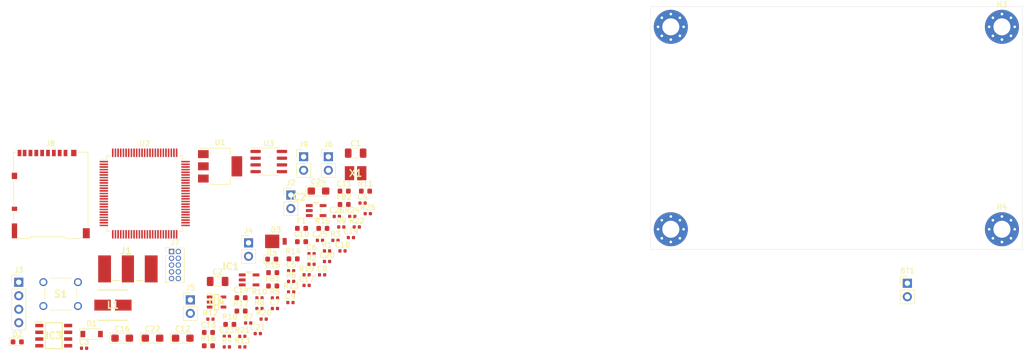
<source format=kicad_pcb>
(kicad_pcb (version 20171130) (host pcbnew "(5.1.4)-1")

  (general
    (thickness 1.6)
    (drawings 4)
    (tracks 0)
    (zones 0)
    (modules 82)
    (nets 121)
  )

  (page A4)
  (layers
    (0 F.Cu signal)
    (31 B.Cu signal)
    (32 B.Adhes user)
    (33 F.Adhes user)
    (34 B.Paste user)
    (35 F.Paste user)
    (36 B.SilkS user)
    (37 F.SilkS user)
    (38 B.Mask user)
    (39 F.Mask user)
    (40 Dwgs.User user)
    (41 Cmts.User user)
    (42 Eco1.User user)
    (43 Eco2.User user)
    (44 Edge.Cuts user)
    (45 Margin user)
    (46 B.CrtYd user)
    (47 F.CrtYd user)
    (48 B.Fab user)
    (49 F.Fab user)
  )

  (setup
    (last_trace_width 0.25)
    (trace_clearance 0.2)
    (zone_clearance 0.508)
    (zone_45_only no)
    (trace_min 0.2)
    (via_size 0.8)
    (via_drill 0.4)
    (via_min_size 0.4)
    (via_min_drill 0.3)
    (uvia_size 0.3)
    (uvia_drill 0.1)
    (uvias_allowed no)
    (uvia_min_size 0.2)
    (uvia_min_drill 0.1)
    (edge_width 0.05)
    (segment_width 0.2)
    (pcb_text_width 0.3)
    (pcb_text_size 1.5 1.5)
    (mod_edge_width 0.12)
    (mod_text_size 1 1)
    (mod_text_width 0.15)
    (pad_size 1.524 1.524)
    (pad_drill 0.762)
    (pad_to_mask_clearance 0.051)
    (solder_mask_min_width 0.25)
    (aux_axis_origin 0 0)
    (visible_elements FFFFFF7F)
    (pcbplotparams
      (layerselection 0x010fc_ffffffff)
      (usegerberextensions false)
      (usegerberattributes false)
      (usegerberadvancedattributes false)
      (creategerberjobfile false)
      (excludeedgelayer true)
      (linewidth 0.100000)
      (plotframeref false)
      (viasonmask false)
      (mode 1)
      (useauxorigin false)
      (hpglpennumber 1)
      (hpglpenspeed 20)
      (hpglpendiameter 15.000000)
      (psnegative false)
      (psa4output false)
      (plotreference true)
      (plotvalue true)
      (plotinvisibletext false)
      (padsonsilk false)
      (subtractmaskfromsilk false)
      (outputformat 1)
      (mirror false)
      (drillshape 1)
      (scaleselection 1)
      (outputdirectory ""))
  )

  (net 0 "")
  (net 1 "Net-(C1-Pad1)")
  (net 2 "Net-(C2-Pad1)")
  (net 3 "Net-(C3-Pad1)")
  (net 4 "Net-(C3-Pad2)")
  (net 5 "Net-(C4-Pad1)")
  (net 6 "Net-(C4-Pad2)")
  (net 7 "Net-(C7-Pad1)")
  (net 8 "Net-(C8-Pad1)")
  (net 9 "Net-(C9-Pad1)")
  (net 10 v_DIV_OUT)
  (net 11 "Net-(C10-Pad1)")
  (net 12 3V3)
  (net 13 VCC)
  (net 14 "Net-(C14-Pad1)")
  (net 15 VREF+)
  (net 16 3V3A)
  (net 17 NRST)
  (net 18 "Net-(D1-Pad1)")
  (net 19 "Net-(D2-Pad1)")
  (net 20 "Net-(D2-Pad2)")
  (net 21 "Net-(D3-Pad2)")
  (net 22 "Net-(D4-Pad1)")
  (net 23 "Net-(F1-Pad2)")
  (net 24 "Net-(IC1-Pad4)")
  (net 25 P_AMP_OUT)
  (net 26 "Net-(IC2-Pad1)")
  (net 27 "Net-(IC2-Pad4)")
  (net 28 "Net-(IC3-Pad3)")
  (net 29 "Net-(IC3-Pad5)")
  (net 30 "Net-(IC3-Pad6)")
  (net 31 "Net-(IC3-Pad7)")
  (net 32 "Net-(IC4-Pad3)")
  (net 33 "Net-(J1-Pad2)")
  (net 34 USART_6_RX)
  (net 35 USART_6_TX)
  (net 36 SWDIO)
  (net 37 SWCLK)
  (net 38 SWO)
  (net 39 "Net-(J7-Pad7)")
  (net 40 "Net-(J7-Pad8)")
  (net 41 uSD_D1)
  (net 42 uSD_D2)
  (net 43 uSD_D3)
  (net 44 uSD_CMD)
  (net 45 uSD_CLK)
  (net 46 uSD_D0)
  (net 47 BOOT0)
  (net 48 "Net-(U2-Pad1)")
  (net 49 "Net-(U2-Pad2)")
  (net 50 "Net-(U2-Pad3)")
  (net 51 "Net-(U2-Pad4)")
  (net 52 "Net-(U2-Pad5)")
  (net 53 "Net-(U2-Pad7)")
  (net 54 "Net-(U2-Pad8)")
  (net 55 "Net-(U2-Pad9)")
  (net 56 "Net-(U2-Pad15)")
  (net 57 "Net-(U2-Pad16)")
  (net 58 "Net-(U2-Pad17)")
  (net 59 "Net-(U2-Pad18)")
  (net 60 "Net-(U2-Pad22)")
  (net 61 "Net-(U2-Pad23)")
  (net 62 "Net-(U2-Pad24)")
  (net 63 "Net-(U2-Pad28)")
  (net 64 "Net-(U2-Pad29)")
  (net 65 "Net-(U2-Pad30)")
  (net 66 "Net-(U2-Pad31)")
  (net 67 "Net-(U2-Pad32)")
  (net 68 "Net-(U2-Pad33)")
  (net 69 "Net-(U2-Pad34)")
  (net 70 "Net-(U2-Pad35)")
  (net 71 "Net-(U2-Pad36)")
  (net 72 "Net-(U2-Pad37)")
  (net 73 "Net-(U2-Pad38)")
  (net 74 "Net-(U2-Pad39)")
  (net 75 "Net-(U2-Pad40)")
  (net 76 "Net-(U2-Pad41)")
  (net 77 "Net-(U2-Pad42)")
  (net 78 "Net-(U2-Pad43)")
  (net 79 "Net-(U2-Pad44)")
  (net 80 "Net-(U2-Pad45)")
  (net 81 "Net-(U2-Pad47)")
  (net 82 "Net-(U2-Pad51)")
  (net 83 "Net-(U2-Pad52)")
  (net 84 "Net-(U2-Pad53)")
  (net 85 "Net-(U2-Pad54)")
  (net 86 "Net-(U2-Pad55)")
  (net 87 "Net-(U2-Pad56)")
  (net 88 "Net-(U2-Pad57)")
  (net 89 "Net-(U2-Pad58)")
  (net 90 "Net-(U2-Pad59)")
  (net 91 "Net-(U2-Pad60)")
  (net 92 "Net-(U2-Pad61)")
  (net 93 "Net-(U2-Pad62)")
  (net 94 "Net-(U2-Pad67)")
  (net 95 "Net-(U2-Pad68)")
  (net 96 "Net-(U2-Pad69)")
  (net 97 "Net-(U2-Pad70)")
  (net 98 "Net-(U2-Pad71)")
  (net 99 "Net-(U2-Pad77)")
  (net 100 "Net-(U2-Pad81)")
  (net 101 "Net-(U2-Pad82)")
  (net 102 "Net-(U2-Pad84)")
  (net 103 "Net-(U2-Pad85)")
  (net 104 "Net-(U2-Pad86)")
  (net 105 "Net-(U2-Pad87)")
  (net 106 "Net-(U2-Pad88)")
  (net 107 "Net-(U2-Pad90)")
  (net 108 "Net-(U2-Pad91)")
  (net 109 "Net-(U2-Pad92)")
  (net 110 "Net-(U2-Pad93)")
  (net 111 "Net-(U2-Pad95)")
  (net 112 "Net-(U2-Pad96)")
  (net 113 "Net-(U2-Pad97)")
  (net 114 "Net-(U2-Pad98)")
  (net 115 "Net-(U3-Pad4)")
  (net 116 "Net-(U3-Pad5)")
  (net 117 "Net-(U3-Pad6)")
  (net 118 "Net-(U3-Pad7)")
  (net 119 -6V)
  (net 120 +12V)

  (net_class Default "This is the default net class."
    (clearance 0.2)
    (trace_width 0.25)
    (via_dia 0.8)
    (via_drill 0.4)
    (uvia_dia 0.3)
    (uvia_drill 0.1)
    (add_net +12V)
    (add_net -6V)
    (add_net 3V3)
    (add_net 3V3A)
    (add_net BOOT0)
    (add_net NRST)
    (add_net "Net-(C1-Pad1)")
    (add_net "Net-(C10-Pad1)")
    (add_net "Net-(C14-Pad1)")
    (add_net "Net-(C2-Pad1)")
    (add_net "Net-(C3-Pad1)")
    (add_net "Net-(C3-Pad2)")
    (add_net "Net-(C4-Pad1)")
    (add_net "Net-(C4-Pad2)")
    (add_net "Net-(C7-Pad1)")
    (add_net "Net-(C8-Pad1)")
    (add_net "Net-(C9-Pad1)")
    (add_net "Net-(D1-Pad1)")
    (add_net "Net-(D2-Pad1)")
    (add_net "Net-(D2-Pad2)")
    (add_net "Net-(D3-Pad2)")
    (add_net "Net-(D4-Pad1)")
    (add_net "Net-(F1-Pad2)")
    (add_net "Net-(IC1-Pad4)")
    (add_net "Net-(IC2-Pad1)")
    (add_net "Net-(IC2-Pad4)")
    (add_net "Net-(IC3-Pad3)")
    (add_net "Net-(IC3-Pad5)")
    (add_net "Net-(IC3-Pad6)")
    (add_net "Net-(IC3-Pad7)")
    (add_net "Net-(IC4-Pad3)")
    (add_net "Net-(J1-Pad2)")
    (add_net "Net-(J7-Pad7)")
    (add_net "Net-(J7-Pad8)")
    (add_net "Net-(U2-Pad1)")
    (add_net "Net-(U2-Pad15)")
    (add_net "Net-(U2-Pad16)")
    (add_net "Net-(U2-Pad17)")
    (add_net "Net-(U2-Pad18)")
    (add_net "Net-(U2-Pad2)")
    (add_net "Net-(U2-Pad22)")
    (add_net "Net-(U2-Pad23)")
    (add_net "Net-(U2-Pad24)")
    (add_net "Net-(U2-Pad28)")
    (add_net "Net-(U2-Pad29)")
    (add_net "Net-(U2-Pad3)")
    (add_net "Net-(U2-Pad30)")
    (add_net "Net-(U2-Pad31)")
    (add_net "Net-(U2-Pad32)")
    (add_net "Net-(U2-Pad33)")
    (add_net "Net-(U2-Pad34)")
    (add_net "Net-(U2-Pad35)")
    (add_net "Net-(U2-Pad36)")
    (add_net "Net-(U2-Pad37)")
    (add_net "Net-(U2-Pad38)")
    (add_net "Net-(U2-Pad39)")
    (add_net "Net-(U2-Pad4)")
    (add_net "Net-(U2-Pad40)")
    (add_net "Net-(U2-Pad41)")
    (add_net "Net-(U2-Pad42)")
    (add_net "Net-(U2-Pad43)")
    (add_net "Net-(U2-Pad44)")
    (add_net "Net-(U2-Pad45)")
    (add_net "Net-(U2-Pad47)")
    (add_net "Net-(U2-Pad5)")
    (add_net "Net-(U2-Pad51)")
    (add_net "Net-(U2-Pad52)")
    (add_net "Net-(U2-Pad53)")
    (add_net "Net-(U2-Pad54)")
    (add_net "Net-(U2-Pad55)")
    (add_net "Net-(U2-Pad56)")
    (add_net "Net-(U2-Pad57)")
    (add_net "Net-(U2-Pad58)")
    (add_net "Net-(U2-Pad59)")
    (add_net "Net-(U2-Pad60)")
    (add_net "Net-(U2-Pad61)")
    (add_net "Net-(U2-Pad62)")
    (add_net "Net-(U2-Pad67)")
    (add_net "Net-(U2-Pad68)")
    (add_net "Net-(U2-Pad69)")
    (add_net "Net-(U2-Pad7)")
    (add_net "Net-(U2-Pad70)")
    (add_net "Net-(U2-Pad71)")
    (add_net "Net-(U2-Pad77)")
    (add_net "Net-(U2-Pad8)")
    (add_net "Net-(U2-Pad81)")
    (add_net "Net-(U2-Pad82)")
    (add_net "Net-(U2-Pad84)")
    (add_net "Net-(U2-Pad85)")
    (add_net "Net-(U2-Pad86)")
    (add_net "Net-(U2-Pad87)")
    (add_net "Net-(U2-Pad88)")
    (add_net "Net-(U2-Pad9)")
    (add_net "Net-(U2-Pad90)")
    (add_net "Net-(U2-Pad91)")
    (add_net "Net-(U2-Pad92)")
    (add_net "Net-(U2-Pad93)")
    (add_net "Net-(U2-Pad95)")
    (add_net "Net-(U2-Pad96)")
    (add_net "Net-(U2-Pad97)")
    (add_net "Net-(U2-Pad98)")
    (add_net "Net-(U3-Pad4)")
    (add_net "Net-(U3-Pad5)")
    (add_net "Net-(U3-Pad6)")
    (add_net "Net-(U3-Pad7)")
    (add_net P_AMP_OUT)
    (add_net SWCLK)
    (add_net SWDIO)
    (add_net SWO)
    (add_net USART_6_RX)
    (add_net USART_6_TX)
    (add_net VCC)
    (add_net VREF+)
    (add_net uSD_CLK)
    (add_net uSD_CMD)
    (add_net uSD_D0)
    (add_net uSD_D1)
    (add_net uSD_D2)
    (add_net uSD_D3)
    (add_net v_DIV_OUT)
  )

  (module Connector_PinHeader_2.54mm:PinHeader_1x02_P2.54mm_Vertical (layer F.Cu) (tedit 59FED5CC) (tstamp 5EFEAC9B)
    (at 110.49 72.39)
    (descr "Through hole straight pin header, 1x02, 2.54mm pitch, single row")
    (tags "Through hole pin header THT 1x02 2.54mm single row")
    (path /5FD98749)
    (fp_text reference BT1 (at 0 -2.33) (layer F.SilkS)
      (effects (font (size 1 1) (thickness 0.15)))
    )
    (fp_text value Battery (at 0 4.87) (layer F.Fab)
      (effects (font (size 1 1) (thickness 0.15)))
    )
    (fp_text user %R (at 0 1.27 90) (layer F.Fab)
      (effects (font (size 1 1) (thickness 0.15)))
    )
    (fp_line (start 1.8 -1.8) (end -1.8 -1.8) (layer F.CrtYd) (width 0.05))
    (fp_line (start 1.8 4.35) (end 1.8 -1.8) (layer F.CrtYd) (width 0.05))
    (fp_line (start -1.8 4.35) (end 1.8 4.35) (layer F.CrtYd) (width 0.05))
    (fp_line (start -1.8 -1.8) (end -1.8 4.35) (layer F.CrtYd) (width 0.05))
    (fp_line (start -1.33 -1.33) (end 0 -1.33) (layer F.SilkS) (width 0.12))
    (fp_line (start -1.33 0) (end -1.33 -1.33) (layer F.SilkS) (width 0.12))
    (fp_line (start -1.33 1.27) (end 1.33 1.27) (layer F.SilkS) (width 0.12))
    (fp_line (start 1.33 1.27) (end 1.33 3.87) (layer F.SilkS) (width 0.12))
    (fp_line (start -1.33 1.27) (end -1.33 3.87) (layer F.SilkS) (width 0.12))
    (fp_line (start -1.33 3.87) (end 1.33 3.87) (layer F.SilkS) (width 0.12))
    (fp_line (start -1.27 -0.635) (end -0.635 -1.27) (layer F.Fab) (width 0.1))
    (fp_line (start -1.27 3.81) (end -1.27 -0.635) (layer F.Fab) (width 0.1))
    (fp_line (start 1.27 3.81) (end -1.27 3.81) (layer F.Fab) (width 0.1))
    (fp_line (start 1.27 -1.27) (end 1.27 3.81) (layer F.Fab) (width 0.1))
    (fp_line (start -0.635 -1.27) (end 1.27 -1.27) (layer F.Fab) (width 0.1))
    (pad 2 thru_hole oval (at 0 2.54) (size 1.7 1.7) (drill 1) (layers *.Cu *.Mask)
      (net 119 -6V))
    (pad 1 thru_hole rect (at 0 0) (size 1.7 1.7) (drill 1) (layers *.Cu *.Mask)
      (net 120 +12V))
    (model ${KISYS3DMOD}/Connector_PinHeader_2.54mm.3dshapes/PinHeader_1x02_P2.54mm_Vertical.wrl
      (at (xyz 0 0 0))
      (scale (xyz 1 1 1))
      (rotate (xyz 0 0 0))
    )
  )

  (module Capacitor_SMD:C_1206_3216Metric (layer F.Cu) (tedit 5B301BBE) (tstamp 5EFD83D7)
    (at 6.805001 47.905001)
    (descr "Capacitor SMD 1206 (3216 Metric), square (rectangular) end terminal, IPC_7351 nominal, (Body size source: http://www.tortai-tech.com/upload/download/2011102023233369053.pdf), generated with kicad-footprint-generator")
    (tags capacitor)
    (path /5F1EA60B)
    (attr smd)
    (fp_text reference C1 (at 0 -1.82) (layer F.SilkS)
      (effects (font (size 1 1) (thickness 0.15)))
    )
    (fp_text value 2.2u (at 0 1.82) (layer F.Fab)
      (effects (font (size 1 1) (thickness 0.15)))
    )
    (fp_line (start -1.6 0.8) (end -1.6 -0.8) (layer F.Fab) (width 0.1))
    (fp_line (start -1.6 -0.8) (end 1.6 -0.8) (layer F.Fab) (width 0.1))
    (fp_line (start 1.6 -0.8) (end 1.6 0.8) (layer F.Fab) (width 0.1))
    (fp_line (start 1.6 0.8) (end -1.6 0.8) (layer F.Fab) (width 0.1))
    (fp_line (start -0.602064 -0.91) (end 0.602064 -0.91) (layer F.SilkS) (width 0.12))
    (fp_line (start -0.602064 0.91) (end 0.602064 0.91) (layer F.SilkS) (width 0.12))
    (fp_line (start -2.28 1.12) (end -2.28 -1.12) (layer F.CrtYd) (width 0.05))
    (fp_line (start -2.28 -1.12) (end 2.28 -1.12) (layer F.CrtYd) (width 0.05))
    (fp_line (start 2.28 -1.12) (end 2.28 1.12) (layer F.CrtYd) (width 0.05))
    (fp_line (start 2.28 1.12) (end -2.28 1.12) (layer F.CrtYd) (width 0.05))
    (fp_text user %R (at 0 0) (layer F.Fab)
      (effects (font (size 0.8 0.8) (thickness 0.12)))
    )
    (pad 1 smd roundrect (at -1.4 0) (size 1.25 1.75) (layers F.Cu F.Paste F.Mask) (roundrect_rratio 0.2)
      (net 1 "Net-(C1-Pad1)"))
    (pad 2 smd roundrect (at 1.4 0) (size 1.25 1.75) (layers F.Cu F.Paste F.Mask) (roundrect_rratio 0.2)
      (net 119 -6V))
    (model ${KISYS3DMOD}/Capacitor_SMD.3dshapes/C_1206_3216Metric.wrl
      (at (xyz 0 0 0))
      (scale (xyz 1 1 1))
      (rotate (xyz 0 0 0))
    )
  )

  (module Capacitor_SMD:C_1206_3216Metric (layer F.Cu) (tedit 5B301BBE) (tstamp 5EFD83E8)
    (at -19.134999 72.055001)
    (descr "Capacitor SMD 1206 (3216 Metric), square (rectangular) end terminal, IPC_7351 nominal, (Body size source: http://www.tortai-tech.com/upload/download/2011102023233369053.pdf), generated with kicad-footprint-generator")
    (tags capacitor)
    (path /5F1DC5E7)
    (attr smd)
    (fp_text reference C2 (at 0 -1.82) (layer F.SilkS)
      (effects (font (size 1 1) (thickness 0.15)))
    )
    (fp_text value 2.2u (at 0 1.82) (layer F.Fab)
      (effects (font (size 1 1) (thickness 0.15)))
    )
    (fp_text user %R (at 0 0) (layer F.Fab)
      (effects (font (size 0.8 0.8) (thickness 0.12)))
    )
    (fp_line (start 2.28 1.12) (end -2.28 1.12) (layer F.CrtYd) (width 0.05))
    (fp_line (start 2.28 -1.12) (end 2.28 1.12) (layer F.CrtYd) (width 0.05))
    (fp_line (start -2.28 -1.12) (end 2.28 -1.12) (layer F.CrtYd) (width 0.05))
    (fp_line (start -2.28 1.12) (end -2.28 -1.12) (layer F.CrtYd) (width 0.05))
    (fp_line (start -0.602064 0.91) (end 0.602064 0.91) (layer F.SilkS) (width 0.12))
    (fp_line (start -0.602064 -0.91) (end 0.602064 -0.91) (layer F.SilkS) (width 0.12))
    (fp_line (start 1.6 0.8) (end -1.6 0.8) (layer F.Fab) (width 0.1))
    (fp_line (start 1.6 -0.8) (end 1.6 0.8) (layer F.Fab) (width 0.1))
    (fp_line (start -1.6 -0.8) (end 1.6 -0.8) (layer F.Fab) (width 0.1))
    (fp_line (start -1.6 0.8) (end -1.6 -0.8) (layer F.Fab) (width 0.1))
    (pad 2 smd roundrect (at 1.4 0) (size 1.25 1.75) (layers F.Cu F.Paste F.Mask) (roundrect_rratio 0.2)
      (net 119 -6V))
    (pad 1 smd roundrect (at -1.4 0) (size 1.25 1.75) (layers F.Cu F.Paste F.Mask) (roundrect_rratio 0.2)
      (net 2 "Net-(C2-Pad1)"))
    (model ${KISYS3DMOD}/Capacitor_SMD.3dshapes/C_1206_3216Metric.wrl
      (at (xyz 0 0 0))
      (scale (xyz 1 1 1))
      (rotate (xyz 0 0 0))
    )
  )

  (module Capacitor_SMD:C_0402_1005Metric (layer F.Cu) (tedit 5B301BBE) (tstamp 5EFD83F7)
    (at -44.234999 84.625001)
    (descr "Capacitor SMD 0402 (1005 Metric), square (rectangular) end terminal, IPC_7351 nominal, (Body size source: http://www.tortai-tech.com/upload/download/2011102023233369053.pdf), generated with kicad-footprint-generator")
    (tags capacitor)
    (path /5EFE02C6)
    (attr smd)
    (fp_text reference C3 (at 0 -1.17) (layer F.SilkS)
      (effects (font (size 1 1) (thickness 0.15)))
    )
    (fp_text value 100p (at 0 1.17) (layer F.Fab)
      (effects (font (size 1 1) (thickness 0.15)))
    )
    (fp_line (start -0.5 0.25) (end -0.5 -0.25) (layer F.Fab) (width 0.1))
    (fp_line (start -0.5 -0.25) (end 0.5 -0.25) (layer F.Fab) (width 0.1))
    (fp_line (start 0.5 -0.25) (end 0.5 0.25) (layer F.Fab) (width 0.1))
    (fp_line (start 0.5 0.25) (end -0.5 0.25) (layer F.Fab) (width 0.1))
    (fp_line (start -0.93 0.47) (end -0.93 -0.47) (layer F.CrtYd) (width 0.05))
    (fp_line (start -0.93 -0.47) (end 0.93 -0.47) (layer F.CrtYd) (width 0.05))
    (fp_line (start 0.93 -0.47) (end 0.93 0.47) (layer F.CrtYd) (width 0.05))
    (fp_line (start 0.93 0.47) (end -0.93 0.47) (layer F.CrtYd) (width 0.05))
    (fp_text user %R (at 0 0) (layer F.Fab)
      (effects (font (size 0.25 0.25) (thickness 0.04)))
    )
    (pad 1 smd roundrect (at -0.485 0) (size 0.59 0.64) (layers F.Cu F.Paste F.Mask) (roundrect_rratio 0.25)
      (net 3 "Net-(C3-Pad1)"))
    (pad 2 smd roundrect (at 0.485 0) (size 0.59 0.64) (layers F.Cu F.Paste F.Mask) (roundrect_rratio 0.25)
      (net 4 "Net-(C3-Pad2)"))
    (model ${KISYS3DMOD}/Capacitor_SMD.3dshapes/C_0402_1005Metric.wrl
      (at (xyz 0 0 0))
      (scale (xyz 1 1 1))
      (rotate (xyz 0 0 0))
    )
  )

  (module Capacitor_SMD:C_0402_1005Metric (layer F.Cu) (tedit 5B301BBE) (tstamp 5EFD8406)
    (at 8.105001 57.305001)
    (descr "Capacitor SMD 0402 (1005 Metric), square (rectangular) end terminal, IPC_7351 nominal, (Body size source: http://www.tortai-tech.com/upload/download/2011102023233369053.pdf), generated with kicad-footprint-generator")
    (tags capacitor)
    (path /5EFBFA00)
    (attr smd)
    (fp_text reference C4 (at 0 -1.17) (layer F.SilkS)
      (effects (font (size 1 1) (thickness 0.15)))
    )
    (fp_text value 100p (at 0 1.17) (layer F.Fab)
      (effects (font (size 1 1) (thickness 0.15)))
    )
    (fp_line (start -0.5 0.25) (end -0.5 -0.25) (layer F.Fab) (width 0.1))
    (fp_line (start -0.5 -0.25) (end 0.5 -0.25) (layer F.Fab) (width 0.1))
    (fp_line (start 0.5 -0.25) (end 0.5 0.25) (layer F.Fab) (width 0.1))
    (fp_line (start 0.5 0.25) (end -0.5 0.25) (layer F.Fab) (width 0.1))
    (fp_line (start -0.93 0.47) (end -0.93 -0.47) (layer F.CrtYd) (width 0.05))
    (fp_line (start -0.93 -0.47) (end 0.93 -0.47) (layer F.CrtYd) (width 0.05))
    (fp_line (start 0.93 -0.47) (end 0.93 0.47) (layer F.CrtYd) (width 0.05))
    (fp_line (start 0.93 0.47) (end -0.93 0.47) (layer F.CrtYd) (width 0.05))
    (fp_text user %R (at 0 0) (layer F.Fab)
      (effects (font (size 0.25 0.25) (thickness 0.04)))
    )
    (pad 1 smd roundrect (at -0.485 0) (size 0.59 0.64) (layers F.Cu F.Paste F.Mask) (roundrect_rratio 0.25)
      (net 5 "Net-(C4-Pad1)"))
    (pad 2 smd roundrect (at 0.485 0) (size 0.59 0.64) (layers F.Cu F.Paste F.Mask) (roundrect_rratio 0.25)
      (net 6 "Net-(C4-Pad2)"))
    (model ${KISYS3DMOD}/Capacitor_SMD.3dshapes/C_0402_1005Metric.wrl
      (at (xyz 0 0 0))
      (scale (xyz 1 1 1))
      (rotate (xyz 0 0 0))
    )
  )

  (module Capacitor_SMD:C_0402_1005Metric (layer F.Cu) (tedit 5B301BBE) (tstamp 5EFD8415)
    (at -5.324999 70.055001)
    (descr "Capacitor SMD 0402 (1005 Metric), square (rectangular) end terminal, IPC_7351 nominal, (Body size source: http://www.tortai-tech.com/upload/download/2011102023233369053.pdf), generated with kicad-footprint-generator")
    (tags capacitor)
    (path /5EFE02BA)
    (attr smd)
    (fp_text reference C5 (at 0 -1.17) (layer F.SilkS)
      (effects (font (size 1 1) (thickness 0.15)))
    )
    (fp_text value 100p (at 0 1.17) (layer F.Fab)
      (effects (font (size 1 1) (thickness 0.15)))
    )
    (fp_line (start -0.5 0.25) (end -0.5 -0.25) (layer F.Fab) (width 0.1))
    (fp_line (start -0.5 -0.25) (end 0.5 -0.25) (layer F.Fab) (width 0.1))
    (fp_line (start 0.5 -0.25) (end 0.5 0.25) (layer F.Fab) (width 0.1))
    (fp_line (start 0.5 0.25) (end -0.5 0.25) (layer F.Fab) (width 0.1))
    (fp_line (start -0.93 0.47) (end -0.93 -0.47) (layer F.CrtYd) (width 0.05))
    (fp_line (start -0.93 -0.47) (end 0.93 -0.47) (layer F.CrtYd) (width 0.05))
    (fp_line (start 0.93 -0.47) (end 0.93 0.47) (layer F.CrtYd) (width 0.05))
    (fp_line (start 0.93 0.47) (end -0.93 0.47) (layer F.CrtYd) (width 0.05))
    (fp_text user %R (at 0 0) (layer F.Fab)
      (effects (font (size 0.25 0.25) (thickness 0.04)))
    )
    (pad 1 smd roundrect (at -0.485 0) (size 0.59 0.64) (layers F.Cu F.Paste F.Mask) (roundrect_rratio 0.25)
      (net 4 "Net-(C3-Pad2)"))
    (pad 2 smd roundrect (at 0.485 0) (size 0.59 0.64) (layers F.Cu F.Paste F.Mask) (roundrect_rratio 0.25)
      (net 119 -6V))
    (model ${KISYS3DMOD}/Capacitor_SMD.3dshapes/C_0402_1005Metric.wrl
      (at (xyz 0 0 0))
      (scale (xyz 1 1 1))
      (rotate (xyz 0 0 0))
    )
  )

  (module Capacitor_SMD:C_0402_1005Metric (layer F.Cu) (tedit 5B301BBE) (tstamp 5EFD8424)
    (at -1.484999 66.825001)
    (descr "Capacitor SMD 0402 (1005 Metric), square (rectangular) end terminal, IPC_7351 nominal, (Body size source: http://www.tortai-tech.com/upload/download/2011102023233369053.pdf), generated with kicad-footprint-generator")
    (tags capacitor)
    (path /5EFBB2F1)
    (attr smd)
    (fp_text reference C6 (at 0 -1.17) (layer F.SilkS)
      (effects (font (size 1 1) (thickness 0.15)))
    )
    (fp_text value 100p (at 0 1.17) (layer F.Fab)
      (effects (font (size 1 1) (thickness 0.15)))
    )
    (fp_text user %R (at 0 0) (layer F.Fab)
      (effects (font (size 0.25 0.25) (thickness 0.04)))
    )
    (fp_line (start 0.93 0.47) (end -0.93 0.47) (layer F.CrtYd) (width 0.05))
    (fp_line (start 0.93 -0.47) (end 0.93 0.47) (layer F.CrtYd) (width 0.05))
    (fp_line (start -0.93 -0.47) (end 0.93 -0.47) (layer F.CrtYd) (width 0.05))
    (fp_line (start -0.93 0.47) (end -0.93 -0.47) (layer F.CrtYd) (width 0.05))
    (fp_line (start 0.5 0.25) (end -0.5 0.25) (layer F.Fab) (width 0.1))
    (fp_line (start 0.5 -0.25) (end 0.5 0.25) (layer F.Fab) (width 0.1))
    (fp_line (start -0.5 -0.25) (end 0.5 -0.25) (layer F.Fab) (width 0.1))
    (fp_line (start -0.5 0.25) (end -0.5 -0.25) (layer F.Fab) (width 0.1))
    (pad 2 smd roundrect (at 0.485 0) (size 0.59 0.64) (layers F.Cu F.Paste F.Mask) (roundrect_rratio 0.25)
      (net 119 -6V))
    (pad 1 smd roundrect (at -0.485 0) (size 0.59 0.64) (layers F.Cu F.Paste F.Mask) (roundrect_rratio 0.25)
      (net 6 "Net-(C4-Pad2)"))
    (model ${KISYS3DMOD}/Capacitor_SMD.3dshapes/C_0402_1005Metric.wrl
      (at (xyz 0 0 0))
      (scale (xyz 1 1 1))
      (rotate (xyz 0 0 0))
    )
  )

  (module Capacitor_SMD:C_0402_1005Metric (layer F.Cu) (tedit 5B301BBE) (tstamp 5EFD8433)
    (at -8.364999 77.145001)
    (descr "Capacitor SMD 0402 (1005 Metric), square (rectangular) end terminal, IPC_7351 nominal, (Body size source: http://www.tortai-tech.com/upload/download/2011102023233369053.pdf), generated with kicad-footprint-generator")
    (tags capacitor)
    (path /5F2E41D9)
    (attr smd)
    (fp_text reference C7 (at 0 -1.17) (layer F.SilkS)
      (effects (font (size 1 1) (thickness 0.15)))
    )
    (fp_text value 4.3p (at 0 1.17) (layer F.Fab)
      (effects (font (size 1 1) (thickness 0.15)))
    )
    (fp_text user %R (at 0 0) (layer F.Fab)
      (effects (font (size 0.25 0.25) (thickness 0.04)))
    )
    (fp_line (start 0.93 0.47) (end -0.93 0.47) (layer F.CrtYd) (width 0.05))
    (fp_line (start 0.93 -0.47) (end 0.93 0.47) (layer F.CrtYd) (width 0.05))
    (fp_line (start -0.93 -0.47) (end 0.93 -0.47) (layer F.CrtYd) (width 0.05))
    (fp_line (start -0.93 0.47) (end -0.93 -0.47) (layer F.CrtYd) (width 0.05))
    (fp_line (start 0.5 0.25) (end -0.5 0.25) (layer F.Fab) (width 0.1))
    (fp_line (start 0.5 -0.25) (end 0.5 0.25) (layer F.Fab) (width 0.1))
    (fp_line (start -0.5 -0.25) (end 0.5 -0.25) (layer F.Fab) (width 0.1))
    (fp_line (start -0.5 0.25) (end -0.5 -0.25) (layer F.Fab) (width 0.1))
    (pad 2 smd roundrect (at 0.485 0) (size 0.59 0.64) (layers F.Cu F.Paste F.Mask) (roundrect_rratio 0.25)
      (net 119 -6V))
    (pad 1 smd roundrect (at -0.485 0) (size 0.59 0.64) (layers F.Cu F.Paste F.Mask) (roundrect_rratio 0.25)
      (net 7 "Net-(C7-Pad1)"))
    (model ${KISYS3DMOD}/Capacitor_SMD.3dshapes/C_0402_1005Metric.wrl
      (at (xyz 0 0 0))
      (scale (xyz 1 1 1))
      (rotate (xyz 0 0 0))
    )
  )

  (module Capacitor_SMD:C_0402_1005Metric (layer F.Cu) (tedit 5B301BBE) (tstamp 5EFD8442)
    (at 0.495001 70.805001)
    (descr "Capacitor SMD 0402 (1005 Metric), square (rectangular) end terminal, IPC_7351 nominal, (Body size source: http://www.tortai-tech.com/upload/download/2011102023233369053.pdf), generated with kicad-footprint-generator")
    (tags capacitor)
    (path /5F2E4BDA)
    (attr smd)
    (fp_text reference C8 (at 0 -1.17) (layer F.SilkS)
      (effects (font (size 1 1) (thickness 0.15)))
    )
    (fp_text value 4.3p (at 0 1.17) (layer F.Fab)
      (effects (font (size 1 1) (thickness 0.15)))
    )
    (fp_line (start -0.5 0.25) (end -0.5 -0.25) (layer F.Fab) (width 0.1))
    (fp_line (start -0.5 -0.25) (end 0.5 -0.25) (layer F.Fab) (width 0.1))
    (fp_line (start 0.5 -0.25) (end 0.5 0.25) (layer F.Fab) (width 0.1))
    (fp_line (start 0.5 0.25) (end -0.5 0.25) (layer F.Fab) (width 0.1))
    (fp_line (start -0.93 0.47) (end -0.93 -0.47) (layer F.CrtYd) (width 0.05))
    (fp_line (start -0.93 -0.47) (end 0.93 -0.47) (layer F.CrtYd) (width 0.05))
    (fp_line (start 0.93 -0.47) (end 0.93 0.47) (layer F.CrtYd) (width 0.05))
    (fp_line (start 0.93 0.47) (end -0.93 0.47) (layer F.CrtYd) (width 0.05))
    (fp_text user %R (at 0 0) (layer F.Fab)
      (effects (font (size 0.25 0.25) (thickness 0.04)))
    )
    (pad 1 smd roundrect (at -0.485 0) (size 0.59 0.64) (layers F.Cu F.Paste F.Mask) (roundrect_rratio 0.25)
      (net 8 "Net-(C8-Pad1)"))
    (pad 2 smd roundrect (at 0.485 0) (size 0.59 0.64) (layers F.Cu F.Paste F.Mask) (roundrect_rratio 0.25)
      (net 119 -6V))
    (model ${KISYS3DMOD}/Capacitor_SMD.3dshapes/C_0402_1005Metric.wrl
      (at (xyz 0 0 0))
      (scale (xyz 1 1 1))
      (rotate (xyz 0 0 0))
    )
  )

  (module Capacitor_SMD:C_0402_1005Metric (layer F.Cu) (tedit 5B301BBE) (tstamp 5EFD8451)
    (at -5.454999 76.025001)
    (descr "Capacitor SMD 0402 (1005 Metric), square (rectangular) end terminal, IPC_7351 nominal, (Body size source: http://www.tortai-tech.com/upload/download/2011102023233369053.pdf), generated with kicad-footprint-generator")
    (tags capacitor)
    (path /5F017D5B)
    (attr smd)
    (fp_text reference C9 (at 0 -1.17) (layer F.SilkS)
      (effects (font (size 1 1) (thickness 0.15)))
    )
    (fp_text value 10p (at 0 1.17) (layer F.Fab)
      (effects (font (size 1 1) (thickness 0.15)))
    )
    (fp_line (start -0.5 0.25) (end -0.5 -0.25) (layer F.Fab) (width 0.1))
    (fp_line (start -0.5 -0.25) (end 0.5 -0.25) (layer F.Fab) (width 0.1))
    (fp_line (start 0.5 -0.25) (end 0.5 0.25) (layer F.Fab) (width 0.1))
    (fp_line (start 0.5 0.25) (end -0.5 0.25) (layer F.Fab) (width 0.1))
    (fp_line (start -0.93 0.47) (end -0.93 -0.47) (layer F.CrtYd) (width 0.05))
    (fp_line (start -0.93 -0.47) (end 0.93 -0.47) (layer F.CrtYd) (width 0.05))
    (fp_line (start 0.93 -0.47) (end 0.93 0.47) (layer F.CrtYd) (width 0.05))
    (fp_line (start 0.93 0.47) (end -0.93 0.47) (layer F.CrtYd) (width 0.05))
    (fp_text user %R (at 0 0) (layer F.Fab)
      (effects (font (size 0.25 0.25) (thickness 0.04)))
    )
    (pad 1 smd roundrect (at -0.485 0) (size 0.59 0.64) (layers F.Cu F.Paste F.Mask) (roundrect_rratio 0.25)
      (net 9 "Net-(C9-Pad1)"))
    (pad 2 smd roundrect (at 0.485 0) (size 0.59 0.64) (layers F.Cu F.Paste F.Mask) (roundrect_rratio 0.25)
      (net 10 v_DIV_OUT))
    (model ${KISYS3DMOD}/Capacitor_SMD.3dshapes/C_0402_1005Metric.wrl
      (at (xyz 0 0 0))
      (scale (xyz 1 1 1))
      (rotate (xyz 0 0 0))
    )
  )

  (module Capacitor_SMD:C_0603_1608Metric (layer F.Cu) (tedit 5B301BBE) (tstamp 5EFD8462)
    (at -3.364999 64.575001)
    (descr "Capacitor SMD 0603 (1608 Metric), square (rectangular) end terminal, IPC_7351 nominal, (Body size source: http://www.tortai-tech.com/upload/download/2011102023233369053.pdf), generated with kicad-footprint-generator")
    (tags capacitor)
    (path /5F09D610)
    (attr smd)
    (fp_text reference C10 (at 0 -1.43) (layer F.SilkS)
      (effects (font (size 1 1) (thickness 0.15)))
    )
    (fp_text value 10u (at 0 1.43) (layer F.Fab)
      (effects (font (size 1 1) (thickness 0.15)))
    )
    (fp_line (start -0.8 0.4) (end -0.8 -0.4) (layer F.Fab) (width 0.1))
    (fp_line (start -0.8 -0.4) (end 0.8 -0.4) (layer F.Fab) (width 0.1))
    (fp_line (start 0.8 -0.4) (end 0.8 0.4) (layer F.Fab) (width 0.1))
    (fp_line (start 0.8 0.4) (end -0.8 0.4) (layer F.Fab) (width 0.1))
    (fp_line (start -0.162779 -0.51) (end 0.162779 -0.51) (layer F.SilkS) (width 0.12))
    (fp_line (start -0.162779 0.51) (end 0.162779 0.51) (layer F.SilkS) (width 0.12))
    (fp_line (start -1.48 0.73) (end -1.48 -0.73) (layer F.CrtYd) (width 0.05))
    (fp_line (start -1.48 -0.73) (end 1.48 -0.73) (layer F.CrtYd) (width 0.05))
    (fp_line (start 1.48 -0.73) (end 1.48 0.73) (layer F.CrtYd) (width 0.05))
    (fp_line (start 1.48 0.73) (end -1.48 0.73) (layer F.CrtYd) (width 0.05))
    (fp_text user %R (at 0 0) (layer F.Fab)
      (effects (font (size 0.4 0.4) (thickness 0.06)))
    )
    (pad 1 smd roundrect (at -0.7875 0) (size 0.875 0.95) (layers F.Cu F.Paste F.Mask) (roundrect_rratio 0.25)
      (net 11 "Net-(C10-Pad1)"))
    (pad 2 smd roundrect (at 0.7875 0) (size 0.875 0.95) (layers F.Cu F.Paste F.Mask) (roundrect_rratio 0.25)
      (net 119 -6V))
    (model ${KISYS3DMOD}/Capacitor_SMD.3dshapes/C_0603_1608Metric.wrl
      (at (xyz 0 0 0))
      (scale (xyz 1 1 1))
      (rotate (xyz 0 0 0))
    )
  )

  (module Capacitor_SMD:C_0603_1608Metric (layer F.Cu) (tedit 5B301BBE) (tstamp 5EFD8473)
    (at 4.645001 55.055001)
    (descr "Capacitor SMD 0603 (1608 Metric), square (rectangular) end terminal, IPC_7351 nominal, (Body size source: http://www.tortai-tech.com/upload/download/2011102023233369053.pdf), generated with kicad-footprint-generator")
    (tags capacitor)
    (path /5F09E419)
    (attr smd)
    (fp_text reference C11 (at 0 -1.43) (layer F.SilkS)
      (effects (font (size 1 1) (thickness 0.15)))
    )
    (fp_text value 10u (at 0 1.43) (layer F.Fab)
      (effects (font (size 1 1) (thickness 0.15)))
    )
    (fp_text user %R (at 0 0) (layer F.Fab)
      (effects (font (size 0.4 0.4) (thickness 0.06)))
    )
    (fp_line (start 1.48 0.73) (end -1.48 0.73) (layer F.CrtYd) (width 0.05))
    (fp_line (start 1.48 -0.73) (end 1.48 0.73) (layer F.CrtYd) (width 0.05))
    (fp_line (start -1.48 -0.73) (end 1.48 -0.73) (layer F.CrtYd) (width 0.05))
    (fp_line (start -1.48 0.73) (end -1.48 -0.73) (layer F.CrtYd) (width 0.05))
    (fp_line (start -0.162779 0.51) (end 0.162779 0.51) (layer F.SilkS) (width 0.12))
    (fp_line (start -0.162779 -0.51) (end 0.162779 -0.51) (layer F.SilkS) (width 0.12))
    (fp_line (start 0.8 0.4) (end -0.8 0.4) (layer F.Fab) (width 0.1))
    (fp_line (start 0.8 -0.4) (end 0.8 0.4) (layer F.Fab) (width 0.1))
    (fp_line (start -0.8 -0.4) (end 0.8 -0.4) (layer F.Fab) (width 0.1))
    (fp_line (start -0.8 0.4) (end -0.8 -0.4) (layer F.Fab) (width 0.1))
    (pad 2 smd roundrect (at 0.7875 0) (size 0.875 0.95) (layers F.Cu F.Paste F.Mask) (roundrect_rratio 0.25)
      (net 119 -6V))
    (pad 1 smd roundrect (at -0.7875 0) (size 0.875 0.95) (layers F.Cu F.Paste F.Mask) (roundrect_rratio 0.25)
      (net 12 3V3))
    (model ${KISYS3DMOD}/Capacitor_SMD.3dshapes/C_0603_1608Metric.wrl
      (at (xyz 0 0 0))
      (scale (xyz 1 1 1))
      (rotate (xyz 0 0 0))
    )
  )

  (module Capacitor_Tantalum_SMD:CP_EIA-3216-18_Kemet-A (layer F.Cu) (tedit 5B301BBE) (tstamp 5EFD8486)
    (at -25.689999 82.725001)
    (descr "Tantalum Capacitor SMD Kemet-A (3216-18 Metric), IPC_7351 nominal, (Body size from: http://www.kemet.com/Lists/ProductCatalog/Attachments/253/KEM_TC101_STD.pdf), generated with kicad-footprint-generator")
    (tags "capacitor tantalum")
    (path /5F85A734)
    (attr smd)
    (fp_text reference C12 (at 0 -1.75) (layer F.SilkS)
      (effects (font (size 1 1) (thickness 0.15)))
    )
    (fp_text value 220u (at 0 1.75) (layer F.Fab)
      (effects (font (size 1 1) (thickness 0.15)))
    )
    (fp_line (start 1.6 -0.8) (end -1.2 -0.8) (layer F.Fab) (width 0.1))
    (fp_line (start -1.2 -0.8) (end -1.6 -0.4) (layer F.Fab) (width 0.1))
    (fp_line (start -1.6 -0.4) (end -1.6 0.8) (layer F.Fab) (width 0.1))
    (fp_line (start -1.6 0.8) (end 1.6 0.8) (layer F.Fab) (width 0.1))
    (fp_line (start 1.6 0.8) (end 1.6 -0.8) (layer F.Fab) (width 0.1))
    (fp_line (start 1.6 -0.935) (end -2.31 -0.935) (layer F.SilkS) (width 0.12))
    (fp_line (start -2.31 -0.935) (end -2.31 0.935) (layer F.SilkS) (width 0.12))
    (fp_line (start -2.31 0.935) (end 1.6 0.935) (layer F.SilkS) (width 0.12))
    (fp_line (start -2.3 1.05) (end -2.3 -1.05) (layer F.CrtYd) (width 0.05))
    (fp_line (start -2.3 -1.05) (end 2.3 -1.05) (layer F.CrtYd) (width 0.05))
    (fp_line (start 2.3 -1.05) (end 2.3 1.05) (layer F.CrtYd) (width 0.05))
    (fp_line (start 2.3 1.05) (end -2.3 1.05) (layer F.CrtYd) (width 0.05))
    (fp_text user %R (at 0 0) (layer F.Fab)
      (effects (font (size 0.8 0.8) (thickness 0.12)))
    )
    (pad 1 smd roundrect (at -1.35 0) (size 1.4 1.35) (layers F.Cu F.Paste F.Mask) (roundrect_rratio 0.185185)
      (net 120 +12V))
    (pad 2 smd roundrect (at 1.35 0) (size 1.4 1.35) (layers F.Cu F.Paste F.Mask) (roundrect_rratio 0.185185)
      (net 119 -6V))
    (model ${KISYS3DMOD}/Capacitor_Tantalum_SMD.3dshapes/CP_EIA-3216-18_Kemet-A.wrl
      (at (xyz 0 0 0))
      (scale (xyz 1 1 1))
      (rotate (xyz 0 0 0))
    )
  )

  (module Capacitor_SMD:C_0603_1608Metric (layer F.Cu) (tedit 5B301BBE) (tstamp 5EFD8497)
    (at -20.864999 81.655001)
    (descr "Capacitor SMD 0603 (1608 Metric), square (rectangular) end terminal, IPC_7351 nominal, (Body size source: http://www.tortai-tech.com/upload/download/2011102023233369053.pdf), generated with kicad-footprint-generator")
    (tags capacitor)
    (path /5F76BF4E)
    (attr smd)
    (fp_text reference C13 (at 0 -1.43) (layer F.SilkS)
      (effects (font (size 1 1) (thickness 0.15)))
    )
    (fp_text value 4.7u (at 0 1.43) (layer F.Fab)
      (effects (font (size 1 1) (thickness 0.15)))
    )
    (fp_line (start -0.8 0.4) (end -0.8 -0.4) (layer F.Fab) (width 0.1))
    (fp_line (start -0.8 -0.4) (end 0.8 -0.4) (layer F.Fab) (width 0.1))
    (fp_line (start 0.8 -0.4) (end 0.8 0.4) (layer F.Fab) (width 0.1))
    (fp_line (start 0.8 0.4) (end -0.8 0.4) (layer F.Fab) (width 0.1))
    (fp_line (start -0.162779 -0.51) (end 0.162779 -0.51) (layer F.SilkS) (width 0.12))
    (fp_line (start -0.162779 0.51) (end 0.162779 0.51) (layer F.SilkS) (width 0.12))
    (fp_line (start -1.48 0.73) (end -1.48 -0.73) (layer F.CrtYd) (width 0.05))
    (fp_line (start -1.48 -0.73) (end 1.48 -0.73) (layer F.CrtYd) (width 0.05))
    (fp_line (start 1.48 -0.73) (end 1.48 0.73) (layer F.CrtYd) (width 0.05))
    (fp_line (start 1.48 0.73) (end -1.48 0.73) (layer F.CrtYd) (width 0.05))
    (fp_text user %R (at 0 0) (layer F.Fab)
      (effects (font (size 0.4 0.4) (thickness 0.06)))
    )
    (pad 1 smd roundrect (at -0.7875 0) (size 0.875 0.95) (layers F.Cu F.Paste F.Mask) (roundrect_rratio 0.25)
      (net 13 VCC))
    (pad 2 smd roundrect (at 0.7875 0) (size 0.875 0.95) (layers F.Cu F.Paste F.Mask) (roundrect_rratio 0.25)
      (net 119 -6V))
    (model ${KISYS3DMOD}/Capacitor_SMD.3dshapes/C_0603_1608Metric.wrl
      (at (xyz 0 0 0))
      (scale (xyz 1 1 1))
      (rotate (xyz 0 0 0))
    )
  )

  (module Capacitor_SMD:C_0603_1608Metric (layer F.Cu) (tedit 5B301BBE) (tstamp 5EFD84A8)
    (at -14.734999 75.115001)
    (descr "Capacitor SMD 0603 (1608 Metric), square (rectangular) end terminal, IPC_7351 nominal, (Body size source: http://www.tortai-tech.com/upload/download/2011102023233369053.pdf), generated with kicad-footprint-generator")
    (tags capacitor)
    (path /5F8C6ABD)
    (attr smd)
    (fp_text reference C14 (at 0 -1.43) (layer F.SilkS)
      (effects (font (size 1 1) (thickness 0.15)))
    )
    (fp_text value 1u (at 0 1.43) (layer F.Fab)
      (effects (font (size 1 1) (thickness 0.15)))
    )
    (fp_line (start -0.8 0.4) (end -0.8 -0.4) (layer F.Fab) (width 0.1))
    (fp_line (start -0.8 -0.4) (end 0.8 -0.4) (layer F.Fab) (width 0.1))
    (fp_line (start 0.8 -0.4) (end 0.8 0.4) (layer F.Fab) (width 0.1))
    (fp_line (start 0.8 0.4) (end -0.8 0.4) (layer F.Fab) (width 0.1))
    (fp_line (start -0.162779 -0.51) (end 0.162779 -0.51) (layer F.SilkS) (width 0.12))
    (fp_line (start -0.162779 0.51) (end 0.162779 0.51) (layer F.SilkS) (width 0.12))
    (fp_line (start -1.48 0.73) (end -1.48 -0.73) (layer F.CrtYd) (width 0.05))
    (fp_line (start -1.48 -0.73) (end 1.48 -0.73) (layer F.CrtYd) (width 0.05))
    (fp_line (start 1.48 -0.73) (end 1.48 0.73) (layer F.CrtYd) (width 0.05))
    (fp_line (start 1.48 0.73) (end -1.48 0.73) (layer F.CrtYd) (width 0.05))
    (fp_text user %R (at 0 0) (layer F.Fab)
      (effects (font (size 0.4 0.4) (thickness 0.06)))
    )
    (pad 1 smd roundrect (at -0.7875 0) (size 0.875 0.95) (layers F.Cu F.Paste F.Mask) (roundrect_rratio 0.25)
      (net 14 "Net-(C14-Pad1)"))
    (pad 2 smd roundrect (at 0.7875 0) (size 0.875 0.95) (layers F.Cu F.Paste F.Mask) (roundrect_rratio 0.25)
      (net 119 -6V))
    (model ${KISYS3DMOD}/Capacitor_SMD.3dshapes/C_0603_1608Metric.wrl
      (at (xyz 0 0 0))
      (scale (xyz 1 1 1))
      (rotate (xyz 0 0 0))
    )
  )

  (module Capacitor_SMD:C_0603_1608Metric (layer F.Cu) (tedit 5B301BBE) (tstamp 5EFD84B9)
    (at -8.784999 70.395001)
    (descr "Capacitor SMD 0603 (1608 Metric), square (rectangular) end terminal, IPC_7351 nominal, (Body size source: http://www.tortai-tech.com/upload/download/2011102023233369053.pdf), generated with kicad-footprint-generator")
    (tags capacitor)
    (path /5F76D449)
    (attr smd)
    (fp_text reference C15 (at 0 -1.43) (layer F.SilkS)
      (effects (font (size 1 1) (thickness 0.15)))
    )
    (fp_text value 10u (at 0 1.43) (layer F.Fab)
      (effects (font (size 1 1) (thickness 0.15)))
    )
    (fp_text user %R (at 0 0) (layer F.Fab)
      (effects (font (size 0.4 0.4) (thickness 0.06)))
    )
    (fp_line (start 1.48 0.73) (end -1.48 0.73) (layer F.CrtYd) (width 0.05))
    (fp_line (start 1.48 -0.73) (end 1.48 0.73) (layer F.CrtYd) (width 0.05))
    (fp_line (start -1.48 -0.73) (end 1.48 -0.73) (layer F.CrtYd) (width 0.05))
    (fp_line (start -1.48 0.73) (end -1.48 -0.73) (layer F.CrtYd) (width 0.05))
    (fp_line (start -0.162779 0.51) (end 0.162779 0.51) (layer F.SilkS) (width 0.12))
    (fp_line (start -0.162779 -0.51) (end 0.162779 -0.51) (layer F.SilkS) (width 0.12))
    (fp_line (start 0.8 0.4) (end -0.8 0.4) (layer F.Fab) (width 0.1))
    (fp_line (start 0.8 -0.4) (end 0.8 0.4) (layer F.Fab) (width 0.1))
    (fp_line (start -0.8 -0.4) (end 0.8 -0.4) (layer F.Fab) (width 0.1))
    (fp_line (start -0.8 0.4) (end -0.8 -0.4) (layer F.Fab) (width 0.1))
    (pad 2 smd roundrect (at 0.7875 0) (size 0.875 0.95) (layers F.Cu F.Paste F.Mask) (roundrect_rratio 0.25)
      (net 119 -6V))
    (pad 1 smd roundrect (at -0.7875 0) (size 0.875 0.95) (layers F.Cu F.Paste F.Mask) (roundrect_rratio 0.25)
      (net 120 +12V))
    (model ${KISYS3DMOD}/Capacitor_SMD.3dshapes/C_0603_1608Metric.wrl
      (at (xyz 0 0 0))
      (scale (xyz 1 1 1))
      (rotate (xyz 0 0 0))
    )
  )

  (module Capacitor_Tantalum_SMD:CP_EIA-3216-18_Kemet-A (layer F.Cu) (tedit 5B301BBE) (tstamp 5EFD84CC)
    (at -37.069999 82.725001)
    (descr "Tantalum Capacitor SMD Kemet-A (3216-18 Metric), IPC_7351 nominal, (Body size from: http://www.kemet.com/Lists/ProductCatalog/Attachments/253/KEM_TC101_STD.pdf), generated with kicad-footprint-generator")
    (tags "capacitor tantalum")
    (path /5F609080)
    (attr smd)
    (fp_text reference C16 (at 0 -1.75) (layer F.SilkS)
      (effects (font (size 1 1) (thickness 0.15)))
    )
    (fp_text value 4.7u (at 0 1.75) (layer F.Fab)
      (effects (font (size 1 1) (thickness 0.15)))
    )
    (fp_text user %R (at 0 0) (layer F.Fab)
      (effects (font (size 0.8 0.8) (thickness 0.12)))
    )
    (fp_line (start 2.3 1.05) (end -2.3 1.05) (layer F.CrtYd) (width 0.05))
    (fp_line (start 2.3 -1.05) (end 2.3 1.05) (layer F.CrtYd) (width 0.05))
    (fp_line (start -2.3 -1.05) (end 2.3 -1.05) (layer F.CrtYd) (width 0.05))
    (fp_line (start -2.3 1.05) (end -2.3 -1.05) (layer F.CrtYd) (width 0.05))
    (fp_line (start -2.31 0.935) (end 1.6 0.935) (layer F.SilkS) (width 0.12))
    (fp_line (start -2.31 -0.935) (end -2.31 0.935) (layer F.SilkS) (width 0.12))
    (fp_line (start 1.6 -0.935) (end -2.31 -0.935) (layer F.SilkS) (width 0.12))
    (fp_line (start 1.6 0.8) (end 1.6 -0.8) (layer F.Fab) (width 0.1))
    (fp_line (start -1.6 0.8) (end 1.6 0.8) (layer F.Fab) (width 0.1))
    (fp_line (start -1.6 -0.4) (end -1.6 0.8) (layer F.Fab) (width 0.1))
    (fp_line (start -1.2 -0.8) (end -1.6 -0.4) (layer F.Fab) (width 0.1))
    (fp_line (start 1.6 -0.8) (end -1.2 -0.8) (layer F.Fab) (width 0.1))
    (pad 2 smd roundrect (at 1.35 0) (size 1.4 1.35) (layers F.Cu F.Paste F.Mask) (roundrect_rratio 0.185185)
      (net 119 -6V))
    (pad 1 smd roundrect (at -1.35 0) (size 1.4 1.35) (layers F.Cu F.Paste F.Mask) (roundrect_rratio 0.185185)
      (net 12 3V3))
    (model ${KISYS3DMOD}/Capacitor_Tantalum_SMD.3dshapes/CP_EIA-3216-18_Kemet-A.wrl
      (at (xyz 0 0 0))
      (scale (xyz 1 1 1))
      (rotate (xyz 0 0 0))
    )
  )

  (module Capacitor_SMD:C_0402_1005Metric (layer F.Cu) (tedit 5B301BBE) (tstamp 5EFD84DB)
    (at -2.414999 72.795001)
    (descr "Capacitor SMD 0402 (1005 Metric), square (rectangular) end terminal, IPC_7351 nominal, (Body size source: http://www.tortai-tech.com/upload/download/2011102023233369053.pdf), generated with kicad-footprint-generator")
    (tags capacitor)
    (path /5F607ADE)
    (attr smd)
    (fp_text reference C17 (at 0 -1.17) (layer F.SilkS)
      (effects (font (size 1 1) (thickness 0.15)))
    )
    (fp_text value 100n (at 0 1.17) (layer F.Fab)
      (effects (font (size 1 1) (thickness 0.15)))
    )
    (fp_text user %R (at 0 0) (layer F.Fab)
      (effects (font (size 0.25 0.25) (thickness 0.04)))
    )
    (fp_line (start 0.93 0.47) (end -0.93 0.47) (layer F.CrtYd) (width 0.05))
    (fp_line (start 0.93 -0.47) (end 0.93 0.47) (layer F.CrtYd) (width 0.05))
    (fp_line (start -0.93 -0.47) (end 0.93 -0.47) (layer F.CrtYd) (width 0.05))
    (fp_line (start -0.93 0.47) (end -0.93 -0.47) (layer F.CrtYd) (width 0.05))
    (fp_line (start 0.5 0.25) (end -0.5 0.25) (layer F.Fab) (width 0.1))
    (fp_line (start 0.5 -0.25) (end 0.5 0.25) (layer F.Fab) (width 0.1))
    (fp_line (start -0.5 -0.25) (end 0.5 -0.25) (layer F.Fab) (width 0.1))
    (fp_line (start -0.5 0.25) (end -0.5 -0.25) (layer F.Fab) (width 0.1))
    (pad 2 smd roundrect (at 0.485 0) (size 0.59 0.64) (layers F.Cu F.Paste F.Mask) (roundrect_rratio 0.25)
      (net 12 3V3))
    (pad 1 smd roundrect (at -0.485 0) (size 0.59 0.64) (layers F.Cu F.Paste F.Mask) (roundrect_rratio 0.25)
      (net 119 -6V))
    (model ${KISYS3DMOD}/Capacitor_SMD.3dshapes/C_0402_1005Metric.wrl
      (at (xyz 0 0 0))
      (scale (xyz 1 1 1))
      (rotate (xyz 0 0 0))
    )
  )

  (module Capacitor_SMD:C_0402_1005Metric (layer F.Cu) (tedit 5B301BBE) (tstamp 5EFD84EA)
    (at 4.335001 66.305001)
    (descr "Capacitor SMD 0402 (1005 Metric), square (rectangular) end terminal, IPC_7351 nominal, (Body size source: http://www.tortai-tech.com/upload/download/2011102023233369053.pdf), generated with kicad-footprint-generator")
    (tags capacitor)
    (path /5F60811C)
    (attr smd)
    (fp_text reference C18 (at 0 -1.17) (layer F.SilkS)
      (effects (font (size 1 1) (thickness 0.15)))
    )
    (fp_text value 100n (at 0 1.17) (layer F.Fab)
      (effects (font (size 1 1) (thickness 0.15)))
    )
    (fp_line (start -0.5 0.25) (end -0.5 -0.25) (layer F.Fab) (width 0.1))
    (fp_line (start -0.5 -0.25) (end 0.5 -0.25) (layer F.Fab) (width 0.1))
    (fp_line (start 0.5 -0.25) (end 0.5 0.25) (layer F.Fab) (width 0.1))
    (fp_line (start 0.5 0.25) (end -0.5 0.25) (layer F.Fab) (width 0.1))
    (fp_line (start -0.93 0.47) (end -0.93 -0.47) (layer F.CrtYd) (width 0.05))
    (fp_line (start -0.93 -0.47) (end 0.93 -0.47) (layer F.CrtYd) (width 0.05))
    (fp_line (start 0.93 -0.47) (end 0.93 0.47) (layer F.CrtYd) (width 0.05))
    (fp_line (start 0.93 0.47) (end -0.93 0.47) (layer F.CrtYd) (width 0.05))
    (fp_text user %R (at 0 0) (layer F.Fab)
      (effects (font (size 0.25 0.25) (thickness 0.04)))
    )
    (pad 1 smd roundrect (at -0.485 0) (size 0.59 0.64) (layers F.Cu F.Paste F.Mask) (roundrect_rratio 0.25)
      (net 119 -6V))
    (pad 2 smd roundrect (at 0.485 0) (size 0.59 0.64) (layers F.Cu F.Paste F.Mask) (roundrect_rratio 0.25)
      (net 12 3V3))
    (model ${KISYS3DMOD}/Capacitor_SMD.3dshapes/C_0402_1005Metric.wrl
      (at (xyz 0 0 0))
      (scale (xyz 1 1 1))
      (rotate (xyz 0 0 0))
    )
  )

  (module Capacitor_SMD:C_0402_1005Metric (layer F.Cu) (tedit 5B301BBE) (tstamp 5EFD84F9)
    (at 5.915001 63.795001)
    (descr "Capacitor SMD 0402 (1005 Metric), square (rectangular) end terminal, IPC_7351 nominal, (Body size source: http://www.tortai-tech.com/upload/download/2011102023233369053.pdf), generated with kicad-footprint-generator")
    (tags capacitor)
    (path /5F6083F0)
    (attr smd)
    (fp_text reference C19 (at 0 -1.17) (layer F.SilkS)
      (effects (font (size 1 1) (thickness 0.15)))
    )
    (fp_text value 100n (at 0 1.17) (layer F.Fab)
      (effects (font (size 1 1) (thickness 0.15)))
    )
    (fp_text user %R (at 0 0) (layer F.Fab)
      (effects (font (size 0.25 0.25) (thickness 0.04)))
    )
    (fp_line (start 0.93 0.47) (end -0.93 0.47) (layer F.CrtYd) (width 0.05))
    (fp_line (start 0.93 -0.47) (end 0.93 0.47) (layer F.CrtYd) (width 0.05))
    (fp_line (start -0.93 -0.47) (end 0.93 -0.47) (layer F.CrtYd) (width 0.05))
    (fp_line (start -0.93 0.47) (end -0.93 -0.47) (layer F.CrtYd) (width 0.05))
    (fp_line (start 0.5 0.25) (end -0.5 0.25) (layer F.Fab) (width 0.1))
    (fp_line (start 0.5 -0.25) (end 0.5 0.25) (layer F.Fab) (width 0.1))
    (fp_line (start -0.5 -0.25) (end 0.5 -0.25) (layer F.Fab) (width 0.1))
    (fp_line (start -0.5 0.25) (end -0.5 -0.25) (layer F.Fab) (width 0.1))
    (pad 2 smd roundrect (at 0.485 0) (size 0.59 0.64) (layers F.Cu F.Paste F.Mask) (roundrect_rratio 0.25)
      (net 12 3V3))
    (pad 1 smd roundrect (at -0.485 0) (size 0.59 0.64) (layers F.Cu F.Paste F.Mask) (roundrect_rratio 0.25)
      (net 119 -6V))
    (model ${KISYS3DMOD}/Capacitor_SMD.3dshapes/C_0402_1005Metric.wrl
      (at (xyz 0 0 0))
      (scale (xyz 1 1 1))
      (rotate (xyz 0 0 0))
    )
  )

  (module Capacitor_SMD:C_0402_1005Metric (layer F.Cu) (tedit 5B301BBE) (tstamp 5EFD8508)
    (at 1.425001 68.295001)
    (descr "Capacitor SMD 0402 (1005 Metric), square (rectangular) end terminal, IPC_7351 nominal, (Body size source: http://www.tortai-tech.com/upload/download/2011102023233369053.pdf), generated with kicad-footprint-generator")
    (tags capacitor)
    (path /5F60871C)
    (attr smd)
    (fp_text reference C20 (at 0 -1.17) (layer F.SilkS)
      (effects (font (size 1 1) (thickness 0.15)))
    )
    (fp_text value 100n (at 0 1.17) (layer F.Fab)
      (effects (font (size 1 1) (thickness 0.15)))
    )
    (fp_line (start -0.5 0.25) (end -0.5 -0.25) (layer F.Fab) (width 0.1))
    (fp_line (start -0.5 -0.25) (end 0.5 -0.25) (layer F.Fab) (width 0.1))
    (fp_line (start 0.5 -0.25) (end 0.5 0.25) (layer F.Fab) (width 0.1))
    (fp_line (start 0.5 0.25) (end -0.5 0.25) (layer F.Fab) (width 0.1))
    (fp_line (start -0.93 0.47) (end -0.93 -0.47) (layer F.CrtYd) (width 0.05))
    (fp_line (start -0.93 -0.47) (end 0.93 -0.47) (layer F.CrtYd) (width 0.05))
    (fp_line (start 0.93 -0.47) (end 0.93 0.47) (layer F.CrtYd) (width 0.05))
    (fp_line (start 0.93 0.47) (end -0.93 0.47) (layer F.CrtYd) (width 0.05))
    (fp_text user %R (at 0 0) (layer F.Fab)
      (effects (font (size 0.25 0.25) (thickness 0.04)))
    )
    (pad 1 smd roundrect (at -0.485 0) (size 0.59 0.64) (layers F.Cu F.Paste F.Mask) (roundrect_rratio 0.25)
      (net 119 -6V))
    (pad 2 smd roundrect (at 0.485 0) (size 0.59 0.64) (layers F.Cu F.Paste F.Mask) (roundrect_rratio 0.25)
      (net 12 3V3))
    (model ${KISYS3DMOD}/Capacitor_SMD.3dshapes/C_0402_1005Metric.wrl
      (at (xyz 0 0 0))
      (scale (xyz 1 1 1))
      (rotate (xyz 0 0 0))
    )
  )

  (module Capacitor_SMD:C_0402_1005Metric (layer F.Cu) (tedit 5B301BBE) (tstamp 5EFD8517)
    (at -11.584999 81.865001)
    (descr "Capacitor SMD 0402 (1005 Metric), square (rectangular) end terminal, IPC_7351 nominal, (Body size source: http://www.tortai-tech.com/upload/download/2011102023233369053.pdf), generated with kicad-footprint-generator")
    (tags capacitor)
    (path /5F608992)
    (attr smd)
    (fp_text reference C21 (at 0 -1.17) (layer F.SilkS)
      (effects (font (size 1 1) (thickness 0.15)))
    )
    (fp_text value 100n (at 0 1.17) (layer F.Fab)
      (effects (font (size 1 1) (thickness 0.15)))
    )
    (fp_text user %R (at 0 0) (layer F.Fab)
      (effects (font (size 0.25 0.25) (thickness 0.04)))
    )
    (fp_line (start 0.93 0.47) (end -0.93 0.47) (layer F.CrtYd) (width 0.05))
    (fp_line (start 0.93 -0.47) (end 0.93 0.47) (layer F.CrtYd) (width 0.05))
    (fp_line (start -0.93 -0.47) (end 0.93 -0.47) (layer F.CrtYd) (width 0.05))
    (fp_line (start -0.93 0.47) (end -0.93 -0.47) (layer F.CrtYd) (width 0.05))
    (fp_line (start 0.5 0.25) (end -0.5 0.25) (layer F.Fab) (width 0.1))
    (fp_line (start 0.5 -0.25) (end 0.5 0.25) (layer F.Fab) (width 0.1))
    (fp_line (start -0.5 -0.25) (end 0.5 -0.25) (layer F.Fab) (width 0.1))
    (fp_line (start -0.5 0.25) (end -0.5 -0.25) (layer F.Fab) (width 0.1))
    (pad 2 smd roundrect (at 0.485 0) (size 0.59 0.64) (layers F.Cu F.Paste F.Mask) (roundrect_rratio 0.25)
      (net 12 3V3))
    (pad 1 smd roundrect (at -0.485 0) (size 0.59 0.64) (layers F.Cu F.Paste F.Mask) (roundrect_rratio 0.25)
      (net 119 -6V))
    (model ${KISYS3DMOD}/Capacitor_SMD.3dshapes/C_0402_1005Metric.wrl
      (at (xyz 0 0 0))
      (scale (xyz 1 1 1))
      (rotate (xyz 0 0 0))
    )
  )

  (module Capacitor_Tantalum_SMD:CP_EIA-3216-18_Kemet-A (layer F.Cu) (tedit 5B301BBE) (tstamp 5EFD852A)
    (at -31.379999 82.725001)
    (descr "Tantalum Capacitor SMD Kemet-A (3216-18 Metric), IPC_7351 nominal, (Body size from: http://www.kemet.com/Lists/ProductCatalog/Attachments/253/KEM_TC101_STD.pdf), generated with kicad-footprint-generator")
    (tags "capacitor tantalum")
    (path /5F2964AC)
    (attr smd)
    (fp_text reference C22 (at 0 -1.75) (layer F.SilkS)
      (effects (font (size 1 1) (thickness 0.15)))
    )
    (fp_text value 1u (at 0 1.75) (layer F.Fab)
      (effects (font (size 1 1) (thickness 0.15)))
    )
    (fp_text user %R (at 0 0) (layer F.Fab)
      (effects (font (size 0.8 0.8) (thickness 0.12)))
    )
    (fp_line (start 2.3 1.05) (end -2.3 1.05) (layer F.CrtYd) (width 0.05))
    (fp_line (start 2.3 -1.05) (end 2.3 1.05) (layer F.CrtYd) (width 0.05))
    (fp_line (start -2.3 -1.05) (end 2.3 -1.05) (layer F.CrtYd) (width 0.05))
    (fp_line (start -2.3 1.05) (end -2.3 -1.05) (layer F.CrtYd) (width 0.05))
    (fp_line (start -2.31 0.935) (end 1.6 0.935) (layer F.SilkS) (width 0.12))
    (fp_line (start -2.31 -0.935) (end -2.31 0.935) (layer F.SilkS) (width 0.12))
    (fp_line (start 1.6 -0.935) (end -2.31 -0.935) (layer F.SilkS) (width 0.12))
    (fp_line (start 1.6 0.8) (end 1.6 -0.8) (layer F.Fab) (width 0.1))
    (fp_line (start -1.6 0.8) (end 1.6 0.8) (layer F.Fab) (width 0.1))
    (fp_line (start -1.6 -0.4) (end -1.6 0.8) (layer F.Fab) (width 0.1))
    (fp_line (start -1.2 -0.8) (end -1.6 -0.4) (layer F.Fab) (width 0.1))
    (fp_line (start 1.6 -0.8) (end -1.2 -0.8) (layer F.Fab) (width 0.1))
    (pad 2 smd roundrect (at 1.35 0) (size 1.4 1.35) (layers F.Cu F.Paste F.Mask) (roundrect_rratio 0.185185)
      (net 119 -6V))
    (pad 1 smd roundrect (at -1.35 0) (size 1.4 1.35) (layers F.Cu F.Paste F.Mask) (roundrect_rratio 0.185185)
      (net 15 VREF+))
    (model ${KISYS3DMOD}/Capacitor_Tantalum_SMD.3dshapes/CP_EIA-3216-18_Kemet-A.wrl
      (at (xyz 0 0 0))
      (scale (xyz 1 1 1))
      (rotate (xyz 0 0 0))
    )
  )

  (module Capacitor_SMD:C_0402_1005Metric (layer F.Cu) (tedit 5B301BBE) (tstamp 5EFD8539)
    (at -17.404999 82.385001)
    (descr "Capacitor SMD 0402 (1005 Metric), square (rectangular) end terminal, IPC_7351 nominal, (Body size source: http://www.tortai-tech.com/upload/download/2011102023233369053.pdf), generated with kicad-footprint-generator")
    (tags capacitor)
    (path /5F296BCE)
    (attr smd)
    (fp_text reference C23 (at 0 -1.17) (layer F.SilkS)
      (effects (font (size 1 1) (thickness 0.15)))
    )
    (fp_text value 100n (at 0 1.17) (layer F.Fab)
      (effects (font (size 1 1) (thickness 0.15)))
    )
    (fp_line (start -0.5 0.25) (end -0.5 -0.25) (layer F.Fab) (width 0.1))
    (fp_line (start -0.5 -0.25) (end 0.5 -0.25) (layer F.Fab) (width 0.1))
    (fp_line (start 0.5 -0.25) (end 0.5 0.25) (layer F.Fab) (width 0.1))
    (fp_line (start 0.5 0.25) (end -0.5 0.25) (layer F.Fab) (width 0.1))
    (fp_line (start -0.93 0.47) (end -0.93 -0.47) (layer F.CrtYd) (width 0.05))
    (fp_line (start -0.93 -0.47) (end 0.93 -0.47) (layer F.CrtYd) (width 0.05))
    (fp_line (start 0.93 -0.47) (end 0.93 0.47) (layer F.CrtYd) (width 0.05))
    (fp_line (start 0.93 0.47) (end -0.93 0.47) (layer F.CrtYd) (width 0.05))
    (fp_text user %R (at 0 0) (layer F.Fab)
      (effects (font (size 0.25 0.25) (thickness 0.04)))
    )
    (pad 1 smd roundrect (at -0.485 0) (size 0.59 0.64) (layers F.Cu F.Paste F.Mask) (roundrect_rratio 0.25)
      (net 119 -6V))
    (pad 2 smd roundrect (at 0.485 0) (size 0.59 0.64) (layers F.Cu F.Paste F.Mask) (roundrect_rratio 0.25)
      (net 15 VREF+))
    (model ${KISYS3DMOD}/Capacitor_SMD.3dshapes/C_0402_1005Metric.wrl
      (at (xyz 0 0 0))
      (scale (xyz 1 1 1))
      (rotate (xyz 0 0 0))
    )
  )

  (module Capacitor_Tantalum_SMD:CP_EIA-3216-18_Kemet-A (layer F.Cu) (tedit 5B301BBE) (tstamp 5EFD854C)
    (at -0.179999 55.035001)
    (descr "Tantalum Capacitor SMD Kemet-A (3216-18 Metric), IPC_7351 nominal, (Body size from: http://www.kemet.com/Lists/ProductCatalog/Attachments/253/KEM_TC101_STD.pdf), generated with kicad-footprint-generator")
    (tags "capacitor tantalum")
    (path /5F253C93)
    (attr smd)
    (fp_text reference C24 (at 0 -1.75) (layer F.SilkS)
      (effects (font (size 1 1) (thickness 0.15)))
    )
    (fp_text value 1u (at 0 1.75) (layer F.Fab)
      (effects (font (size 1 1) (thickness 0.15)))
    )
    (fp_line (start 1.6 -0.8) (end -1.2 -0.8) (layer F.Fab) (width 0.1))
    (fp_line (start -1.2 -0.8) (end -1.6 -0.4) (layer F.Fab) (width 0.1))
    (fp_line (start -1.6 -0.4) (end -1.6 0.8) (layer F.Fab) (width 0.1))
    (fp_line (start -1.6 0.8) (end 1.6 0.8) (layer F.Fab) (width 0.1))
    (fp_line (start 1.6 0.8) (end 1.6 -0.8) (layer F.Fab) (width 0.1))
    (fp_line (start 1.6 -0.935) (end -2.31 -0.935) (layer F.SilkS) (width 0.12))
    (fp_line (start -2.31 -0.935) (end -2.31 0.935) (layer F.SilkS) (width 0.12))
    (fp_line (start -2.31 0.935) (end 1.6 0.935) (layer F.SilkS) (width 0.12))
    (fp_line (start -2.3 1.05) (end -2.3 -1.05) (layer F.CrtYd) (width 0.05))
    (fp_line (start -2.3 -1.05) (end 2.3 -1.05) (layer F.CrtYd) (width 0.05))
    (fp_line (start 2.3 -1.05) (end 2.3 1.05) (layer F.CrtYd) (width 0.05))
    (fp_line (start 2.3 1.05) (end -2.3 1.05) (layer F.CrtYd) (width 0.05))
    (fp_text user %R (at 0 0) (layer F.Fab)
      (effects (font (size 0.8 0.8) (thickness 0.12)))
    )
    (pad 1 smd roundrect (at -1.35 0) (size 1.4 1.35) (layers F.Cu F.Paste F.Mask) (roundrect_rratio 0.185185)
      (net 16 3V3A))
    (pad 2 smd roundrect (at 1.35 0) (size 1.4 1.35) (layers F.Cu F.Paste F.Mask) (roundrect_rratio 0.185185)
      (net 119 -6V))
    (model ${KISYS3DMOD}/Capacitor_Tantalum_SMD.3dshapes/CP_EIA-3216-18_Kemet-A.wrl
      (at (xyz 0 0 0))
      (scale (xyz 1 1 1))
      (rotate (xyz 0 0 0))
    )
  )

  (module Capacitor_SMD:C_0402_1005Metric (layer F.Cu) (tedit 5B301BBE) (tstamp 5EFD855B)
    (at 0.095001 64.315001)
    (descr "Capacitor SMD 0402 (1005 Metric), square (rectangular) end terminal, IPC_7351 nominal, (Body size source: http://www.tortai-tech.com/upload/download/2011102023233369053.pdf), generated with kicad-footprint-generator")
    (tags capacitor)
    (path /5F26F30B)
    (attr smd)
    (fp_text reference C25 (at 0 -1.17) (layer F.SilkS)
      (effects (font (size 1 1) (thickness 0.15)))
    )
    (fp_text value 100n (at 0 1.17) (layer F.Fab)
      (effects (font (size 1 1) (thickness 0.15)))
    )
    (fp_text user %R (at 0 0) (layer F.Fab)
      (effects (font (size 0.25 0.25) (thickness 0.04)))
    )
    (fp_line (start 0.93 0.47) (end -0.93 0.47) (layer F.CrtYd) (width 0.05))
    (fp_line (start 0.93 -0.47) (end 0.93 0.47) (layer F.CrtYd) (width 0.05))
    (fp_line (start -0.93 -0.47) (end 0.93 -0.47) (layer F.CrtYd) (width 0.05))
    (fp_line (start -0.93 0.47) (end -0.93 -0.47) (layer F.CrtYd) (width 0.05))
    (fp_line (start 0.5 0.25) (end -0.5 0.25) (layer F.Fab) (width 0.1))
    (fp_line (start 0.5 -0.25) (end 0.5 0.25) (layer F.Fab) (width 0.1))
    (fp_line (start -0.5 -0.25) (end 0.5 -0.25) (layer F.Fab) (width 0.1))
    (fp_line (start -0.5 0.25) (end -0.5 -0.25) (layer F.Fab) (width 0.1))
    (pad 2 smd roundrect (at 0.485 0) (size 0.59 0.64) (layers F.Cu F.Paste F.Mask) (roundrect_rratio 0.25)
      (net 16 3V3A))
    (pad 1 smd roundrect (at -0.485 0) (size 0.59 0.64) (layers F.Cu F.Paste F.Mask) (roundrect_rratio 0.25)
      (net 119 -6V))
    (model ${KISYS3DMOD}/Capacitor_SMD.3dshapes/C_0402_1005Metric.wrl
      (at (xyz 0 0 0))
      (scale (xyz 1 1 1))
      (rotate (xyz 0 0 0))
    )
  )

  (module Capacitor_SMD:C_0402_1005Metric (layer F.Cu) (tedit 5B301BBE) (tstamp 5EFD856A)
    (at 3.265001 59.815001)
    (descr "Capacitor SMD 0402 (1005 Metric), square (rectangular) end terminal, IPC_7351 nominal, (Body size source: http://www.tortai-tech.com/upload/download/2011102023233369053.pdf), generated with kicad-footprint-generator")
    (tags capacitor)
    (path /5F16641C)
    (attr smd)
    (fp_text reference C26 (at 0 -1.17) (layer F.SilkS)
      (effects (font (size 1 1) (thickness 0.15)))
    )
    (fp_text value 100n (at 0 1.17) (layer F.Fab)
      (effects (font (size 1 1) (thickness 0.15)))
    )
    (fp_text user %R (at 0 0) (layer F.Fab)
      (effects (font (size 0.25 0.25) (thickness 0.04)))
    )
    (fp_line (start 0.93 0.47) (end -0.93 0.47) (layer F.CrtYd) (width 0.05))
    (fp_line (start 0.93 -0.47) (end 0.93 0.47) (layer F.CrtYd) (width 0.05))
    (fp_line (start -0.93 -0.47) (end 0.93 -0.47) (layer F.CrtYd) (width 0.05))
    (fp_line (start -0.93 0.47) (end -0.93 -0.47) (layer F.CrtYd) (width 0.05))
    (fp_line (start 0.5 0.25) (end -0.5 0.25) (layer F.Fab) (width 0.1))
    (fp_line (start 0.5 -0.25) (end 0.5 0.25) (layer F.Fab) (width 0.1))
    (fp_line (start -0.5 -0.25) (end 0.5 -0.25) (layer F.Fab) (width 0.1))
    (fp_line (start -0.5 0.25) (end -0.5 -0.25) (layer F.Fab) (width 0.1))
    (pad 2 smd roundrect (at 0.485 0) (size 0.59 0.64) (layers F.Cu F.Paste F.Mask) (roundrect_rratio 0.25)
      (net 17 NRST))
    (pad 1 smd roundrect (at -0.485 0) (size 0.59 0.64) (layers F.Cu F.Paste F.Mask) (roundrect_rratio 0.25)
      (net 119 -6V))
    (model ${KISYS3DMOD}/Capacitor_SMD.3dshapes/C_0402_1005Metric.wrl
      (at (xyz 0 0 0))
      (scale (xyz 1 1 1))
      (rotate (xyz 0 0 0))
    )
  )

  (module Diode_SMD:D_SOD-123 (layer F.Cu) (tedit 58645DC7) (tstamp 5EFD8583)
    (at -42.814999 81.955001)
    (descr SOD-123)
    (tags SOD-123)
    (path /5F0B769B)
    (attr smd)
    (fp_text reference D1 (at 0 -2) (layer F.SilkS)
      (effects (font (size 1 1) (thickness 0.15)))
    )
    (fp_text value B5819W (at 0 2.1) (layer F.Fab)
      (effects (font (size 1 1) (thickness 0.15)))
    )
    (fp_text user %R (at 0 -2) (layer F.Fab)
      (effects (font (size 1 1) (thickness 0.15)))
    )
    (fp_line (start -2.25 -1) (end -2.25 1) (layer F.SilkS) (width 0.12))
    (fp_line (start 0.25 0) (end 0.75 0) (layer F.Fab) (width 0.1))
    (fp_line (start 0.25 0.4) (end -0.35 0) (layer F.Fab) (width 0.1))
    (fp_line (start 0.25 -0.4) (end 0.25 0.4) (layer F.Fab) (width 0.1))
    (fp_line (start -0.35 0) (end 0.25 -0.4) (layer F.Fab) (width 0.1))
    (fp_line (start -0.35 0) (end -0.35 0.55) (layer F.Fab) (width 0.1))
    (fp_line (start -0.35 0) (end -0.35 -0.55) (layer F.Fab) (width 0.1))
    (fp_line (start -0.75 0) (end -0.35 0) (layer F.Fab) (width 0.1))
    (fp_line (start -1.4 0.9) (end -1.4 -0.9) (layer F.Fab) (width 0.1))
    (fp_line (start 1.4 0.9) (end -1.4 0.9) (layer F.Fab) (width 0.1))
    (fp_line (start 1.4 -0.9) (end 1.4 0.9) (layer F.Fab) (width 0.1))
    (fp_line (start -1.4 -0.9) (end 1.4 -0.9) (layer F.Fab) (width 0.1))
    (fp_line (start -2.35 -1.15) (end 2.35 -1.15) (layer F.CrtYd) (width 0.05))
    (fp_line (start 2.35 -1.15) (end 2.35 1.15) (layer F.CrtYd) (width 0.05))
    (fp_line (start 2.35 1.15) (end -2.35 1.15) (layer F.CrtYd) (width 0.05))
    (fp_line (start -2.35 -1.15) (end -2.35 1.15) (layer F.CrtYd) (width 0.05))
    (fp_line (start -2.25 1) (end 1.65 1) (layer F.SilkS) (width 0.12))
    (fp_line (start -2.25 -1) (end 1.65 -1) (layer F.SilkS) (width 0.12))
    (pad 1 smd rect (at -1.65 0) (size 0.9 1.2) (layers F.Cu F.Paste F.Mask)
      (net 18 "Net-(D1-Pad1)"))
    (pad 2 smd rect (at 1.65 0) (size 0.9 1.2) (layers F.Cu F.Paste F.Mask)
      (net 13 VCC))
    (model ${KISYS3DMOD}/Diode_SMD.3dshapes/D_SOD-123.wrl
      (at (xyz 0 0 0))
      (scale (xyz 1 1 1))
      (rotate (xyz 0 0 0))
    )
  )

  (module LED_SMD:LED_0603_1608Metric (layer F.Cu) (tedit 5B301BBE) (tstamp 5EFD8596)
    (at -56.794999 83.425001)
    (descr "LED SMD 0603 (1608 Metric), square (rectangular) end terminal, IPC_7351 nominal, (Body size source: http://www.tortai-tech.com/upload/download/2011102023233369053.pdf), generated with kicad-footprint-generator")
    (tags diode)
    (path /5F210387)
    (attr smd)
    (fp_text reference D2 (at 0 -1.43) (layer F.SilkS)
      (effects (font (size 1 1) (thickness 0.15)))
    )
    (fp_text value Red_LED (at 0 1.43) (layer F.Fab)
      (effects (font (size 1 1) (thickness 0.15)))
    )
    (fp_line (start 0.8 -0.4) (end -0.5 -0.4) (layer F.Fab) (width 0.1))
    (fp_line (start -0.5 -0.4) (end -0.8 -0.1) (layer F.Fab) (width 0.1))
    (fp_line (start -0.8 -0.1) (end -0.8 0.4) (layer F.Fab) (width 0.1))
    (fp_line (start -0.8 0.4) (end 0.8 0.4) (layer F.Fab) (width 0.1))
    (fp_line (start 0.8 0.4) (end 0.8 -0.4) (layer F.Fab) (width 0.1))
    (fp_line (start 0.8 -0.735) (end -1.485 -0.735) (layer F.SilkS) (width 0.12))
    (fp_line (start -1.485 -0.735) (end -1.485 0.735) (layer F.SilkS) (width 0.12))
    (fp_line (start -1.485 0.735) (end 0.8 0.735) (layer F.SilkS) (width 0.12))
    (fp_line (start -1.48 0.73) (end -1.48 -0.73) (layer F.CrtYd) (width 0.05))
    (fp_line (start -1.48 -0.73) (end 1.48 -0.73) (layer F.CrtYd) (width 0.05))
    (fp_line (start 1.48 -0.73) (end 1.48 0.73) (layer F.CrtYd) (width 0.05))
    (fp_line (start 1.48 0.73) (end -1.48 0.73) (layer F.CrtYd) (width 0.05))
    (fp_text user %R (at 0 0) (layer F.Fab)
      (effects (font (size 0.4 0.4) (thickness 0.06)))
    )
    (pad 1 smd roundrect (at -0.7875 0) (size 0.875 0.95) (layers F.Cu F.Paste F.Mask) (roundrect_rratio 0.25)
      (net 19 "Net-(D2-Pad1)"))
    (pad 2 smd roundrect (at 0.7875 0) (size 0.875 0.95) (layers F.Cu F.Paste F.Mask) (roundrect_rratio 0.25)
      (net 20 "Net-(D2-Pad2)"))
    (model ${KISYS3DMOD}/LED_SMD.3dshapes/LED_0603_1608Metric.wrl
      (at (xyz 0 0 0))
      (scale (xyz 1 1 1))
      (rotate (xyz 0 0 0))
    )
  )

  (module Diode_SMD:D_Powermite_AK (layer F.Cu) (tedit 59B1DBE6) (tstamp 5EFD85BD)
    (at -8.184999 64.505001)
    (descr "Microsemi Powermite SMD power package (https://www.microsemi.com/packaging-information/partpackage/details?pid=5339, https://www.onsemi.com/pub/Collateral/457-04.PDF)")
    (tags Powermite)
    (path /5F769CF5)
    (attr smd)
    (fp_text reference D3 (at 0 -2.2) (layer F.SilkS)
      (effects (font (size 1 1) (thickness 0.15)))
    )
    (fp_text value MBRM120 (at 0 2.2) (layer F.Fab)
      (effects (font (size 1 1) (thickness 0.15)))
    )
    (fp_text user %R (at -0.4 -0.5) (layer F.Fab)
      (effects (font (size 0.4 0.4) (thickness 0.06)))
    )
    (fp_line (start -0.25 0) (end 0 0) (layer F.Fab) (width 0.1))
    (fp_line (start -0.25 -0.2) (end -0.55 0) (layer F.Fab) (width 0.1))
    (fp_line (start -0.25 0.2) (end -0.25 -0.2) (layer F.Fab) (width 0.1))
    (fp_line (start -0.55 0) (end -0.25 0.2) (layer F.Fab) (width 0.1))
    (fp_line (start -0.55 0) (end -0.8 0) (layer F.Fab) (width 0.1))
    (fp_line (start -0.55 0.2) (end -0.55 -0.2) (layer F.Fab) (width 0.1))
    (fp_line (start -2.29 -1.52) (end -2.29 1.52) (layer F.CrtYd) (width 0.05))
    (fp_line (start 0.89 -1.52) (end -2.29 -1.52) (layer F.CrtYd) (width 0.05))
    (fp_line (start 0.89 -0.89) (end 0.89 -1.52) (layer F.CrtYd) (width 0.05))
    (fp_line (start 2.29 -0.89) (end 0.89 -0.89) (layer F.CrtYd) (width 0.05))
    (fp_line (start 2.29 0.89) (end 2.29 -0.89) (layer F.CrtYd) (width 0.05))
    (fp_line (start 0.89 0.89) (end 2.29 0.89) (layer F.CrtYd) (width 0.05))
    (fp_line (start 0.89 1.52) (end 0.89 0.89) (layer F.CrtYd) (width 0.05))
    (fp_line (start -2.29 1.52) (end 0.89 1.52) (layer F.CrtYd) (width 0.05))
    (fp_line (start -1.345 0.43) (end -1.88 0.43) (layer F.Fab) (width 0.1))
    (fp_line (start -1.88 0.43) (end -1.88 -0.43) (layer F.Fab) (width 0.1))
    (fp_line (start -1.88 -0.43) (end -1.345 -0.43) (layer F.Fab) (width 0.1))
    (fp_line (start 0.555 0.95) (end 0.555 -0.95) (layer F.Fab) (width 0.1))
    (fp_line (start 0.555 -0.95) (end -1.345 -0.95) (layer F.Fab) (width 0.1))
    (fp_line (start -1.345 -0.95) (end -1.345 0.95) (layer F.Fab) (width 0.1))
    (fp_line (start -1.345 0.95) (end 0.555 0.95) (layer F.Fab) (width 0.1))
    (fp_line (start 1.97 0.265) (end 1.97 -0.265) (layer F.Fab) (width 0.1))
    (fp_line (start 1.97 -0.265) (end 0.555 -0.265) (layer F.Fab) (width 0.1))
    (fp_line (start 1.97 0.265) (end 0.555 0.265) (layer F.Fab) (width 0.1))
    (fp_line (start 1.1 0.385) (end 0.8 0.385) (layer F.SilkS) (width 0.12))
    (fp_line (start 1.1 -0.385) (end 0.8 -0.385) (layer F.SilkS) (width 0.12))
    (fp_line (start -0.25 0) (end 0 0) (layer F.Fab) (width 0.1))
    (fp_line (start -0.25 -0.2) (end -0.55 0) (layer F.Fab) (width 0.1))
    (fp_line (start -0.25 0.2) (end -0.25 -0.2) (layer F.Fab) (width 0.1))
    (fp_line (start -0.55 0) (end -0.25 0.2) (layer F.Fab) (width 0.1))
    (fp_line (start -0.55 0) (end -0.8 0) (layer F.Fab) (width 0.1))
    (fp_line (start -0.55 0.2) (end -0.55 -0.2) (layer F.Fab) (width 0.1))
    (pad 2 smd rect (at 1.6525 0) (size 0.762 1.27) (layers F.Cu F.Paste F.Mask)
      (net 21 "Net-(D3-Pad2)"))
    (pad 1 smd rect (at -0.6985 0) (size 2.67 2.54) (layers F.Cu F.Paste F.Mask)
      (net 120 +12V))
    (model ${KISYS3DMOD}/Diode_SMD.3dshapes/D_Powermite_AK.wrl
      (at (xyz 0 0 0))
      (scale (xyz 1 1 1))
      (rotate (xyz 0 0 0))
    )
  )

  (module LED_SMD:LED_0603_1608Metric (layer F.Cu) (tedit 5B301BBE) (tstamp 5EFD85D0)
    (at -8.954999 67.845001)
    (descr "LED SMD 0603 (1608 Metric), square (rectangular) end terminal, IPC_7351 nominal, (Body size source: http://www.tortai-tech.com/upload/download/2011102023233369053.pdf), generated with kicad-footprint-generator")
    (tags diode)
    (path /5F18AC8B)
    (attr smd)
    (fp_text reference D4 (at 0 -1.43) (layer F.SilkS)
      (effects (font (size 1 1) (thickness 0.15)))
    )
    (fp_text value Green_LED (at 0 1.43) (layer F.Fab)
      (effects (font (size 1 1) (thickness 0.15)))
    )
    (fp_text user %R (at 0 0) (layer F.Fab)
      (effects (font (size 0.4 0.4) (thickness 0.06)))
    )
    (fp_line (start 1.48 0.73) (end -1.48 0.73) (layer F.CrtYd) (width 0.05))
    (fp_line (start 1.48 -0.73) (end 1.48 0.73) (layer F.CrtYd) (width 0.05))
    (fp_line (start -1.48 -0.73) (end 1.48 -0.73) (layer F.CrtYd) (width 0.05))
    (fp_line (start -1.48 0.73) (end -1.48 -0.73) (layer F.CrtYd) (width 0.05))
    (fp_line (start -1.485 0.735) (end 0.8 0.735) (layer F.SilkS) (width 0.12))
    (fp_line (start -1.485 -0.735) (end -1.485 0.735) (layer F.SilkS) (width 0.12))
    (fp_line (start 0.8 -0.735) (end -1.485 -0.735) (layer F.SilkS) (width 0.12))
    (fp_line (start 0.8 0.4) (end 0.8 -0.4) (layer F.Fab) (width 0.1))
    (fp_line (start -0.8 0.4) (end 0.8 0.4) (layer F.Fab) (width 0.1))
    (fp_line (start -0.8 -0.1) (end -0.8 0.4) (layer F.Fab) (width 0.1))
    (fp_line (start -0.5 -0.4) (end -0.8 -0.1) (layer F.Fab) (width 0.1))
    (fp_line (start 0.8 -0.4) (end -0.5 -0.4) (layer F.Fab) (width 0.1))
    (pad 2 smd roundrect (at 0.7875 0) (size 0.875 0.95) (layers F.Cu F.Paste F.Mask) (roundrect_rratio 0.25)
      (net 12 3V3))
    (pad 1 smd roundrect (at -0.7875 0) (size 0.875 0.95) (layers F.Cu F.Paste F.Mask) (roundrect_rratio 0.25)
      (net 22 "Net-(D4-Pad1)"))
    (model ${KISYS3DMOD}/LED_SMD.3dshapes/LED_0603_1608Metric.wrl
      (at (xyz 0 0 0))
      (scale (xyz 1 1 1))
      (rotate (xyz 0 0 0))
    )
  )

  (module Fuse:Fuse_0603_1608Metric (layer F.Cu) (tedit 5B301BBE) (tstamp 5EFD85E1)
    (at -3.364999 62.065001)
    (descr "Fuse SMD 0603 (1608 Metric), square (rectangular) end terminal, IPC_7351 nominal, (Body size source: http://www.tortai-tech.com/upload/download/2011102023233369053.pdf), generated with kicad-footprint-generator")
    (tags resistor)
    (path /5F0B832B)
    (attr smd)
    (fp_text reference F1 (at 0 -1.43) (layer F.SilkS)
      (effects (font (size 1 1) (thickness 0.15)))
    )
    (fp_text value 500mA (at 0 1.43) (layer F.Fab)
      (effects (font (size 1 1) (thickness 0.15)))
    )
    (fp_line (start -0.8 0.4) (end -0.8 -0.4) (layer F.Fab) (width 0.1))
    (fp_line (start -0.8 -0.4) (end 0.8 -0.4) (layer F.Fab) (width 0.1))
    (fp_line (start 0.8 -0.4) (end 0.8 0.4) (layer F.Fab) (width 0.1))
    (fp_line (start 0.8 0.4) (end -0.8 0.4) (layer F.Fab) (width 0.1))
    (fp_line (start -0.162779 -0.51) (end 0.162779 -0.51) (layer F.SilkS) (width 0.12))
    (fp_line (start -0.162779 0.51) (end 0.162779 0.51) (layer F.SilkS) (width 0.12))
    (fp_line (start -1.48 0.73) (end -1.48 -0.73) (layer F.CrtYd) (width 0.05))
    (fp_line (start -1.48 -0.73) (end 1.48 -0.73) (layer F.CrtYd) (width 0.05))
    (fp_line (start 1.48 -0.73) (end 1.48 0.73) (layer F.CrtYd) (width 0.05))
    (fp_line (start 1.48 0.73) (end -1.48 0.73) (layer F.CrtYd) (width 0.05))
    (fp_text user %R (at 0 0) (layer F.Fab)
      (effects (font (size 0.4 0.4) (thickness 0.06)))
    )
    (pad 1 smd roundrect (at -0.7875 0) (size 0.875 0.95) (layers F.Cu F.Paste F.Mask) (roundrect_rratio 0.25)
      (net 18 "Net-(D1-Pad1)"))
    (pad 2 smd roundrect (at 0.7875 0) (size 0.875 0.95) (layers F.Cu F.Paste F.Mask) (roundrect_rratio 0.25)
      (net 23 "Net-(F1-Pad2)"))
    (model ${KISYS3DMOD}/Fuse.3dshapes/Fuse_0603_1608Metric.wrl
      (at (xyz 0 0 0))
      (scale (xyz 1 1 1))
      (rotate (xyz 0 0 0))
    )
  )

  (module Inductor_SMD:L_0603_1608Metric (layer F.Cu) (tedit 5B301BBE) (tstamp 5EFD85F2)
    (at -8.784999 72.905001)
    (descr "Inductor SMD 0603 (1608 Metric), square (rectangular) end terminal, IPC_7351 nominal, (Body size source: http://www.tortai-tech.com/upload/download/2011102023233369053.pdf), generated with kicad-footprint-generator")
    (tags inductor)
    (path /5F0B9403)
    (attr smd)
    (fp_text reference FB1 (at 0 -1.43) (layer F.SilkS)
      (effects (font (size 1 1) (thickness 0.15)))
    )
    (fp_text value "100 @ 100 MHz" (at 0 1.43) (layer F.Fab)
      (effects (font (size 1 1) (thickness 0.15)))
    )
    (fp_text user %R (at 0 0) (layer F.Fab)
      (effects (font (size 0.4 0.4) (thickness 0.06)))
    )
    (fp_line (start 1.48 0.73) (end -1.48 0.73) (layer F.CrtYd) (width 0.05))
    (fp_line (start 1.48 -0.73) (end 1.48 0.73) (layer F.CrtYd) (width 0.05))
    (fp_line (start -1.48 -0.73) (end 1.48 -0.73) (layer F.CrtYd) (width 0.05))
    (fp_line (start -1.48 0.73) (end -1.48 -0.73) (layer F.CrtYd) (width 0.05))
    (fp_line (start -0.162779 0.51) (end 0.162779 0.51) (layer F.SilkS) (width 0.12))
    (fp_line (start -0.162779 -0.51) (end 0.162779 -0.51) (layer F.SilkS) (width 0.12))
    (fp_line (start 0.8 0.4) (end -0.8 0.4) (layer F.Fab) (width 0.1))
    (fp_line (start 0.8 -0.4) (end 0.8 0.4) (layer F.Fab) (width 0.1))
    (fp_line (start -0.8 -0.4) (end 0.8 -0.4) (layer F.Fab) (width 0.1))
    (fp_line (start -0.8 0.4) (end -0.8 -0.4) (layer F.Fab) (width 0.1))
    (pad 2 smd roundrect (at 0.7875 0) (size 0.875 0.95) (layers F.Cu F.Paste F.Mask) (roundrect_rratio 0.25)
      (net 23 "Net-(F1-Pad2)"))
    (pad 1 smd roundrect (at -0.7875 0) (size 0.875 0.95) (layers F.Cu F.Paste F.Mask) (roundrect_rratio 0.25)
      (net 11 "Net-(C10-Pad1)"))
    (model ${KISYS3DMOD}/Inductor_SMD.3dshapes/L_0603_1608Metric.wrl
      (at (xyz 0 0 0))
      (scale (xyz 1 1 1))
      (rotate (xyz 0 0 0))
    )
  )

  (module Inductor_SMD:L_0603_1608Metric (layer F.Cu) (tedit 5B301BBE) (tstamp 5EFD8603)
    (at 4.645001 57.565001)
    (descr "Inductor SMD 0603 (1608 Metric), square (rectangular) end terminal, IPC_7351 nominal, (Body size source: http://www.tortai-tech.com/upload/download/2011102023233369053.pdf), generated with kicad-footprint-generator")
    (tags inductor)
    (path /5F250F87)
    (attr smd)
    (fp_text reference FB2 (at 0 -1.43) (layer F.SilkS)
      (effects (font (size 1 1) (thickness 0.15)))
    )
    (fp_text value "100 @ 100 Mhz" (at 0 1.43) (layer F.Fab)
      (effects (font (size 1 1) (thickness 0.15)))
    )
    (fp_line (start -0.8 0.4) (end -0.8 -0.4) (layer F.Fab) (width 0.1))
    (fp_line (start -0.8 -0.4) (end 0.8 -0.4) (layer F.Fab) (width 0.1))
    (fp_line (start 0.8 -0.4) (end 0.8 0.4) (layer F.Fab) (width 0.1))
    (fp_line (start 0.8 0.4) (end -0.8 0.4) (layer F.Fab) (width 0.1))
    (fp_line (start -0.162779 -0.51) (end 0.162779 -0.51) (layer F.SilkS) (width 0.12))
    (fp_line (start -0.162779 0.51) (end 0.162779 0.51) (layer F.SilkS) (width 0.12))
    (fp_line (start -1.48 0.73) (end -1.48 -0.73) (layer F.CrtYd) (width 0.05))
    (fp_line (start -1.48 -0.73) (end 1.48 -0.73) (layer F.CrtYd) (width 0.05))
    (fp_line (start 1.48 -0.73) (end 1.48 0.73) (layer F.CrtYd) (width 0.05))
    (fp_line (start 1.48 0.73) (end -1.48 0.73) (layer F.CrtYd) (width 0.05))
    (fp_text user %R (at 0 0) (layer F.Fab)
      (effects (font (size 0.4 0.4) (thickness 0.06)))
    )
    (pad 1 smd roundrect (at -0.7875 0) (size 0.875 0.95) (layers F.Cu F.Paste F.Mask) (roundrect_rratio 0.25)
      (net 12 3V3))
    (pad 2 smd roundrect (at 0.7875 0) (size 0.875 0.95) (layers F.Cu F.Paste F.Mask) (roundrect_rratio 0.25)
      (net 16 3V3A))
    (model ${KISYS3DMOD}/Inductor_SMD.3dshapes/L_0603_1608Metric.wrl
      (at (xyz 0 0 0))
      (scale (xyz 1 1 1))
      (rotate (xyz 0 0 0))
    )
  )

  (module MountingHole:MountingHole_3.2mm_M3_Pad_Via (layer F.Cu) (tedit 56DDBCCA) (tstamp 5EFD8613)
    (at 66.04 24.13)
    (descr "Mounting Hole 3.2mm, M3")
    (tags "mounting hole 3.2mm m3")
    (path /5F144464)
    (attr virtual)
    (fp_text reference H1 (at 0 -4.2) (layer F.SilkS) hide
      (effects (font (size 1 1) (thickness 0.15)))
    )
    (fp_text value M_HolePad (at 0 4.2) (layer F.Fab)
      (effects (font (size 1 1) (thickness 0.15)))
    )
    (fp_text user %R (at 0.3 0) (layer F.Fab)
      (effects (font (size 1 1) (thickness 0.15)))
    )
    (fp_circle (center 0 0) (end 3.2 0) (layer Cmts.User) (width 0.15))
    (fp_circle (center 0 0) (end 3.45 0) (layer F.CrtYd) (width 0.05))
    (pad 1 thru_hole circle (at 0 0) (size 6.4 6.4) (drill 3.2) (layers *.Cu *.Mask)
      (net 119 -6V))
    (pad 1 thru_hole circle (at 2.4 0) (size 0.8 0.8) (drill 0.5) (layers *.Cu *.Mask)
      (net 119 -6V))
    (pad 1 thru_hole circle (at 1.697056 1.697056) (size 0.8 0.8) (drill 0.5) (layers *.Cu *.Mask)
      (net 119 -6V))
    (pad 1 thru_hole circle (at 0 2.4) (size 0.8 0.8) (drill 0.5) (layers *.Cu *.Mask)
      (net 119 -6V))
    (pad 1 thru_hole circle (at -1.697056 1.697056) (size 0.8 0.8) (drill 0.5) (layers *.Cu *.Mask)
      (net 119 -6V))
    (pad 1 thru_hole circle (at -2.4 0) (size 0.8 0.8) (drill 0.5) (layers *.Cu *.Mask)
      (net 119 -6V))
    (pad 1 thru_hole circle (at -1.697056 -1.697056) (size 0.8 0.8) (drill 0.5) (layers *.Cu *.Mask)
      (net 119 -6V))
    (pad 1 thru_hole circle (at 0 -2.4) (size 0.8 0.8) (drill 0.5) (layers *.Cu *.Mask)
      (net 119 -6V))
    (pad 1 thru_hole circle (at 1.697056 -1.697056) (size 0.8 0.8) (drill 0.5) (layers *.Cu *.Mask)
      (net 119 -6V))
  )

  (module MountingHole:MountingHole_3.2mm_M3_Pad_Via (layer F.Cu) (tedit 56DDBCCA) (tstamp 5EFD8623)
    (at 66.04 62.23)
    (descr "Mounting Hole 3.2mm, M3")
    (tags "mounting hole 3.2mm m3")
    (path /5F14612E)
    (attr virtual)
    (fp_text reference H2 (at 0 -4.2) (layer F.SilkS) hide
      (effects (font (size 1 1) (thickness 0.15)))
    )
    (fp_text value MHole_Pad (at 0 4.2) (layer F.Fab)
      (effects (font (size 1 1) (thickness 0.15)))
    )
    (fp_circle (center 0 0) (end 3.45 0) (layer F.CrtYd) (width 0.05))
    (fp_circle (center 0 0) (end 3.2 0) (layer Cmts.User) (width 0.15))
    (fp_text user %R (at 0.3 0) (layer F.Fab)
      (effects (font (size 1 1) (thickness 0.15)))
    )
    (pad 1 thru_hole circle (at 1.697056 -1.697056) (size 0.8 0.8) (drill 0.5) (layers *.Cu *.Mask)
      (net 119 -6V))
    (pad 1 thru_hole circle (at 0 -2.4) (size 0.8 0.8) (drill 0.5) (layers *.Cu *.Mask)
      (net 119 -6V))
    (pad 1 thru_hole circle (at -1.697056 -1.697056) (size 0.8 0.8) (drill 0.5) (layers *.Cu *.Mask)
      (net 119 -6V))
    (pad 1 thru_hole circle (at -2.4 0) (size 0.8 0.8) (drill 0.5) (layers *.Cu *.Mask)
      (net 119 -6V))
    (pad 1 thru_hole circle (at -1.697056 1.697056) (size 0.8 0.8) (drill 0.5) (layers *.Cu *.Mask)
      (net 119 -6V))
    (pad 1 thru_hole circle (at 0 2.4) (size 0.8 0.8) (drill 0.5) (layers *.Cu *.Mask)
      (net 119 -6V))
    (pad 1 thru_hole circle (at 1.697056 1.697056) (size 0.8 0.8) (drill 0.5) (layers *.Cu *.Mask)
      (net 119 -6V))
    (pad 1 thru_hole circle (at 2.4 0) (size 0.8 0.8) (drill 0.5) (layers *.Cu *.Mask)
      (net 119 -6V))
    (pad 1 thru_hole circle (at 0 0) (size 6.4 6.4) (drill 3.2) (layers *.Cu *.Mask)
      (net 119 -6V))
  )

  (module MountingHole:MountingHole_3.2mm_M3_Pad_Via (layer F.Cu) (tedit 56DDBCCA) (tstamp 5EFD8633)
    (at 128.27 24.13)
    (descr "Mounting Hole 3.2mm, M3")
    (tags "mounting hole 3.2mm m3")
    (path /5F146645)
    (attr virtual)
    (fp_text reference H3 (at 0 -4.2) (layer F.SilkS)
      (effects (font (size 1 1) (thickness 0.15)))
    )
    (fp_text value MHole_Pad (at 0 4.2) (layer F.Fab)
      (effects (font (size 1 1) (thickness 0.15)))
    )
    (fp_text user %R (at 0.3 0) (layer F.Fab)
      (effects (font (size 1 1) (thickness 0.15)))
    )
    (fp_circle (center 0 0) (end 3.2 0) (layer Cmts.User) (width 0.15))
    (fp_circle (center 0 0) (end 3.45 0) (layer F.CrtYd) (width 0.05))
    (pad 1 thru_hole circle (at 0 0) (size 6.4 6.4) (drill 3.2) (layers *.Cu *.Mask)
      (net 119 -6V))
    (pad 1 thru_hole circle (at 2.4 0) (size 0.8 0.8) (drill 0.5) (layers *.Cu *.Mask)
      (net 119 -6V))
    (pad 1 thru_hole circle (at 1.697056 1.697056) (size 0.8 0.8) (drill 0.5) (layers *.Cu *.Mask)
      (net 119 -6V))
    (pad 1 thru_hole circle (at 0 2.4) (size 0.8 0.8) (drill 0.5) (layers *.Cu *.Mask)
      (net 119 -6V))
    (pad 1 thru_hole circle (at -1.697056 1.697056) (size 0.8 0.8) (drill 0.5) (layers *.Cu *.Mask)
      (net 119 -6V))
    (pad 1 thru_hole circle (at -2.4 0) (size 0.8 0.8) (drill 0.5) (layers *.Cu *.Mask)
      (net 119 -6V))
    (pad 1 thru_hole circle (at -1.697056 -1.697056) (size 0.8 0.8) (drill 0.5) (layers *.Cu *.Mask)
      (net 119 -6V))
    (pad 1 thru_hole circle (at 0 -2.4) (size 0.8 0.8) (drill 0.5) (layers *.Cu *.Mask)
      (net 119 -6V))
    (pad 1 thru_hole circle (at 1.697056 -1.697056) (size 0.8 0.8) (drill 0.5) (layers *.Cu *.Mask)
      (net 119 -6V))
  )

  (module MountingHole:MountingHole_3.2mm_M3_Pad_Via (layer F.Cu) (tedit 56DDBCCA) (tstamp 5EFD8643)
    (at 128.27 62.23)
    (descr "Mounting Hole 3.2mm, M3")
    (tags "mounting hole 3.2mm m3")
    (path /5F146AF6)
    (attr virtual)
    (fp_text reference H4 (at 0 -4.2) (layer F.SilkS)
      (effects (font (size 1 1) (thickness 0.15)))
    )
    (fp_text value MHole_Pad (at 0 4.2) (layer F.Fab)
      (effects (font (size 1 1) (thickness 0.15)))
    )
    (fp_circle (center 0 0) (end 3.45 0) (layer F.CrtYd) (width 0.05))
    (fp_circle (center 0 0) (end 3.2 0) (layer Cmts.User) (width 0.15))
    (fp_text user %R (at 0.3 0) (layer F.Fab)
      (effects (font (size 1 1) (thickness 0.15)))
    )
    (pad 1 thru_hole circle (at 1.697056 -1.697056) (size 0.8 0.8) (drill 0.5) (layers *.Cu *.Mask)
      (net 119 -6V))
    (pad 1 thru_hole circle (at 0 -2.4) (size 0.8 0.8) (drill 0.5) (layers *.Cu *.Mask)
      (net 119 -6V))
    (pad 1 thru_hole circle (at -1.697056 -1.697056) (size 0.8 0.8) (drill 0.5) (layers *.Cu *.Mask)
      (net 119 -6V))
    (pad 1 thru_hole circle (at -2.4 0) (size 0.8 0.8) (drill 0.5) (layers *.Cu *.Mask)
      (net 119 -6V))
    (pad 1 thru_hole circle (at -1.697056 1.697056) (size 0.8 0.8) (drill 0.5) (layers *.Cu *.Mask)
      (net 119 -6V))
    (pad 1 thru_hole circle (at 0 2.4) (size 0.8 0.8) (drill 0.5) (layers *.Cu *.Mask)
      (net 119 -6V))
    (pad 1 thru_hole circle (at 1.697056 1.697056) (size 0.8 0.8) (drill 0.5) (layers *.Cu *.Mask)
      (net 119 -6V))
    (pad 1 thru_hole circle (at 2.4 0) (size 0.8 0.8) (drill 0.5) (layers *.Cu *.Mask)
      (net 119 -6V))
    (pad 1 thru_hole circle (at 0 0) (size 6.4 6.4) (drill 3.2) (layers *.Cu *.Mask)
      (net 119 -6V))
  )

  (module SamacSys_Parts:SOT95P280X145-5N (layer F.Cu) (tedit 0) (tstamp 5EFD8653)
    (at -13.2196 71.760201)
    (descr SOT95P280X145-5N)
    (tags "Integrated Circuit")
    (path /5EFE02B4)
    (attr smd)
    (fp_text reference IC1 (at -3.4544 -2.54) (layer F.SilkS)
      (effects (font (size 1.27 1.27) (thickness 0.254)))
    )
    (fp_text value OPA659IDBVR (at -3.4544 -2.54) (layer F.SilkS) hide
      (effects (font (size 1.27 1.27) (thickness 0.254)))
    )
    (fp_arc (start 0 -1.524) (end 0.3048 -1.524) (angle 180) (layer F.SilkS) (width 0.1524))
    (fp_line (start -0.3048 -1.524) (end -0.5334 -1.524) (layer F.SilkS) (width 0.1524))
    (fp_line (start 0.3048 -1.524) (end -0.3048 -1.524) (layer F.SilkS) (width 0.1524))
    (fp_line (start 0.5334 -1.524) (end 0.3048 -1.524) (layer F.SilkS) (width 0.1524))
    (fp_line (start 0.8636 0.3302) (end 0.8636 -0.3302) (layer F.SilkS) (width 0.1524))
    (fp_line (start -0.5334 1.524) (end 0.5334 1.524) (layer F.SilkS) (width 0.1524))
    (fp_text user %R (at -3.4544 -2.54) (layer F.Fab)
      (effects (font (size 1.27 1.27) (thickness 0.254)))
    )
    (pad 5 smd rect (at 1.2954 -0.9398 90) (size 0.5588 1.27) (layers F.Cu F.Paste F.Mask)
      (net 120 +12V))
    (pad 4 smd rect (at 1.2954 0.9398 90) (size 0.5588 1.27) (layers F.Cu F.Paste F.Mask)
      (net 24 "Net-(IC1-Pad4)"))
    (pad 3 smd rect (at -1.2954 0.9398 90) (size 0.5588 1.27) (layers F.Cu F.Paste F.Mask)
      (net 3 "Net-(C3-Pad1)"))
    (pad 2 smd rect (at -1.2954 0 90) (size 0.5588 1.27) (layers F.Cu F.Paste F.Mask)
      (net 119 -6V))
    (pad 1 smd rect (at -1.2954 -0.9398 90) (size 0.5588 1.27) (layers F.Cu F.Paste F.Mask)
      (net 25 P_AMP_OUT))
  )

  (module SamacSys_Parts:SOT95P280X145-5N (layer F.Cu) (tedit 0) (tstamp 5EFD8663)
    (at -0.6196 58.710201)
    (descr SOT95P280X145-5N)
    (tags "Integrated Circuit")
    (path /5EFB36F1)
    (attr smd)
    (fp_text reference IC2 (at -3.4544 -2.54) (layer F.SilkS)
      (effects (font (size 1.27 1.27) (thickness 0.254)))
    )
    (fp_text value OPA659IDBVR (at -3.4544 -2.54) (layer F.SilkS) hide
      (effects (font (size 1.27 1.27) (thickness 0.254)))
    )
    (fp_text user %R (at -3.4544 -2.54) (layer F.Fab)
      (effects (font (size 1.27 1.27) (thickness 0.254)))
    )
    (fp_line (start -0.5334 1.524) (end 0.5334 1.524) (layer F.SilkS) (width 0.1524))
    (fp_line (start 0.8636 0.3302) (end 0.8636 -0.3302) (layer F.SilkS) (width 0.1524))
    (fp_line (start 0.5334 -1.524) (end 0.3048 -1.524) (layer F.SilkS) (width 0.1524))
    (fp_line (start 0.3048 -1.524) (end -0.3048 -1.524) (layer F.SilkS) (width 0.1524))
    (fp_line (start -0.3048 -1.524) (end -0.5334 -1.524) (layer F.SilkS) (width 0.1524))
    (fp_arc (start 0 -1.524) (end 0.3048 -1.524) (angle 180) (layer F.SilkS) (width 0.1524))
    (pad 1 smd rect (at -1.2954 -0.9398 90) (size 0.5588 1.27) (layers F.Cu F.Paste F.Mask)
      (net 26 "Net-(IC2-Pad1)"))
    (pad 2 smd rect (at -1.2954 0 90) (size 0.5588 1.27) (layers F.Cu F.Paste F.Mask)
      (net 119 -6V))
    (pad 3 smd rect (at -1.2954 0.9398 90) (size 0.5588 1.27) (layers F.Cu F.Paste F.Mask)
      (net 5 "Net-(C4-Pad1)"))
    (pad 4 smd rect (at 1.2954 0.9398 90) (size 0.5588 1.27) (layers F.Cu F.Paste F.Mask)
      (net 27 "Net-(IC2-Pad4)"))
    (pad 5 smd rect (at 1.2954 -0.9398 90) (size 0.5588 1.27) (layers F.Cu F.Paste F.Mask)
      (net 120 +12V))
  )

  (module SamacSys_Parts:SOIC127P600X175-8N (layer F.Cu) (tedit 0) (tstamp 5EFD867E)
    (at -49.939999 82.255001)
    (descr SOIC-N)
    (tags "Integrated Circuit")
    (path /5F00335E)
    (attr smd)
    (fp_text reference IC3 (at 0 0) (layer F.SilkS)
      (effects (font (size 1.27 1.27) (thickness 0.254)))
    )
    (fp_text value LMH6643MAX_NOPB (at 0 0) (layer F.SilkS) hide
      (effects (font (size 1.27 1.27) (thickness 0.254)))
    )
    (fp_text user %R (at 0 0) (layer F.Fab)
      (effects (font (size 1.27 1.27) (thickness 0.254)))
    )
    (fp_line (start -3.725 -2.75) (end 3.725 -2.75) (layer F.CrtYd) (width 0.05))
    (fp_line (start 3.725 -2.75) (end 3.725 2.75) (layer F.CrtYd) (width 0.05))
    (fp_line (start 3.725 2.75) (end -3.725 2.75) (layer F.CrtYd) (width 0.05))
    (fp_line (start -3.725 2.75) (end -3.725 -2.75) (layer F.CrtYd) (width 0.05))
    (fp_line (start -1.95 -2.45) (end 1.95 -2.45) (layer F.Fab) (width 0.1))
    (fp_line (start 1.95 -2.45) (end 1.95 2.45) (layer F.Fab) (width 0.1))
    (fp_line (start 1.95 2.45) (end -1.95 2.45) (layer F.Fab) (width 0.1))
    (fp_line (start -1.95 2.45) (end -1.95 -2.45) (layer F.Fab) (width 0.1))
    (fp_line (start -1.95 -1.18) (end -0.68 -2.45) (layer F.Fab) (width 0.1))
    (fp_line (start -1.6 -2.45) (end 1.6 -2.45) (layer F.SilkS) (width 0.2))
    (fp_line (start 1.6 -2.45) (end 1.6 2.45) (layer F.SilkS) (width 0.2))
    (fp_line (start 1.6 2.45) (end -1.6 2.45) (layer F.SilkS) (width 0.2))
    (fp_line (start -1.6 2.45) (end -1.6 -2.45) (layer F.SilkS) (width 0.2))
    (fp_line (start -3.475 -2.58) (end -1.95 -2.58) (layer F.SilkS) (width 0.2))
    (pad 1 smd rect (at -2.712 -1.905 90) (size 0.65 1.525) (layers F.Cu F.Paste F.Mask)
      (net 10 v_DIV_OUT))
    (pad 2 smd rect (at -2.712 -0.635 90) (size 0.65 1.525) (layers F.Cu F.Paste F.Mask)
      (net 9 "Net-(C9-Pad1)"))
    (pad 3 smd rect (at -2.712 0.635 90) (size 0.65 1.525) (layers F.Cu F.Paste F.Mask)
      (net 28 "Net-(IC3-Pad3)"))
    (pad 4 smd rect (at -2.712 1.905 90) (size 0.65 1.525) (layers F.Cu F.Paste F.Mask)
      (net 119 -6V))
    (pad 5 smd rect (at 2.712 1.905 90) (size 0.65 1.525) (layers F.Cu F.Paste F.Mask)
      (net 29 "Net-(IC3-Pad5)"))
    (pad 6 smd rect (at 2.712 0.635 90) (size 0.65 1.525) (layers F.Cu F.Paste F.Mask)
      (net 30 "Net-(IC3-Pad6)"))
    (pad 7 smd rect (at 2.712 -0.635 90) (size 0.65 1.525) (layers F.Cu F.Paste F.Mask)
      (net 31 "Net-(IC3-Pad7)"))
    (pad 8 smd rect (at 2.712 -1.905 90) (size 0.65 1.525) (layers F.Cu F.Paste F.Mask)
      (net 12 3V3))
    (model C:\SamacSys_PCB_Library\KiCad\SamacSys_Parts.3dshapes\AD8031ARZ-REEL7.stp
      (at (xyz 0 0 0))
      (scale (xyz 1 1 1))
      (rotate (xyz 0 0 0))
    )
  )

  (module SamacSys_Parts:SOT95P280X100-5N (layer F.Cu) (tedit 0) (tstamp 5EFD8696)
    (at -19.339999 75.925001)
    (descr "S5 Package 5-Lead Plastic TSOT-23 (Reference LTC DWG # 05-08-1635)")
    (tags "Integrated Circuit")
    (path /5F722D2C)
    (attr smd)
    (fp_text reference IC4 (at 0 0) (layer F.SilkS)
      (effects (font (size 1.27 1.27) (thickness 0.254)))
    )
    (fp_text value LT1935ES5 (at 0 0) (layer F.SilkS) hide
      (effects (font (size 1.27 1.27) (thickness 0.254)))
    )
    (fp_text user %R (at 0 0) (layer F.Fab)
      (effects (font (size 1.27 1.27) (thickness 0.254)))
    )
    (fp_line (start -2.075 -1.7) (end 2.075 -1.7) (layer F.CrtYd) (width 0.05))
    (fp_line (start 2.075 -1.7) (end 2.075 1.7) (layer F.CrtYd) (width 0.05))
    (fp_line (start 2.075 1.7) (end -2.075 1.7) (layer F.CrtYd) (width 0.05))
    (fp_line (start -2.075 1.7) (end -2.075 -1.7) (layer F.CrtYd) (width 0.05))
    (fp_line (start -0.812 -1.45) (end 0.812 -1.45) (layer F.Fab) (width 0.1))
    (fp_line (start 0.812 -1.45) (end 0.812 1.45) (layer F.Fab) (width 0.1))
    (fp_line (start 0.812 1.45) (end -0.812 1.45) (layer F.Fab) (width 0.1))
    (fp_line (start -0.812 1.45) (end -0.812 -1.45) (layer F.Fab) (width 0.1))
    (fp_line (start -0.812 -0.5) (end 0.138 -1.45) (layer F.Fab) (width 0.1))
    (fp_line (start -0.425 -1.45) (end 0.425 -1.45) (layer F.SilkS) (width 0.2))
    (fp_line (start 0.425 -1.45) (end 0.425 1.45) (layer F.SilkS) (width 0.2))
    (fp_line (start 0.425 1.45) (end -0.425 1.45) (layer F.SilkS) (width 0.2))
    (fp_line (start -0.425 1.45) (end -0.425 -1.45) (layer F.SilkS) (width 0.2))
    (fp_line (start -1.825 -1.475) (end -0.775 -1.475) (layer F.SilkS) (width 0.2))
    (pad 1 smd rect (at -1.3 -0.95 90) (size 0.55 1.05) (layers F.Cu F.Paste F.Mask)
      (net 21 "Net-(D3-Pad2)"))
    (pad 2 smd rect (at -1.3 0 90) (size 0.55 1.05) (layers F.Cu F.Paste F.Mask)
      (net 119 -6V))
    (pad 3 smd rect (at -1.3 0.95 90) (size 0.55 1.05) (layers F.Cu F.Paste F.Mask)
      (net 32 "Net-(IC4-Pad3)"))
    (pad 4 smd rect (at 1.3 0.95 90) (size 0.55 1.05) (layers F.Cu F.Paste F.Mask)
      (net 13 VCC))
    (pad 5 smd rect (at 1.3 -0.95 90) (size 0.55 1.05) (layers F.Cu F.Paste F.Mask)
      (net 13 VCC))
    (model C:\SamacSys_PCB_Library\KiCad\SamacSys_Parts.3dshapes\LT1935ES5.stp
      (at (xyz 0 0 0))
      (scale (xyz 1 1 1))
      (rotate (xyz 0 0 0))
    )
  )

  (module SamacSys_Parts:142-0701-851 (layer F.Cu) (tedit 0) (tstamp 5EFD86A4)
    (at -33.81125 65.5)
    (descr 142-0701-851)
    (tags Connector)
    (path /5EFB9B93)
    (attr smd)
    (fp_text reference J1 (at -2.566 0.809) (layer F.SilkS)
      (effects (font (size 1.27 1.27) (thickness 0.254)))
    )
    (fp_text value "SMA Edge" (at -2.566 0.809) (layer F.SilkS) hide
      (effects (font (size 1.27 1.27) (thickness 0.254)))
    )
    (fp_text user %R (at -2.566 0.809) (layer F.Fab)
      (effects (font (size 1.27 1.27) (thickness 0.254)))
    )
    (fp_line (start -6.95075 0) (end 2.56925 0) (layer F.Fab) (width 0.2))
    (fp_line (start 2.56925 0) (end 2.56925 6.4) (layer F.Fab) (width 0.2))
    (fp_line (start 2.56925 6.4) (end -6.95075 6.4) (layer F.Fab) (width 0.2))
    (fp_line (start -6.95075 6.4) (end -6.95075 0) (layer F.Fab) (width 0.2))
    (fp_line (start -5.07325 6.4) (end -3.68975 6.4) (layer F.SilkS) (width 0.2))
    (fp_line (start -0.69175 6.4) (end 0.69175 6.4) (layer F.SilkS) (width 0.2))
    (pad 1 smd rect (at -6.57225 4.19) (size 2.413 5.08) (layers F.Cu F.Paste F.Mask)
      (net 119 -6V))
    (pad 2 smd rect (at -2.19075 4.19) (size 2.286 5.08) (layers F.Cu F.Paste F.Mask)
      (net 33 "Net-(J1-Pad2)"))
    (pad 3 smd rect (at 2.19075 4.19) (size 2.413 5.08) (layers F.Cu F.Paste F.Mask)
      (net 119 -6V))
  )

  (module Connector_PinHeader_2.54mm:PinHeader_1x02_P2.54mm_Vertical (layer F.Cu) (tedit 59FED5CC) (tstamp 5EFD86BA)
    (at -5.374999 55.785001)
    (descr "Through hole straight pin header, 1x02, 2.54mm pitch, single row")
    (tags "Through hole pin header THT 1x02 2.54mm single row")
    (path /5F0DBC69)
    (fp_text reference J2 (at 0 -2.33) (layer F.SilkS)
      (effects (font (size 1 1) (thickness 0.15)))
    )
    (fp_text value Pre-Amp (at 0 4.87) (layer F.Fab)
      (effects (font (size 1 1) (thickness 0.15)))
    )
    (fp_line (start -0.635 -1.27) (end 1.27 -1.27) (layer F.Fab) (width 0.1))
    (fp_line (start 1.27 -1.27) (end 1.27 3.81) (layer F.Fab) (width 0.1))
    (fp_line (start 1.27 3.81) (end -1.27 3.81) (layer F.Fab) (width 0.1))
    (fp_line (start -1.27 3.81) (end -1.27 -0.635) (layer F.Fab) (width 0.1))
    (fp_line (start -1.27 -0.635) (end -0.635 -1.27) (layer F.Fab) (width 0.1))
    (fp_line (start -1.33 3.87) (end 1.33 3.87) (layer F.SilkS) (width 0.12))
    (fp_line (start -1.33 1.27) (end -1.33 3.87) (layer F.SilkS) (width 0.12))
    (fp_line (start 1.33 1.27) (end 1.33 3.87) (layer F.SilkS) (width 0.12))
    (fp_line (start -1.33 1.27) (end 1.33 1.27) (layer F.SilkS) (width 0.12))
    (fp_line (start -1.33 0) (end -1.33 -1.33) (layer F.SilkS) (width 0.12))
    (fp_line (start -1.33 -1.33) (end 0 -1.33) (layer F.SilkS) (width 0.12))
    (fp_line (start -1.8 -1.8) (end -1.8 4.35) (layer F.CrtYd) (width 0.05))
    (fp_line (start -1.8 4.35) (end 1.8 4.35) (layer F.CrtYd) (width 0.05))
    (fp_line (start 1.8 4.35) (end 1.8 -1.8) (layer F.CrtYd) (width 0.05))
    (fp_line (start 1.8 -1.8) (end -1.8 -1.8) (layer F.CrtYd) (width 0.05))
    (fp_text user %R (at 0 1.27 90) (layer F.Fab)
      (effects (font (size 1 1) (thickness 0.15)))
    )
    (pad 1 thru_hole rect (at 0 0) (size 1.7 1.7) (drill 1) (layers *.Cu *.Mask)
      (net 25 P_AMP_OUT))
    (pad 2 thru_hole oval (at 0 2.54) (size 1.7 1.7) (drill 1) (layers *.Cu *.Mask)
      (net 119 -6V))
    (model ${KISYS3DMOD}/Connector_PinHeader_2.54mm.3dshapes/PinHeader_1x02_P2.54mm_Vertical.wrl
      (at (xyz 0 0 0))
      (scale (xyz 1 1 1))
      (rotate (xyz 0 0 0))
    )
  )

  (module Connector_PinHeader_2.54mm:PinHeader_1x04_P2.54mm_Vertical (layer F.Cu) (tedit 59FED5CC) (tstamp 5EFD86D2)
    (at -56.514999 72.205001)
    (descr "Through hole straight pin header, 1x04, 2.54mm pitch, single row")
    (tags "Through hole pin header THT 1x04 2.54mm single row")
    (path /5F0E43B6)
    (fp_text reference J3 (at 0 -2.33) (layer F.SilkS)
      (effects (font (size 1 1) (thickness 0.15)))
    )
    (fp_text value UART (at 0 9.95) (layer F.Fab)
      (effects (font (size 1 1) (thickness 0.15)))
    )
    (fp_line (start -0.635 -1.27) (end 1.27 -1.27) (layer F.Fab) (width 0.1))
    (fp_line (start 1.27 -1.27) (end 1.27 8.89) (layer F.Fab) (width 0.1))
    (fp_line (start 1.27 8.89) (end -1.27 8.89) (layer F.Fab) (width 0.1))
    (fp_line (start -1.27 8.89) (end -1.27 -0.635) (layer F.Fab) (width 0.1))
    (fp_line (start -1.27 -0.635) (end -0.635 -1.27) (layer F.Fab) (width 0.1))
    (fp_line (start -1.33 8.95) (end 1.33 8.95) (layer F.SilkS) (width 0.12))
    (fp_line (start -1.33 1.27) (end -1.33 8.95) (layer F.SilkS) (width 0.12))
    (fp_line (start 1.33 1.27) (end 1.33 8.95) (layer F.SilkS) (width 0.12))
    (fp_line (start -1.33 1.27) (end 1.33 1.27) (layer F.SilkS) (width 0.12))
    (fp_line (start -1.33 0) (end -1.33 -1.33) (layer F.SilkS) (width 0.12))
    (fp_line (start -1.33 -1.33) (end 0 -1.33) (layer F.SilkS) (width 0.12))
    (fp_line (start -1.8 -1.8) (end -1.8 9.4) (layer F.CrtYd) (width 0.05))
    (fp_line (start -1.8 9.4) (end 1.8 9.4) (layer F.CrtYd) (width 0.05))
    (fp_line (start 1.8 9.4) (end 1.8 -1.8) (layer F.CrtYd) (width 0.05))
    (fp_line (start 1.8 -1.8) (end -1.8 -1.8) (layer F.CrtYd) (width 0.05))
    (fp_text user %R (at 0 3.81 90) (layer F.Fab)
      (effects (font (size 1 1) (thickness 0.15)))
    )
    (pad 1 thru_hole rect (at 0 0) (size 1.7 1.7) (drill 1) (layers *.Cu *.Mask)
      (net 34 USART_6_RX))
    (pad 2 thru_hole oval (at 0 2.54) (size 1.7 1.7) (drill 1) (layers *.Cu *.Mask)
      (net 35 USART_6_TX))
    (pad 3 thru_hole oval (at 0 5.08) (size 1.7 1.7) (drill 1) (layers *.Cu *.Mask)
      (net 12 3V3))
    (pad 4 thru_hole oval (at 0 7.62) (size 1.7 1.7) (drill 1) (layers *.Cu *.Mask)
      (net 119 -6V))
    (model ${KISYS3DMOD}/Connector_PinHeader_2.54mm.3dshapes/PinHeader_1x04_P2.54mm_Vertical.wrl
      (at (xyz 0 0 0))
      (scale (xyz 1 1 1))
      (rotate (xyz 0 0 0))
    )
  )

  (module Connector_PinHeader_2.54mm:PinHeader_1x02_P2.54mm_Vertical (layer F.Cu) (tedit 59FED5CC) (tstamp 5EFD86E8)
    (at -13.324999 64.785001)
    (descr "Through hole straight pin header, 1x02, 2.54mm pitch, single row")
    (tags "Through hole pin header THT 1x02 2.54mm single row")
    (path /5F0DC1B0)
    (fp_text reference J4 (at 0 -2.33) (layer F.SilkS)
      (effects (font (size 1 1) (thickness 0.15)))
    )
    (fp_text value 5V (at 0 4.87) (layer F.Fab)
      (effects (font (size 1 1) (thickness 0.15)))
    )
    (fp_text user %R (at 0 1.27 90) (layer F.Fab)
      (effects (font (size 1 1) (thickness 0.15)))
    )
    (fp_line (start 1.8 -1.8) (end -1.8 -1.8) (layer F.CrtYd) (width 0.05))
    (fp_line (start 1.8 4.35) (end 1.8 -1.8) (layer F.CrtYd) (width 0.05))
    (fp_line (start -1.8 4.35) (end 1.8 4.35) (layer F.CrtYd) (width 0.05))
    (fp_line (start -1.8 -1.8) (end -1.8 4.35) (layer F.CrtYd) (width 0.05))
    (fp_line (start -1.33 -1.33) (end 0 -1.33) (layer F.SilkS) (width 0.12))
    (fp_line (start -1.33 0) (end -1.33 -1.33) (layer F.SilkS) (width 0.12))
    (fp_line (start -1.33 1.27) (end 1.33 1.27) (layer F.SilkS) (width 0.12))
    (fp_line (start 1.33 1.27) (end 1.33 3.87) (layer F.SilkS) (width 0.12))
    (fp_line (start -1.33 1.27) (end -1.33 3.87) (layer F.SilkS) (width 0.12))
    (fp_line (start -1.33 3.87) (end 1.33 3.87) (layer F.SilkS) (width 0.12))
    (fp_line (start -1.27 -0.635) (end -0.635 -1.27) (layer F.Fab) (width 0.1))
    (fp_line (start -1.27 3.81) (end -1.27 -0.635) (layer F.Fab) (width 0.1))
    (fp_line (start 1.27 3.81) (end -1.27 3.81) (layer F.Fab) (width 0.1))
    (fp_line (start 1.27 -1.27) (end 1.27 3.81) (layer F.Fab) (width 0.1))
    (fp_line (start -0.635 -1.27) (end 1.27 -1.27) (layer F.Fab) (width 0.1))
    (pad 2 thru_hole oval (at 0 2.54) (size 1.7 1.7) (drill 1) (layers *.Cu *.Mask)
      (net 119 -6V))
    (pad 1 thru_hole rect (at 0 0) (size 1.7 1.7) (drill 1) (layers *.Cu *.Mask)
      (net 13 VCC))
    (model ${KISYS3DMOD}/Connector_PinHeader_2.54mm.3dshapes/PinHeader_1x02_P2.54mm_Vertical.wrl
      (at (xyz 0 0 0))
      (scale (xyz 1 1 1))
      (rotate (xyz 0 0 0))
    )
  )

  (module Connector_PinHeader_2.54mm:PinHeader_1x02_P2.54mm_Vertical (layer F.Cu) (tedit 59FED5CC) (tstamp 5EFD86FE)
    (at -24.264999 75.525001)
    (descr "Through hole straight pin header, 1x02, 2.54mm pitch, single row")
    (tags "Through hole pin header THT 1x02 2.54mm single row")
    (path /5F0DB410)
    (fp_text reference J5 (at 0 -2.33) (layer F.SilkS)
      (effects (font (size 1 1) (thickness 0.15)))
    )
    (fp_text value Filter (at 0 4.87) (layer F.Fab)
      (effects (font (size 1 1) (thickness 0.15)))
    )
    (fp_line (start -0.635 -1.27) (end 1.27 -1.27) (layer F.Fab) (width 0.1))
    (fp_line (start 1.27 -1.27) (end 1.27 3.81) (layer F.Fab) (width 0.1))
    (fp_line (start 1.27 3.81) (end -1.27 3.81) (layer F.Fab) (width 0.1))
    (fp_line (start -1.27 3.81) (end -1.27 -0.635) (layer F.Fab) (width 0.1))
    (fp_line (start -1.27 -0.635) (end -0.635 -1.27) (layer F.Fab) (width 0.1))
    (fp_line (start -1.33 3.87) (end 1.33 3.87) (layer F.SilkS) (width 0.12))
    (fp_line (start -1.33 1.27) (end -1.33 3.87) (layer F.SilkS) (width 0.12))
    (fp_line (start 1.33 1.27) (end 1.33 3.87) (layer F.SilkS) (width 0.12))
    (fp_line (start -1.33 1.27) (end 1.33 1.27) (layer F.SilkS) (width 0.12))
    (fp_line (start -1.33 0) (end -1.33 -1.33) (layer F.SilkS) (width 0.12))
    (fp_line (start -1.33 -1.33) (end 0 -1.33) (layer F.SilkS) (width 0.12))
    (fp_line (start -1.8 -1.8) (end -1.8 4.35) (layer F.CrtYd) (width 0.05))
    (fp_line (start -1.8 4.35) (end 1.8 4.35) (layer F.CrtYd) (width 0.05))
    (fp_line (start 1.8 4.35) (end 1.8 -1.8) (layer F.CrtYd) (width 0.05))
    (fp_line (start 1.8 -1.8) (end -1.8 -1.8) (layer F.CrtYd) (width 0.05))
    (fp_text user %R (at 0 1.27 90) (layer F.Fab)
      (effects (font (size 1 1) (thickness 0.15)))
    )
    (pad 1 thru_hole rect (at 0 0) (size 1.7 1.7) (drill 1) (layers *.Cu *.Mask)
      (net 10 v_DIV_OUT))
    (pad 2 thru_hole oval (at 0 2.54) (size 1.7 1.7) (drill 1) (layers *.Cu *.Mask)
      (net 119 -6V))
    (model ${KISYS3DMOD}/Connector_PinHeader_2.54mm.3dshapes/PinHeader_1x02_P2.54mm_Vertical.wrl
      (at (xyz 0 0 0))
      (scale (xyz 1 1 1))
      (rotate (xyz 0 0 0))
    )
  )

  (module Connector_PinHeader_2.54mm:PinHeader_1x02_P2.54mm_Vertical (layer F.Cu) (tedit 59FED5CC) (tstamp 5EFD8714)
    (at 1.675001 48.585001)
    (descr "Through hole straight pin header, 1x02, 2.54mm pitch, single row")
    (tags "Through hole pin header THT 1x02 2.54mm single row")
    (path /5F0DB8F8)
    (fp_text reference J6 (at 0 -2.33) (layer F.SilkS)
      (effects (font (size 1 1) (thickness 0.15)))
    )
    (fp_text value 3V3 (at 0 4.87) (layer F.Fab)
      (effects (font (size 1 1) (thickness 0.15)))
    )
    (fp_text user %R (at 0 1.27 90) (layer F.Fab)
      (effects (font (size 1 1) (thickness 0.15)))
    )
    (fp_line (start 1.8 -1.8) (end -1.8 -1.8) (layer F.CrtYd) (width 0.05))
    (fp_line (start 1.8 4.35) (end 1.8 -1.8) (layer F.CrtYd) (width 0.05))
    (fp_line (start -1.8 4.35) (end 1.8 4.35) (layer F.CrtYd) (width 0.05))
    (fp_line (start -1.8 -1.8) (end -1.8 4.35) (layer F.CrtYd) (width 0.05))
    (fp_line (start -1.33 -1.33) (end 0 -1.33) (layer F.SilkS) (width 0.12))
    (fp_line (start -1.33 0) (end -1.33 -1.33) (layer F.SilkS) (width 0.12))
    (fp_line (start -1.33 1.27) (end 1.33 1.27) (layer F.SilkS) (width 0.12))
    (fp_line (start 1.33 1.27) (end 1.33 3.87) (layer F.SilkS) (width 0.12))
    (fp_line (start -1.33 1.27) (end -1.33 3.87) (layer F.SilkS) (width 0.12))
    (fp_line (start -1.33 3.87) (end 1.33 3.87) (layer F.SilkS) (width 0.12))
    (fp_line (start -1.27 -0.635) (end -0.635 -1.27) (layer F.Fab) (width 0.1))
    (fp_line (start -1.27 3.81) (end -1.27 -0.635) (layer F.Fab) (width 0.1))
    (fp_line (start 1.27 3.81) (end -1.27 3.81) (layer F.Fab) (width 0.1))
    (fp_line (start 1.27 -1.27) (end 1.27 3.81) (layer F.Fab) (width 0.1))
    (fp_line (start -0.635 -1.27) (end 1.27 -1.27) (layer F.Fab) (width 0.1))
    (pad 2 thru_hole oval (at 0 2.54) (size 1.7 1.7) (drill 1) (layers *.Cu *.Mask)
      (net 119 -6V))
    (pad 1 thru_hole rect (at 0 0) (size 1.7 1.7) (drill 1) (layers *.Cu *.Mask)
      (net 12 3V3))
    (model ${KISYS3DMOD}/Connector_PinHeader_2.54mm.3dshapes/PinHeader_1x02_P2.54mm_Vertical.wrl
      (at (xyz 0 0 0))
      (scale (xyz 1 1 1))
      (rotate (xyz 0 0 0))
    )
  )

  (module Connector_PinHeader_1.27mm:PinHeader_2x05_P1.27mm_Vertical (layer F.Cu) (tedit 59FED6E3) (tstamp 5EFD8739)
    (at -27.794999 66.425001)
    (descr "Through hole straight pin header, 2x05, 1.27mm pitch, double rows")
    (tags "Through hole pin header THT 2x05 1.27mm double row")
    (path /5F0E535A)
    (fp_text reference J7 (at 0.635 -1.695) (layer F.SilkS)
      (effects (font (size 1 1) (thickness 0.15)))
    )
    (fp_text value SWDIO (at 0.635 6.775) (layer F.Fab)
      (effects (font (size 1 1) (thickness 0.15)))
    )
    (fp_line (start -0.2175 -0.635) (end 2.34 -0.635) (layer F.Fab) (width 0.1))
    (fp_line (start 2.34 -0.635) (end 2.34 5.715) (layer F.Fab) (width 0.1))
    (fp_line (start 2.34 5.715) (end -1.07 5.715) (layer F.Fab) (width 0.1))
    (fp_line (start -1.07 5.715) (end -1.07 0.2175) (layer F.Fab) (width 0.1))
    (fp_line (start -1.07 0.2175) (end -0.2175 -0.635) (layer F.Fab) (width 0.1))
    (fp_line (start -1.13 5.775) (end -0.30753 5.775) (layer F.SilkS) (width 0.12))
    (fp_line (start 1.57753 5.775) (end 2.4 5.775) (layer F.SilkS) (width 0.12))
    (fp_line (start 0.30753 5.775) (end 0.96247 5.775) (layer F.SilkS) (width 0.12))
    (fp_line (start -1.13 0.76) (end -1.13 5.775) (layer F.SilkS) (width 0.12))
    (fp_line (start 2.4 -0.695) (end 2.4 5.775) (layer F.SilkS) (width 0.12))
    (fp_line (start -1.13 0.76) (end -0.563471 0.76) (layer F.SilkS) (width 0.12))
    (fp_line (start 0.563471 0.76) (end 0.706529 0.76) (layer F.SilkS) (width 0.12))
    (fp_line (start 0.76 0.706529) (end 0.76 0.563471) (layer F.SilkS) (width 0.12))
    (fp_line (start 0.76 -0.563471) (end 0.76 -0.695) (layer F.SilkS) (width 0.12))
    (fp_line (start 0.76 -0.695) (end 0.96247 -0.695) (layer F.SilkS) (width 0.12))
    (fp_line (start 1.57753 -0.695) (end 2.4 -0.695) (layer F.SilkS) (width 0.12))
    (fp_line (start -1.13 0) (end -1.13 -0.76) (layer F.SilkS) (width 0.12))
    (fp_line (start -1.13 -0.76) (end 0 -0.76) (layer F.SilkS) (width 0.12))
    (fp_line (start -1.6 -1.15) (end -1.6 6.25) (layer F.CrtYd) (width 0.05))
    (fp_line (start -1.6 6.25) (end 2.85 6.25) (layer F.CrtYd) (width 0.05))
    (fp_line (start 2.85 6.25) (end 2.85 -1.15) (layer F.CrtYd) (width 0.05))
    (fp_line (start 2.85 -1.15) (end -1.6 -1.15) (layer F.CrtYd) (width 0.05))
    (fp_text user %R (at 0.635 2.54 90) (layer F.Fab)
      (effects (font (size 1 1) (thickness 0.15)))
    )
    (pad 1 thru_hole rect (at 0 0) (size 1 1) (drill 0.65) (layers *.Cu *.Mask)
      (net 12 3V3))
    (pad 2 thru_hole oval (at 1.27 0) (size 1 1) (drill 0.65) (layers *.Cu *.Mask)
      (net 36 SWDIO))
    (pad 3 thru_hole oval (at 0 1.27) (size 1 1) (drill 0.65) (layers *.Cu *.Mask)
      (net 119 -6V))
    (pad 4 thru_hole oval (at 1.27 1.27) (size 1 1) (drill 0.65) (layers *.Cu *.Mask)
      (net 37 SWCLK))
    (pad 5 thru_hole oval (at 0 2.54) (size 1 1) (drill 0.65) (layers *.Cu *.Mask)
      (net 119 -6V))
    (pad 6 thru_hole oval (at 1.27 2.54) (size 1 1) (drill 0.65) (layers *.Cu *.Mask)
      (net 38 SWO))
    (pad 7 thru_hole oval (at 0 3.81) (size 1 1) (drill 0.65) (layers *.Cu *.Mask)
      (net 39 "Net-(J7-Pad7)"))
    (pad 8 thru_hole oval (at 1.27 3.81) (size 1 1) (drill 0.65) (layers *.Cu *.Mask)
      (net 40 "Net-(J7-Pad8)"))
    (pad 9 thru_hole oval (at 0 5.08) (size 1 1) (drill 0.65) (layers *.Cu *.Mask)
      (net 119 -6V))
    (pad 10 thru_hole oval (at 1.27 5.08) (size 1 1) (drill 0.65) (layers *.Cu *.Mask)
      (net 17 NRST))
    (model ${KISYS3DMOD}/Connector_PinHeader_1.27mm.3dshapes/PinHeader_2x05_P1.27mm_Vertical.wrl
      (at (xyz 0 0 0))
      (scale (xyz 1 1 1))
      (rotate (xyz 0 0 0))
    )
  )

  (module Connector_Card:microSD_HC_Hirose_DM3AT-SF-PEJM5 (layer F.Cu) (tedit 5A1DBFB5) (tstamp 5EFD87BB)
    (at -50.494999 55.605001)
    (descr "Micro SD, SMD, right-angle, push-pull (https://www.hirose.com/product/en/download_file/key_name/DM3AT-SF-PEJM5/category/Drawing%20(2D)/doc_file_id/44099/?file_category_id=6&item_id=06090031000&is_series=)")
    (tags "Micro SD")
    (path /5F05BF5C)
    (attr smd)
    (fp_text reference J8 (at -0.075 -9.525) (layer F.SilkS)
      (effects (font (size 1 1) (thickness 0.15)))
    )
    (fp_text value Micro_SD_Card (at -0.075 9.575) (layer F.Fab)
      (effects (font (size 1 1) (thickness 0.15)))
    )
    (fp_text user KEEPOUT (at -1.075 -1.925) (layer Cmts.User)
      (effects (font (size 1 1) (thickness 0.1)))
    )
    (fp_text user %R (at -0.075 0.375) (layer F.Fab)
      (effects (font (size 1 1) (thickness 0.1)))
    )
    (fp_text user KEEPOUT (at 4.2 7.65) (layer Cmts.User)
      (effects (font (size 0.4 0.4) (thickness 0.06)))
    )
    (fp_text user KEEPOUT (at -6.85 -3.25 90) (layer Cmts.User)
      (effects (font (size 0.6 0.6) (thickness 0.09)))
    )
    (fp_text user KEEPOUT (at -5.775 2.375 90) (layer Cmts.User)
      (effects (font (size 0.6 0.6) (thickness 0.09)))
    )
    (fp_line (start -4.175 -2.725) (end -5.425 -1.825) (layer Dwgs.User) (width 0.1))
    (fp_line (start -4.875 -2.725) (end -5.425 -2.325) (layer Dwgs.User) (width 0.1))
    (fp_line (start -2.775 -2.725) (end -5 -1.125) (layer Dwgs.User) (width 0.1))
    (fp_line (start -5.425 -1.325) (end -3.475 -2.725) (layer Dwgs.User) (width 0.1))
    (fp_line (start -6.125 -0.825) (end -5.425 -1.325) (layer Dwgs.User) (width 0.1))
    (fp_line (start -6.125 -1.325) (end -5.975 -1.425) (layer Dwgs.User) (width 0.1))
    (fp_line (start -6.125 -0.325) (end -5.425 -0.825) (layer Dwgs.User) (width 0.1))
    (fp_line (start -6.125 0.175) (end -5.425 -0.325) (layer Dwgs.User) (width 0.1))
    (fp_line (start -6.125 0.675) (end -5.425 0.175) (layer Dwgs.User) (width 0.1))
    (fp_line (start -6.125 1.175) (end -5.425 0.675) (layer Dwgs.User) (width 0.1))
    (fp_line (start -6.125 1.675) (end -5.425 1.175) (layer Dwgs.User) (width 0.1))
    (fp_line (start -6.125 2.175) (end -5.425 1.675) (layer Dwgs.User) (width 0.1))
    (fp_line (start -6.125 2.675) (end -5.425 2.175) (layer Dwgs.User) (width 0.1))
    (fp_line (start -6.125 3.175) (end -5.425 2.675) (layer Dwgs.User) (width 0.1))
    (fp_line (start -6.125 3.675) (end -5.425 3.175) (layer Dwgs.User) (width 0.1))
    (fp_line (start -6.125 4.175) (end -5.425 3.675) (layer Dwgs.User) (width 0.1))
    (fp_line (start -6.125 4.675) (end -5.425 4.175) (layer Dwgs.User) (width 0.1))
    (fp_line (start -6.125 5.175) (end -5.425 4.675) (layer Dwgs.User) (width 0.1))
    (fp_line (start -6.125 5.675) (end -5.425 5.175) (layer Dwgs.User) (width 0.1))
    (fp_line (start -6.125 6.175) (end -5.425 5.675) (layer Dwgs.User) (width 0.1))
    (fp_line (start -6.475 0.225) (end -7.225 0.725) (layer Dwgs.User) (width 0.1))
    (fp_line (start -6.475 -0.275) (end -7.225 0.225) (layer Dwgs.User) (width 0.1))
    (fp_line (start -6.475 -0.775) (end -7.225 -0.275) (layer Dwgs.User) (width 0.1))
    (fp_line (start -6.475 -1.275) (end -7.225 -0.775) (layer Dwgs.User) (width 0.1))
    (fp_line (start -6.475 -1.775) (end -7.225 -1.275) (layer Dwgs.User) (width 0.1))
    (fp_line (start -6.475 -2.275) (end -7.225 -1.775) (layer Dwgs.User) (width 0.1))
    (fp_line (start -6.475 -2.775) (end -7.225 -2.275) (layer Dwgs.User) (width 0.1))
    (fp_line (start -6.475 -3.275) (end -7.225 -2.775) (layer Dwgs.User) (width 0.1))
    (fp_line (start -6.475 -3.775) (end -7.225 -3.275) (layer Dwgs.User) (width 0.1))
    (fp_line (start -6.475 -4.275) (end -7.225 -3.775) (layer Dwgs.User) (width 0.1))
    (fp_line (start -6.475 -4.775) (end -7.225 -4.275) (layer Dwgs.User) (width 0.1))
    (fp_line (start -6.475 -5.275) (end -7.225 -4.775) (layer Dwgs.User) (width 0.1))
    (fp_line (start -6.475 -5.775) (end -7.225 -5.275) (layer Dwgs.User) (width 0.1))
    (fp_line (start -6.475 -6.275) (end -7.225 -5.775) (layer Dwgs.User) (width 0.1))
    (fp_line (start -6.475 -6.775) (end -7.225 -6.275) (layer Dwgs.User) (width 0.1))
    (fp_line (start -6.475 -7.275) (end -7.225 -6.775) (layer Dwgs.User) (width 0.1))
    (fp_line (start 3.475 6.975) (end 2.925 7.875) (layer Dwgs.User) (width 0.1))
    (fp_line (start 3.975 6.975) (end 3.175 8.325) (layer Dwgs.User) (width 0.1))
    (fp_line (start 4.475 6.975) (end 3.675 8.325) (layer Dwgs.User) (width 0.1))
    (fp_line (start 4.975 6.975) (end 4.175 8.325) (layer Dwgs.User) (width 0.1))
    (fp_line (start 5.475 6.975) (end 4.675 8.325) (layer Dwgs.User) (width 0.1))
    (fp_line (start 3.005 8.385) (end 2.495 8.035) (layer F.SilkS) (width 0.12))
    (fp_line (start 5.515 8.185) (end 5.775 8.185) (layer F.SilkS) (width 0.12))
    (fp_line (start 5.315 8.385) (end 5.515 8.185) (layer F.SilkS) (width 0.12))
    (fp_line (start -4.085 8.385) (end -3.875 8.185) (layer F.SilkS) (width 0.12))
    (fp_line (start -3.875 8.035) (end -3.875 8.185) (layer F.SilkS) (width 0.12))
    (fp_line (start -3.875 8.035) (end 2.495 8.035) (layer F.SilkS) (width 0.12))
    (fp_line (start -6.975 3.425) (end -6.975 5.225) (layer F.SilkS) (width 0.12))
    (fp_line (start -6.975 -2.575) (end -6.975 2.125) (layer F.SilkS) (width 0.12))
    (fp_line (start -5.945 8.385) (end -6.145 8.185) (layer F.SilkS) (width 0.12))
    (fp_line (start -5.945 8.385) (end -4.085 8.385) (layer F.SilkS) (width 0.12))
    (fp_line (start 5.315 8.385) (end 3.005 8.385) (layer F.SilkS) (width 0.12))
    (fp_line (start -6.975 -7.885) (end -6.975 -4.275) (layer F.SilkS) (width 0.12))
    (fp_line (start -6.525 -7.885) (end -6.975 -7.885) (layer F.SilkS) (width 0.12))
    (fp_line (start 6.995 -7.885) (end 6.995 6.125) (layer F.SilkS) (width 0.12))
    (fp_line (start 5.075 -7.885) (end 6.995 -7.885) (layer F.SilkS) (width 0.12))
    (fp_line (start -7.82 8.88) (end -7.82 -8.82) (layer F.CrtYd) (width 0.05))
    (fp_line (start 7.88 8.88) (end -7.82 8.88) (layer F.CrtYd) (width 0.05))
    (fp_line (start 7.88 -8.82) (end 7.88 8.88) (layer F.CrtYd) (width 0.05))
    (fp_line (start -7.82 -8.82) (end 7.88 -8.82) (layer F.CrtYd) (width 0.05))
    (fp_line (start -7.225 0.775) (end -7.225 -7.275) (layer Dwgs.User) (width 0.1))
    (fp_line (start -6.475 0.775) (end -7.225 0.775) (layer Dwgs.User) (width 0.1))
    (fp_line (start -6.475 -7.275) (end -6.475 0.775) (layer Dwgs.User) (width 0.1))
    (fp_line (start -7.225 -7.275) (end -6.475 -7.275) (layer Dwgs.User) (width 0.1))
    (fp_line (start -6.125 6.175) (end -6.125 -1.425) (layer Dwgs.User) (width 0.1))
    (fp_line (start -5.425 6.175) (end -6.125 6.175) (layer Dwgs.User) (width 0.1))
    (fp_line (start -5.425 -2.725) (end -5.425 6.175) (layer Dwgs.User) (width 0.1))
    (fp_line (start -6.125 -1.425) (end -5.425 -1.425) (layer Dwgs.User) (width 0.1))
    (fp_line (start 2.925 8.325) (end 2.925 6.975) (layer Dwgs.User) (width 0.1))
    (fp_line (start 5.475 8.325) (end 2.925 8.325) (layer Dwgs.User) (width 0.1))
    (fp_line (start 5.475 6.975) (end 5.475 8.325) (layer Dwgs.User) (width 0.1))
    (fp_line (start 2.925 6.975) (end 5.475 6.975) (layer Dwgs.User) (width 0.1))
    (fp_line (start 3.275 -1.125) (end -5.425 -1.125) (layer Dwgs.User) (width 0.1))
    (fp_line (start 3.275 -2.725) (end 3.275 -1.125) (layer Dwgs.User) (width 0.1))
    (fp_line (start -5.425 -2.725) (end 3.275 -2.725) (layer Dwgs.User) (width 0.1))
    (fp_line (start -3.915 8.125) (end -3.915 7.975) (layer F.Fab) (width 0.1))
    (fp_line (start -6.115 8.125) (end -6.925 8.125) (layer F.Fab) (width 0.1))
    (fp_line (start 5.485 8.125) (end 6.925 8.125) (layer F.Fab) (width 0.1))
    (fp_line (start -4.115 8.325) (end -5.915 8.325) (layer F.Fab) (width 0.1))
    (fp_line (start -3.915 8.125) (end -4.115 8.325) (layer F.Fab) (width 0.1))
    (fp_line (start -5.915 8.325) (end -6.115 8.125) (layer F.Fab) (width 0.1))
    (fp_line (start 3.035 8.325) (end 2.51 7.975) (layer F.Fab) (width 0.1))
    (fp_line (start 5.285 8.325) (end 5.485 8.125) (layer F.Fab) (width 0.1))
    (fp_line (start 5.285 8.325) (end 3.035 8.325) (layer F.Fab) (width 0.1))
    (fp_line (start -6.925 8.125) (end -6.925 -7.825) (layer F.Fab) (width 0.1))
    (fp_line (start 6.925 8.125) (end 6.925 -7.825) (layer F.Fab) (width 0.1))
    (fp_line (start 6.925 -7.825) (end -6.925 -7.825) (layer F.Fab) (width 0.1))
    (fp_line (start 2.51 7.975) (end -3.915 7.975) (layer F.Fab) (width 0.1))
    (fp_line (start -5.425 9.725) (end 4.575 9.725) (layer F.Fab) (width 0.1))
    (fp_line (start -5.425 13.725) (end 4.575 13.725) (layer F.Fab) (width 0.1))
    (fp_line (start 5.075 13.225) (end 5.075 8.325) (layer F.Fab) (width 0.1))
    (fp_line (start -5.925 8.325) (end -5.925 13.225) (layer F.Fab) (width 0.1))
    (fp_line (start -2.075 -2.725) (end -4.3 -1.125) (layer Dwgs.User) (width 0.1))
    (fp_line (start -1.375 -2.725) (end -3.6 -1.125) (layer Dwgs.User) (width 0.1))
    (fp_line (start -0.675 -2.725) (end -2.9 -1.125) (layer Dwgs.User) (width 0.1))
    (fp_line (start 0.025 -2.725) (end -2.2 -1.125) (layer Dwgs.User) (width 0.1))
    (fp_line (start 0.725 -2.725) (end -1.5 -1.125) (layer Dwgs.User) (width 0.1))
    (fp_line (start 1.425 -2.725) (end -0.8 -1.125) (layer Dwgs.User) (width 0.1))
    (fp_line (start 2.125 -2.725) (end -0.1 -1.125) (layer Dwgs.User) (width 0.1))
    (fp_line (start 2.825 -2.725) (end 0.6 -1.125) (layer Dwgs.User) (width 0.1))
    (fp_line (start 3.275 -2.525) (end 1.3 -1.125) (layer Dwgs.User) (width 0.1))
    (fp_line (start 3.275 -2.025) (end 2 -1.125) (layer Dwgs.User) (width 0.1))
    (fp_line (start 3.275 -1.525) (end 2.7 -1.125) (layer Dwgs.User) (width 0.1))
    (fp_arc (start 4.575 9.225) (end 5.075 9.225) (angle 90) (layer F.Fab) (width 0.1))
    (fp_arc (start -5.425 9.225) (end -5.425 9.725) (angle 90) (layer F.Fab) (width 0.1))
    (fp_arc (start 4.575 13.225) (end 5.075 13.225) (angle 90) (layer F.Fab) (width 0.1))
    (fp_arc (start -5.425 13.225) (end -5.425 13.725) (angle 90) (layer F.Fab) (width 0.1))
    (pad 9 smd rect (at -5.875 -7.725) (size 0.7 1.2) (layers F.Cu F.Paste F.Mask)
      (net 119 -6V))
    (pad 8 smd rect (at -4.925 -7.725) (size 0.7 1.2) (layers F.Cu F.Paste F.Mask)
      (net 41 uSD_D1))
    (pad 1 smd rect (at 2.775 -7.725) (size 0.7 1.2) (layers F.Cu F.Paste F.Mask)
      (net 42 uSD_D2))
    (pad 2 smd rect (at 1.675 -7.725) (size 0.7 1.2) (layers F.Cu F.Paste F.Mask)
      (net 43 uSD_D3))
    (pad 3 smd rect (at 0.575 -7.725) (size 0.7 1.2) (layers F.Cu F.Paste F.Mask)
      (net 44 uSD_CMD))
    (pad 4 smd rect (at -0.525 -7.725) (size 0.7 1.2) (layers F.Cu F.Paste F.Mask)
      (net 12 3V3))
    (pad 5 smd rect (at -1.625 -7.725) (size 0.7 1.2) (layers F.Cu F.Paste F.Mask)
      (net 45 uSD_CLK))
    (pad 6 smd rect (at -2.725 -7.725) (size 0.7 1.2) (layers F.Cu F.Paste F.Mask)
      (net 119 -6V))
    (pad 7 smd rect (at -3.825 -7.725) (size 0.7 1.2) (layers F.Cu F.Paste F.Mask)
      (net 46 uSD_D0))
    (pad 11 smd rect (at 4.325 -7.725) (size 1 1.2) (layers F.Cu F.Paste F.Mask))
    (pad 11 smd rect (at -6.825 -3.425) (size 1 1.2) (layers F.Cu F.Paste F.Mask))
    (pad 10 smd rect (at -6.825 2.775) (size 1 0.8) (layers F.Cu F.Paste F.Mask))
    (pad 11 smd rect (at -6.825 6.925) (size 1 2.8) (layers F.Cu F.Paste F.Mask))
    (pad 11 smd rect (at 6.675 7.375) (size 1.3 1.9) (layers F.Cu F.Paste F.Mask))
    (model ${KISYS3DMOD}/Connector_Card.3dshapes/microSD_HC_Hirose_DM3AT-SF-PEJM5.wrl
      (at (xyz 0 0 0))
      (scale (xyz 1 1 1))
      (rotate (xyz 0 0 0))
    )
  )

  (module Connector_PinHeader_2.54mm:PinHeader_1x02_P2.54mm_Vertical (layer F.Cu) (tedit 59FED5CC) (tstamp 5EFD87D1)
    (at -2.974999 48.585001)
    (descr "Through hole straight pin header, 1x02, 2.54mm pitch, single row")
    (tags "Through hole pin header THT 1x02 2.54mm single row")
    (path /5FB89251)
    (fp_text reference J9 (at 0 -2.33) (layer F.SilkS)
      (effects (font (size 1 1) (thickness 0.15)))
    )
    (fp_text value "12V " (at 0 4.87) (layer F.Fab)
      (effects (font (size 1 1) (thickness 0.15)))
    )
    (fp_line (start -0.635 -1.27) (end 1.27 -1.27) (layer F.Fab) (width 0.1))
    (fp_line (start 1.27 -1.27) (end 1.27 3.81) (layer F.Fab) (width 0.1))
    (fp_line (start 1.27 3.81) (end -1.27 3.81) (layer F.Fab) (width 0.1))
    (fp_line (start -1.27 3.81) (end -1.27 -0.635) (layer F.Fab) (width 0.1))
    (fp_line (start -1.27 -0.635) (end -0.635 -1.27) (layer F.Fab) (width 0.1))
    (fp_line (start -1.33 3.87) (end 1.33 3.87) (layer F.SilkS) (width 0.12))
    (fp_line (start -1.33 1.27) (end -1.33 3.87) (layer F.SilkS) (width 0.12))
    (fp_line (start 1.33 1.27) (end 1.33 3.87) (layer F.SilkS) (width 0.12))
    (fp_line (start -1.33 1.27) (end 1.33 1.27) (layer F.SilkS) (width 0.12))
    (fp_line (start -1.33 0) (end -1.33 -1.33) (layer F.SilkS) (width 0.12))
    (fp_line (start -1.33 -1.33) (end 0 -1.33) (layer F.SilkS) (width 0.12))
    (fp_line (start -1.8 -1.8) (end -1.8 4.35) (layer F.CrtYd) (width 0.05))
    (fp_line (start -1.8 4.35) (end 1.8 4.35) (layer F.CrtYd) (width 0.05))
    (fp_line (start 1.8 4.35) (end 1.8 -1.8) (layer F.CrtYd) (width 0.05))
    (fp_line (start 1.8 -1.8) (end -1.8 -1.8) (layer F.CrtYd) (width 0.05))
    (fp_text user %R (at 0 1.27 90) (layer F.Fab)
      (effects (font (size 1 1) (thickness 0.15)))
    )
    (pad 1 thru_hole rect (at 0 0) (size 1.7 1.7) (drill 1) (layers *.Cu *.Mask)
      (net 120 +12V))
    (pad 2 thru_hole oval (at 0 2.54) (size 1.7 1.7) (drill 1) (layers *.Cu *.Mask)
      (net 119 -6V))
    (model ${KISYS3DMOD}/Connector_PinHeader_2.54mm.3dshapes/PinHeader_1x02_P2.54mm_Vertical.wrl
      (at (xyz 0 0 0))
      (scale (xyz 1 1 1))
      (rotate (xyz 0 0 0))
    )
  )

  (module SamacSys_Parts:INDPM5757X300N (layer F.Cu) (tedit 0) (tstamp 5EFD87E2)
    (at -38.814999 76.505001)
    (descr CDRH5D28NP-4R2NC-)
    (tags Inductor)
    (path /5F725E63)
    (attr smd)
    (fp_text reference L1 (at 0 0) (layer F.SilkS)
      (effects (font (size 1.27 1.27) (thickness 0.254)))
    )
    (fp_text value "SUMIDA CDRH5D28-4R2" (at 0 0) (layer F.SilkS) hide
      (effects (font (size 1.27 1.27) (thickness 0.254)))
    )
    (fp_text user %R (at 0 0) (layer F.Fab)
      (effects (font (size 1.27 1.27) (thickness 0.254)))
    )
    (fp_line (start -3.75 -3.25) (end 3.75 -3.25) (layer F.CrtYd) (width 0.05))
    (fp_line (start 3.75 -3.25) (end 3.75 3.25) (layer F.CrtYd) (width 0.05))
    (fp_line (start 3.75 3.25) (end -3.75 3.25) (layer F.CrtYd) (width 0.05))
    (fp_line (start -3.75 3.25) (end -3.75 -3.25) (layer F.CrtYd) (width 0.05))
    (fp_line (start -2.85 -2.85) (end 2.85 -2.85) (layer F.Fab) (width 0.1))
    (fp_line (start 2.85 -2.85) (end 2.85 2.85) (layer F.Fab) (width 0.1))
    (fp_line (start 2.85 2.85) (end -2.85 2.85) (layer F.Fab) (width 0.1))
    (fp_line (start -2.85 2.85) (end -2.85 -2.85) (layer F.Fab) (width 0.1))
    (fp_line (start 2.85 -2.85) (end -2.85 -2.85) (layer F.SilkS) (width 0.2))
    (fp_line (start -2.85 2.85) (end 2.85 2.85) (layer F.SilkS) (width 0.2))
    (pad 1 smd rect (at -1.95 0 90) (size 2.05 3.1) (layers F.Cu F.Paste F.Mask)
      (net 13 VCC))
    (pad 2 smd rect (at 1.95 0 90) (size 2.05 3.1) (layers F.Cu F.Paste F.Mask)
      (net 21 "Net-(D3-Pad2)"))
    (model C:\SamacSys_PCB_Library\KiCad\SamacSys_Parts.3dshapes\CDRH5D28NP-4R2NC.stp
      (at (xyz 0 0 0))
      (scale (xyz 1 1 1))
      (rotate (xyz 0 0 0))
    )
  )

  (module Resistor_SMD:R_0402_1005Metric (layer F.Cu) (tedit 5B301BBD) (tstamp 5EFD87F1)
    (at 1.425001 66.305001)
    (descr "Resistor SMD 0402 (1005 Metric), square (rectangular) end terminal, IPC_7351 nominal, (Body size source: http://www.tortai-tech.com/upload/download/2011102023233369053.pdf), generated with kicad-footprint-generator")
    (tags resistor)
    (path /5EFE02F6)
    (attr smd)
    (fp_text reference R1 (at 0 -1.17) (layer F.SilkS)
      (effects (font (size 1 1) (thickness 0.15)))
    )
    (fp_text value 44.2k (at 0 1.17) (layer F.Fab)
      (effects (font (size 1 1) (thickness 0.15)))
    )
    (fp_text user %R (at 0 0) (layer F.Fab)
      (effects (font (size 0.25 0.25) (thickness 0.04)))
    )
    (fp_line (start 0.93 0.47) (end -0.93 0.47) (layer F.CrtYd) (width 0.05))
    (fp_line (start 0.93 -0.47) (end 0.93 0.47) (layer F.CrtYd) (width 0.05))
    (fp_line (start -0.93 -0.47) (end 0.93 -0.47) (layer F.CrtYd) (width 0.05))
    (fp_line (start -0.93 0.47) (end -0.93 -0.47) (layer F.CrtYd) (width 0.05))
    (fp_line (start 0.5 0.25) (end -0.5 0.25) (layer F.Fab) (width 0.1))
    (fp_line (start 0.5 -0.25) (end 0.5 0.25) (layer F.Fab) (width 0.1))
    (fp_line (start -0.5 -0.25) (end 0.5 -0.25) (layer F.Fab) (width 0.1))
    (fp_line (start -0.5 0.25) (end -0.5 -0.25) (layer F.Fab) (width 0.1))
    (pad 2 smd roundrect (at 0.485 0) (size 0.59 0.64) (layers F.Cu F.Paste F.Mask) (roundrect_rratio 0.25)
      (net 4 "Net-(C3-Pad2)"))
    (pad 1 smd roundrect (at -0.485 0) (size 0.59 0.64) (layers F.Cu F.Paste F.Mask) (roundrect_rratio 0.25)
      (net 25 P_AMP_OUT))
    (model ${KISYS3DMOD}/Resistor_SMD.3dshapes/R_0402_1005Metric.wrl
      (at (xyz 0 0 0))
      (scale (xyz 1 1 1))
      (rotate (xyz 0 0 0))
    )
  )

  (module Resistor_SMD:R_0402_1005Metric (layer F.Cu) (tedit 5B301BBD) (tstamp 5EFD8800)
    (at -1.484999 68.815001)
    (descr "Resistor SMD 0402 (1005 Metric), square (rectangular) end terminal, IPC_7351 nominal, (Body size source: http://www.tortai-tech.com/upload/download/2011102023233369053.pdf), generated with kicad-footprint-generator")
    (tags resistor)
    (path /5EFC7E58)
    (attr smd)
    (fp_text reference R2 (at 0 -1.17) (layer F.SilkS)
      (effects (font (size 1 1) (thickness 0.15)))
    )
    (fp_text value 66.5k (at 0 1.17) (layer F.Fab)
      (effects (font (size 1 1) (thickness 0.15)))
    )
    (fp_text user %R (at 0 0) (layer F.Fab)
      (effects (font (size 0.25 0.25) (thickness 0.04)))
    )
    (fp_line (start 0.93 0.47) (end -0.93 0.47) (layer F.CrtYd) (width 0.05))
    (fp_line (start 0.93 -0.47) (end 0.93 0.47) (layer F.CrtYd) (width 0.05))
    (fp_line (start -0.93 -0.47) (end 0.93 -0.47) (layer F.CrtYd) (width 0.05))
    (fp_line (start -0.93 0.47) (end -0.93 -0.47) (layer F.CrtYd) (width 0.05))
    (fp_line (start 0.5 0.25) (end -0.5 0.25) (layer F.Fab) (width 0.1))
    (fp_line (start 0.5 -0.25) (end 0.5 0.25) (layer F.Fab) (width 0.1))
    (fp_line (start -0.5 -0.25) (end 0.5 -0.25) (layer F.Fab) (width 0.1))
    (fp_line (start -0.5 0.25) (end -0.5 -0.25) (layer F.Fab) (width 0.1))
    (pad 2 smd roundrect (at 0.485 0) (size 0.59 0.64) (layers F.Cu F.Paste F.Mask) (roundrect_rratio 0.25)
      (net 6 "Net-(C4-Pad2)"))
    (pad 1 smd roundrect (at -0.485 0) (size 0.59 0.64) (layers F.Cu F.Paste F.Mask) (roundrect_rratio 0.25)
      (net 26 "Net-(IC2-Pad1)"))
    (model ${KISYS3DMOD}/Resistor_SMD.3dshapes/R_0402_1005Metric.wrl
      (at (xyz 0 0 0))
      (scale (xyz 1 1 1))
      (rotate (xyz 0 0 0))
    )
  )

  (module Resistor_SMD:R_0402_1005Metric (layer F.Cu) (tedit 5B301BBD) (tstamp 5EFD880F)
    (at 3.005001 64.315001)
    (descr "Resistor SMD 0402 (1005 Metric), square (rectangular) end terminal, IPC_7351 nominal, (Body size source: http://www.tortai-tech.com/upload/download/2011102023233369053.pdf), generated with kicad-footprint-generator")
    (tags resistor)
    (path /5EFBE1B2)
    (attr smd)
    (fp_text reference R3 (at 0 -1.17) (layer F.SilkS)
      (effects (font (size 1 1) (thickness 0.15)))
    )
    (fp_text value 35.7k (at 0 1.17) (layer F.Fab)
      (effects (font (size 1 1) (thickness 0.15)))
    )
    (fp_text user %R (at 0 0) (layer F.Fab)
      (effects (font (size 0.25 0.25) (thickness 0.04)))
    )
    (fp_line (start 0.93 0.47) (end -0.93 0.47) (layer F.CrtYd) (width 0.05))
    (fp_line (start 0.93 -0.47) (end 0.93 0.47) (layer F.CrtYd) (width 0.05))
    (fp_line (start -0.93 -0.47) (end 0.93 -0.47) (layer F.CrtYd) (width 0.05))
    (fp_line (start -0.93 0.47) (end -0.93 -0.47) (layer F.CrtYd) (width 0.05))
    (fp_line (start 0.5 0.25) (end -0.5 0.25) (layer F.Fab) (width 0.1))
    (fp_line (start 0.5 -0.25) (end 0.5 0.25) (layer F.Fab) (width 0.1))
    (fp_line (start -0.5 -0.25) (end 0.5 -0.25) (layer F.Fab) (width 0.1))
    (fp_line (start -0.5 0.25) (end -0.5 -0.25) (layer F.Fab) (width 0.1))
    (pad 2 smd roundrect (at 0.485 0) (size 0.59 0.64) (layers F.Cu F.Paste F.Mask) (roundrect_rratio 0.25)
      (net 33 "Net-(J1-Pad2)"))
    (pad 1 smd roundrect (at -0.485 0) (size 0.59 0.64) (layers F.Cu F.Paste F.Mask) (roundrect_rratio 0.25)
      (net 6 "Net-(C4-Pad2)"))
    (model ${KISYS3DMOD}/Resistor_SMD.3dshapes/R_0402_1005Metric.wrl
      (at (xyz 0 0 0))
      (scale (xyz 1 1 1))
      (rotate (xyz 0 0 0))
    )
  )

  (module Resistor_SMD:R_0402_1005Metric (layer F.Cu) (tedit 5B301BBD) (tstamp 5EFD881E)
    (at -17.404999 84.375001)
    (descr "Resistor SMD 0402 (1005 Metric), square (rectangular) end terminal, IPC_7351 nominal, (Body size source: http://www.tortai-tech.com/upload/download/2011102023233369053.pdf), generated with kicad-footprint-generator")
    (tags resistor)
    (path /5EFE02C0)
    (attr smd)
    (fp_text reference R4 (at 0 -1.17) (layer F.SilkS)
      (effects (font (size 1 1) (thickness 0.15)))
    )
    (fp_text value 34.8k (at 0 1.17) (layer F.Fab)
      (effects (font (size 1 1) (thickness 0.15)))
    )
    (fp_line (start -0.5 0.25) (end -0.5 -0.25) (layer F.Fab) (width 0.1))
    (fp_line (start -0.5 -0.25) (end 0.5 -0.25) (layer F.Fab) (width 0.1))
    (fp_line (start 0.5 -0.25) (end 0.5 0.25) (layer F.Fab) (width 0.1))
    (fp_line (start 0.5 0.25) (end -0.5 0.25) (layer F.Fab) (width 0.1))
    (fp_line (start -0.93 0.47) (end -0.93 -0.47) (layer F.CrtYd) (width 0.05))
    (fp_line (start -0.93 -0.47) (end 0.93 -0.47) (layer F.CrtYd) (width 0.05))
    (fp_line (start 0.93 -0.47) (end 0.93 0.47) (layer F.CrtYd) (width 0.05))
    (fp_line (start 0.93 0.47) (end -0.93 0.47) (layer F.CrtYd) (width 0.05))
    (fp_text user %R (at 0 0) (layer F.Fab)
      (effects (font (size 0.25 0.25) (thickness 0.04)))
    )
    (pad 1 smd roundrect (at -0.485 0) (size 0.59 0.64) (layers F.Cu F.Paste F.Mask) (roundrect_rratio 0.25)
      (net 4 "Net-(C3-Pad2)"))
    (pad 2 smd roundrect (at 0.485 0) (size 0.59 0.64) (layers F.Cu F.Paste F.Mask) (roundrect_rratio 0.25)
      (net 26 "Net-(IC2-Pad1)"))
    (model ${KISYS3DMOD}/Resistor_SMD.3dshapes/R_0402_1005Metric.wrl
      (at (xyz 0 0 0))
      (scale (xyz 1 1 1))
      (rotate (xyz 0 0 0))
    )
  )

  (module Resistor_SMD:R_0402_1005Metric (layer F.Cu) (tedit 5B301BBD) (tstamp 5EFD882D)
    (at -8.364999 75.155001)
    (descr "Resistor SMD 0402 (1005 Metric), square (rectangular) end terminal, IPC_7351 nominal, (Body size source: http://www.tortai-tech.com/upload/download/2011102023233369053.pdf), generated with kicad-footprint-generator")
    (tags resistor)
    (path /5EFE02CD)
    (attr smd)
    (fp_text reference R5 (at 0 -1.17) (layer F.SilkS)
      (effects (font (size 1 1) (thickness 0.15)))
    )
    (fp_text value 6.34k (at 0 1.17) (layer F.Fab)
      (effects (font (size 1 1) (thickness 0.15)))
    )
    (fp_line (start -0.5 0.25) (end -0.5 -0.25) (layer F.Fab) (width 0.1))
    (fp_line (start -0.5 -0.25) (end 0.5 -0.25) (layer F.Fab) (width 0.1))
    (fp_line (start 0.5 -0.25) (end 0.5 0.25) (layer F.Fab) (width 0.1))
    (fp_line (start 0.5 0.25) (end -0.5 0.25) (layer F.Fab) (width 0.1))
    (fp_line (start -0.93 0.47) (end -0.93 -0.47) (layer F.CrtYd) (width 0.05))
    (fp_line (start -0.93 -0.47) (end 0.93 -0.47) (layer F.CrtYd) (width 0.05))
    (fp_line (start 0.93 -0.47) (end 0.93 0.47) (layer F.CrtYd) (width 0.05))
    (fp_line (start 0.93 0.47) (end -0.93 0.47) (layer F.CrtYd) (width 0.05))
    (fp_text user %R (at 0 0) (layer F.Fab)
      (effects (font (size 0.25 0.25) (thickness 0.04)))
    )
    (pad 1 smd roundrect (at -0.485 0) (size 0.59 0.64) (layers F.Cu F.Paste F.Mask) (roundrect_rratio 0.25)
      (net 119 -6V))
    (pad 2 smd roundrect (at 0.485 0) (size 0.59 0.64) (layers F.Cu F.Paste F.Mask) (roundrect_rratio 0.25)
      (net 3 "Net-(C3-Pad1)"))
    (model ${KISYS3DMOD}/Resistor_SMD.3dshapes/R_0402_1005Metric.wrl
      (at (xyz 0 0 0))
      (scale (xyz 1 1 1))
      (rotate (xyz 0 0 0))
    )
  )

  (module Resistor_SMD:R_0402_1005Metric (layer F.Cu) (tedit 5B301BBD) (tstamp 5EFD883C)
    (at -5.324999 72.045001)
    (descr "Resistor SMD 0402 (1005 Metric), square (rectangular) end terminal, IPC_7351 nominal, (Body size source: http://www.tortai-tech.com/upload/download/2011102023233369053.pdf), generated with kicad-footprint-generator")
    (tags resistor)
    (path /5EFC21CA)
    (attr smd)
    (fp_text reference R6 (at 0 -1.17) (layer F.SilkS)
      (effects (font (size 1 1) (thickness 0.15)))
    )
    (fp_text value 10k (at 0 1.17) (layer F.Fab)
      (effects (font (size 1 1) (thickness 0.15)))
    )
    (fp_line (start -0.5 0.25) (end -0.5 -0.25) (layer F.Fab) (width 0.1))
    (fp_line (start -0.5 -0.25) (end 0.5 -0.25) (layer F.Fab) (width 0.1))
    (fp_line (start 0.5 -0.25) (end 0.5 0.25) (layer F.Fab) (width 0.1))
    (fp_line (start 0.5 0.25) (end -0.5 0.25) (layer F.Fab) (width 0.1))
    (fp_line (start -0.93 0.47) (end -0.93 -0.47) (layer F.CrtYd) (width 0.05))
    (fp_line (start -0.93 -0.47) (end 0.93 -0.47) (layer F.CrtYd) (width 0.05))
    (fp_line (start 0.93 -0.47) (end 0.93 0.47) (layer F.CrtYd) (width 0.05))
    (fp_line (start 0.93 0.47) (end -0.93 0.47) (layer F.CrtYd) (width 0.05))
    (fp_text user %R (at 0 0) (layer F.Fab)
      (effects (font (size 0.25 0.25) (thickness 0.04)))
    )
    (pad 1 smd roundrect (at -0.485 0) (size 0.59 0.64) (layers F.Cu F.Paste F.Mask) (roundrect_rratio 0.25)
      (net 119 -6V))
    (pad 2 smd roundrect (at 0.485 0) (size 0.59 0.64) (layers F.Cu F.Paste F.Mask) (roundrect_rratio 0.25)
      (net 5 "Net-(C4-Pad1)"))
    (model ${KISYS3DMOD}/Resistor_SMD.3dshapes/R_0402_1005Metric.wrl
      (at (xyz 0 0 0))
      (scale (xyz 1 1 1))
      (rotate (xyz 0 0 0))
    )
  )

  (module Resistor_SMD:R_0402_1005Metric (layer F.Cu) (tedit 5B301BBD) (tstamp 5EFD884B)
    (at -13.394999 79.875001)
    (descr "Resistor SMD 0402 (1005 Metric), square (rectangular) end terminal, IPC_7351 nominal, (Body size source: http://www.tortai-tech.com/upload/download/2011102023233369053.pdf), generated with kicad-footprint-generator")
    (tags resistor)
    (path /5EFE02E1)
    (attr smd)
    (fp_text reference R7 (at 0 -1.17) (layer F.SilkS)
      (effects (font (size 1 1) (thickness 0.15)))
    )
    (fp_text value 187 (at 0 1.17) (layer F.Fab)
      (effects (font (size 1 1) (thickness 0.15)))
    )
    (fp_text user %R (at 0 0) (layer F.Fab)
      (effects (font (size 0.25 0.25) (thickness 0.04)))
    )
    (fp_line (start 0.93 0.47) (end -0.93 0.47) (layer F.CrtYd) (width 0.05))
    (fp_line (start 0.93 -0.47) (end 0.93 0.47) (layer F.CrtYd) (width 0.05))
    (fp_line (start -0.93 -0.47) (end 0.93 -0.47) (layer F.CrtYd) (width 0.05))
    (fp_line (start -0.93 0.47) (end -0.93 -0.47) (layer F.CrtYd) (width 0.05))
    (fp_line (start 0.5 0.25) (end -0.5 0.25) (layer F.Fab) (width 0.1))
    (fp_line (start 0.5 -0.25) (end 0.5 0.25) (layer F.Fab) (width 0.1))
    (fp_line (start -0.5 -0.25) (end 0.5 -0.25) (layer F.Fab) (width 0.1))
    (fp_line (start -0.5 0.25) (end -0.5 -0.25) (layer F.Fab) (width 0.1))
    (pad 2 smd roundrect (at 0.485 0) (size 0.59 0.64) (layers F.Cu F.Paste F.Mask) (roundrect_rratio 0.25)
      (net 119 -6V))
    (pad 1 smd roundrect (at -0.485 0) (size 0.59 0.64) (layers F.Cu F.Paste F.Mask) (roundrect_rratio 0.25)
      (net 24 "Net-(IC1-Pad4)"))
    (model ${KISYS3DMOD}/Resistor_SMD.3dshapes/R_0402_1005Metric.wrl
      (at (xyz 0 0 0))
      (scale (xyz 1 1 1))
      (rotate (xyz 0 0 0))
    )
  )

  (module Resistor_SMD:R_0402_1005Metric (layer F.Cu) (tedit 5B301BBD) (tstamp 5EFD885A)
    (at -11.274999 77.145001)
    (descr "Resistor SMD 0402 (1005 Metric), square (rectangular) end terminal, IPC_7351 nominal, (Body size source: http://www.tortai-tech.com/upload/download/2011102023233369053.pdf), generated with kicad-footprint-generator")
    (tags resistor)
    (path /5EFE02E7)
    (attr smd)
    (fp_text reference R8 (at 0 -1.17) (layer F.SilkS)
      (effects (font (size 1 1) (thickness 0.15)))
    )
    (fp_text value 2.49k (at 0 1.17) (layer F.Fab)
      (effects (font (size 1 1) (thickness 0.15)))
    )
    (fp_line (start -0.5 0.25) (end -0.5 -0.25) (layer F.Fab) (width 0.1))
    (fp_line (start -0.5 -0.25) (end 0.5 -0.25) (layer F.Fab) (width 0.1))
    (fp_line (start 0.5 -0.25) (end 0.5 0.25) (layer F.Fab) (width 0.1))
    (fp_line (start 0.5 0.25) (end -0.5 0.25) (layer F.Fab) (width 0.1))
    (fp_line (start -0.93 0.47) (end -0.93 -0.47) (layer F.CrtYd) (width 0.05))
    (fp_line (start -0.93 -0.47) (end 0.93 -0.47) (layer F.CrtYd) (width 0.05))
    (fp_line (start 0.93 -0.47) (end 0.93 0.47) (layer F.CrtYd) (width 0.05))
    (fp_line (start 0.93 0.47) (end -0.93 0.47) (layer F.CrtYd) (width 0.05))
    (fp_text user %R (at 0 0) (layer F.Fab)
      (effects (font (size 0.25 0.25) (thickness 0.04)))
    )
    (pad 1 smd roundrect (at -0.485 0) (size 0.59 0.64) (layers F.Cu F.Paste F.Mask) (roundrect_rratio 0.25)
      (net 25 P_AMP_OUT))
    (pad 2 smd roundrect (at 0.485 0) (size 0.59 0.64) (layers F.Cu F.Paste F.Mask) (roundrect_rratio 0.25)
      (net 24 "Net-(IC1-Pad4)"))
    (model ${KISYS3DMOD}/Resistor_SMD.3dshapes/R_0402_1005Metric.wrl
      (at (xyz 0 0 0))
      (scale (xyz 1 1 1))
      (rotate (xyz 0 0 0))
    )
  )

  (module Resistor_SMD:R_0402_1005Metric (layer F.Cu) (tedit 5B301BBD) (tstamp 5EFD8869)
    (at 4.105001 61.805001)
    (descr "Resistor SMD 0402 (1005 Metric), square (rectangular) end terminal, IPC_7351 nominal, (Body size source: http://www.tortai-tech.com/upload/download/2011102023233369053.pdf), generated with kicad-footprint-generator")
    (tags resistor)
    (path /5EFC5605)
    (attr smd)
    (fp_text reference R9 (at 0 -1.17) (layer F.SilkS)
      (effects (font (size 1 1) (thickness 0.15)))
    )
    (fp_text value 187 (at 0 1.17) (layer F.Fab)
      (effects (font (size 1 1) (thickness 0.15)))
    )
    (fp_text user %R (at 0 0) (layer F.Fab)
      (effects (font (size 0.25 0.25) (thickness 0.04)))
    )
    (fp_line (start 0.93 0.47) (end -0.93 0.47) (layer F.CrtYd) (width 0.05))
    (fp_line (start 0.93 -0.47) (end 0.93 0.47) (layer F.CrtYd) (width 0.05))
    (fp_line (start -0.93 -0.47) (end 0.93 -0.47) (layer F.CrtYd) (width 0.05))
    (fp_line (start -0.93 0.47) (end -0.93 -0.47) (layer F.CrtYd) (width 0.05))
    (fp_line (start 0.5 0.25) (end -0.5 0.25) (layer F.Fab) (width 0.1))
    (fp_line (start 0.5 -0.25) (end 0.5 0.25) (layer F.Fab) (width 0.1))
    (fp_line (start -0.5 -0.25) (end 0.5 -0.25) (layer F.Fab) (width 0.1))
    (fp_line (start -0.5 0.25) (end -0.5 -0.25) (layer F.Fab) (width 0.1))
    (pad 2 smd roundrect (at 0.485 0) (size 0.59 0.64) (layers F.Cu F.Paste F.Mask) (roundrect_rratio 0.25)
      (net 119 -6V))
    (pad 1 smd roundrect (at -0.485 0) (size 0.59 0.64) (layers F.Cu F.Paste F.Mask) (roundrect_rratio 0.25)
      (net 27 "Net-(IC2-Pad4)"))
    (model ${KISYS3DMOD}/Resistor_SMD.3dshapes/R_0402_1005Metric.wrl
      (at (xyz 0 0 0))
      (scale (xyz 1 1 1))
      (rotate (xyz 0 0 0))
    )
  )

  (module Resistor_SMD:R_0402_1005Metric (layer F.Cu) (tedit 5B301BBD) (tstamp 5EFD8878)
    (at -11.274999 75.155001)
    (descr "Resistor SMD 0402 (1005 Metric), square (rectangular) end terminal, IPC_7351 nominal, (Body size source: http://www.tortai-tech.com/upload/download/2011102023233369053.pdf), generated with kicad-footprint-generator")
    (tags resistor)
    (path /5EFC5F44)
    (attr smd)
    (fp_text reference R10 (at 0 -1.17) (layer F.SilkS)
      (effects (font (size 1 1) (thickness 0.15)))
    )
    (fp_text value 2.49k (at 0 1.17) (layer F.Fab)
      (effects (font (size 1 1) (thickness 0.15)))
    )
    (fp_line (start -0.5 0.25) (end -0.5 -0.25) (layer F.Fab) (width 0.1))
    (fp_line (start -0.5 -0.25) (end 0.5 -0.25) (layer F.Fab) (width 0.1))
    (fp_line (start 0.5 -0.25) (end 0.5 0.25) (layer F.Fab) (width 0.1))
    (fp_line (start 0.5 0.25) (end -0.5 0.25) (layer F.Fab) (width 0.1))
    (fp_line (start -0.93 0.47) (end -0.93 -0.47) (layer F.CrtYd) (width 0.05))
    (fp_line (start -0.93 -0.47) (end 0.93 -0.47) (layer F.CrtYd) (width 0.05))
    (fp_line (start 0.93 -0.47) (end 0.93 0.47) (layer F.CrtYd) (width 0.05))
    (fp_line (start 0.93 0.47) (end -0.93 0.47) (layer F.CrtYd) (width 0.05))
    (fp_text user %R (at 0 0) (layer F.Fab)
      (effects (font (size 0.25 0.25) (thickness 0.04)))
    )
    (pad 1 smd roundrect (at -0.485 0) (size 0.59 0.64) (layers F.Cu F.Paste F.Mask) (roundrect_rratio 0.25)
      (net 26 "Net-(IC2-Pad1)"))
    (pad 2 smd roundrect (at 0.485 0) (size 0.59 0.64) (layers F.Cu F.Paste F.Mask) (roundrect_rratio 0.25)
      (net 27 "Net-(IC2-Pad4)"))
    (model ${KISYS3DMOD}/Resistor_SMD.3dshapes/R_0402_1005Metric.wrl
      (at (xyz 0 0 0))
      (scale (xyz 1 1 1))
      (rotate (xyz 0 0 0))
    )
  )

  (module Resistor_SMD:R_0603_1608Metric (layer F.Cu) (tedit 5B301BBD) (tstamp 5EFD8889)
    (at 8.655001 55.055001)
    (descr "Resistor SMD 0603 (1608 Metric), square (rectangular) end terminal, IPC_7351 nominal, (Body size source: http://www.tortai-tech.com/upload/download/2011102023233369053.pdf), generated with kicad-footprint-generator")
    (tags resistor)
    (path /5F013EDE)
    (attr smd)
    (fp_text reference R11 (at 0 -1.43) (layer F.SilkS)
      (effects (font (size 1 1) (thickness 0.15)))
    )
    (fp_text value 50k (at 0 1.43) (layer F.Fab)
      (effects (font (size 1 1) (thickness 0.15)))
    )
    (fp_line (start -0.8 0.4) (end -0.8 -0.4) (layer F.Fab) (width 0.1))
    (fp_line (start -0.8 -0.4) (end 0.8 -0.4) (layer F.Fab) (width 0.1))
    (fp_line (start 0.8 -0.4) (end 0.8 0.4) (layer F.Fab) (width 0.1))
    (fp_line (start 0.8 0.4) (end -0.8 0.4) (layer F.Fab) (width 0.1))
    (fp_line (start -0.162779 -0.51) (end 0.162779 -0.51) (layer F.SilkS) (width 0.12))
    (fp_line (start -0.162779 0.51) (end 0.162779 0.51) (layer F.SilkS) (width 0.12))
    (fp_line (start -1.48 0.73) (end -1.48 -0.73) (layer F.CrtYd) (width 0.05))
    (fp_line (start -1.48 -0.73) (end 1.48 -0.73) (layer F.CrtYd) (width 0.05))
    (fp_line (start 1.48 -0.73) (end 1.48 0.73) (layer F.CrtYd) (width 0.05))
    (fp_line (start 1.48 0.73) (end -1.48 0.73) (layer F.CrtYd) (width 0.05))
    (fp_text user %R (at 0 0) (layer F.Fab)
      (effects (font (size 0.4 0.4) (thickness 0.06)))
    )
    (pad 1 smd roundrect (at -0.7875 0) (size 0.875 0.95) (layers F.Cu F.Paste F.Mask) (roundrect_rratio 0.25)
      (net 10 v_DIV_OUT))
    (pad 2 smd roundrect (at 0.7875 0) (size 0.875 0.95) (layers F.Cu F.Paste F.Mask) (roundrect_rratio 0.25)
      (net 9 "Net-(C9-Pad1)"))
    (model ${KISYS3DMOD}/Resistor_SMD.3dshapes/R_0603_1608Metric.wrl
      (at (xyz 0 0 0))
      (scale (xyz 1 1 1))
      (rotate (xyz 0 0 0))
    )
  )

  (module Resistor_SMD:R_0402_1005Metric (layer F.Cu) (tedit 5B301BBD) (tstamp 5EFD8898)
    (at -20.484999 79.145001)
    (descr "Resistor SMD 0402 (1005 Metric), square (rectangular) end terminal, IPC_7351 nominal, (Body size source: http://www.tortai-tech.com/upload/download/2011102023233369053.pdf), generated with kicad-footprint-generator")
    (tags resistor)
    (path /5F21925B)
    (attr smd)
    (fp_text reference R12 (at 0 -1.17) (layer F.SilkS)
      (effects (font (size 1 1) (thickness 0.15)))
    )
    (fp_text value 2k2 (at 0 1.17) (layer F.Fab)
      (effects (font (size 1 1) (thickness 0.15)))
    )
    (fp_text user %R (at 0 0) (layer F.Fab)
      (effects (font (size 0.25 0.25) (thickness 0.04)))
    )
    (fp_line (start 0.93 0.47) (end -0.93 0.47) (layer F.CrtYd) (width 0.05))
    (fp_line (start 0.93 -0.47) (end 0.93 0.47) (layer F.CrtYd) (width 0.05))
    (fp_line (start -0.93 -0.47) (end 0.93 -0.47) (layer F.CrtYd) (width 0.05))
    (fp_line (start -0.93 0.47) (end -0.93 -0.47) (layer F.CrtYd) (width 0.05))
    (fp_line (start 0.5 0.25) (end -0.5 0.25) (layer F.Fab) (width 0.1))
    (fp_line (start 0.5 -0.25) (end 0.5 0.25) (layer F.Fab) (width 0.1))
    (fp_line (start -0.5 -0.25) (end 0.5 -0.25) (layer F.Fab) (width 0.1))
    (fp_line (start -0.5 0.25) (end -0.5 -0.25) (layer F.Fab) (width 0.1))
    (pad 2 smd roundrect (at 0.485 0) (size 0.59 0.64) (layers F.Cu F.Paste F.Mask) (roundrect_rratio 0.25)
      (net 19 "Net-(D2-Pad1)"))
    (pad 1 smd roundrect (at -0.485 0) (size 0.59 0.64) (layers F.Cu F.Paste F.Mask) (roundrect_rratio 0.25)
      (net 119 -6V))
    (model ${KISYS3DMOD}/Resistor_SMD.3dshapes/R_0402_1005Metric.wrl
      (at (xyz 0 0 0))
      (scale (xyz 1 1 1))
      (rotate (xyz 0 0 0))
    )
  )

  (module Resistor_SMD:R_0402_1005Metric (layer F.Cu) (tedit 5B301BBD) (tstamp 5EFD88A7)
    (at -14.494999 84.375001)
    (descr "Resistor SMD 0402 (1005 Metric), square (rectangular) end terminal, IPC_7351 nominal, (Body size source: http://www.tortai-tech.com/upload/download/2011102023233369053.pdf), generated with kicad-footprint-generator")
    (tags resistor)
    (path /5F244E1C)
    (attr smd)
    (fp_text reference R13 (at 0 -1.17) (layer F.SilkS)
      (effects (font (size 1 1) (thickness 0.15)))
    )
    (fp_text value 10k (at 0 1.17) (layer F.Fab)
      (effects (font (size 1 1) (thickness 0.15)))
    )
    (fp_line (start -0.5 0.25) (end -0.5 -0.25) (layer F.Fab) (width 0.1))
    (fp_line (start -0.5 -0.25) (end 0.5 -0.25) (layer F.Fab) (width 0.1))
    (fp_line (start 0.5 -0.25) (end 0.5 0.25) (layer F.Fab) (width 0.1))
    (fp_line (start 0.5 0.25) (end -0.5 0.25) (layer F.Fab) (width 0.1))
    (fp_line (start -0.93 0.47) (end -0.93 -0.47) (layer F.CrtYd) (width 0.05))
    (fp_line (start -0.93 -0.47) (end 0.93 -0.47) (layer F.CrtYd) (width 0.05))
    (fp_line (start 0.93 -0.47) (end 0.93 0.47) (layer F.CrtYd) (width 0.05))
    (fp_line (start 0.93 0.47) (end -0.93 0.47) (layer F.CrtYd) (width 0.05))
    (fp_text user %R (at 0 0) (layer F.Fab)
      (effects (font (size 0.25 0.25) (thickness 0.04)))
    )
    (pad 1 smd roundrect (at -0.485 0) (size 0.59 0.64) (layers F.Cu F.Paste F.Mask) (roundrect_rratio 0.25)
      (net 119 -6V))
    (pad 2 smd roundrect (at 0.485 0) (size 0.59 0.64) (layers F.Cu F.Paste F.Mask) (roundrect_rratio 0.25)
      (net 47 BOOT0))
    (model ${KISYS3DMOD}/Resistor_SMD.3dshapes/R_0402_1005Metric.wrl
      (at (xyz 0 0 0))
      (scale (xyz 1 1 1))
      (rotate (xyz 0 0 0))
    )
  )

  (module Resistor_SMD:R_0603_1608Metric (layer F.Cu) (tedit 5B301BBD) (tstamp 5EFD88B8)
    (at -4.944999 67.805001)
    (descr "Resistor SMD 0603 (1608 Metric), square (rectangular) end terminal, IPC_7351 nominal, (Body size source: http://www.tortai-tech.com/upload/download/2011102023233369053.pdf), generated with kicad-footprint-generator")
    (tags resistor)
    (path /5F01133F)
    (attr smd)
    (fp_text reference R14 (at 0 -1.43) (layer F.SilkS)
      (effects (font (size 1 1) (thickness 0.15)))
    )
    (fp_text value 100k (at 0 1.43) (layer F.Fab)
      (effects (font (size 1 1) (thickness 0.15)))
    )
    (fp_text user %R (at 0 0) (layer F.Fab)
      (effects (font (size 0.4 0.4) (thickness 0.06)))
    )
    (fp_line (start 1.48 0.73) (end -1.48 0.73) (layer F.CrtYd) (width 0.05))
    (fp_line (start 1.48 -0.73) (end 1.48 0.73) (layer F.CrtYd) (width 0.05))
    (fp_line (start -1.48 -0.73) (end 1.48 -0.73) (layer F.CrtYd) (width 0.05))
    (fp_line (start -1.48 0.73) (end -1.48 -0.73) (layer F.CrtYd) (width 0.05))
    (fp_line (start -0.162779 0.51) (end 0.162779 0.51) (layer F.SilkS) (width 0.12))
    (fp_line (start -0.162779 -0.51) (end 0.162779 -0.51) (layer F.SilkS) (width 0.12))
    (fp_line (start 0.8 0.4) (end -0.8 0.4) (layer F.Fab) (width 0.1))
    (fp_line (start 0.8 -0.4) (end 0.8 0.4) (layer F.Fab) (width 0.1))
    (fp_line (start -0.8 -0.4) (end 0.8 -0.4) (layer F.Fab) (width 0.1))
    (fp_line (start -0.8 0.4) (end -0.8 -0.4) (layer F.Fab) (width 0.1))
    (pad 2 smd roundrect (at 0.7875 0) (size 0.875 0.95) (layers F.Cu F.Paste F.Mask) (roundrect_rratio 0.25)
      (net 28 "Net-(IC3-Pad3)"))
    (pad 1 smd roundrect (at -0.7875 0) (size 0.875 0.95) (layers F.Cu F.Paste F.Mask) (roundrect_rratio 0.25)
      (net 12 3V3))
    (model ${KISYS3DMOD}/Resistor_SMD.3dshapes/R_0603_1608Metric.wrl
      (at (xyz 0 0 0))
      (scale (xyz 1 1 1))
      (rotate (xyz 0 0 0))
    )
  )

  (module Resistor_SMD:R_0603_1608Metric (layer F.Cu) (tedit 5B301BBD) (tstamp 5EFD88C9)
    (at 0.645001 62.065001)
    (descr "Resistor SMD 0603 (1608 Metric), square (rectangular) end terminal, IPC_7351 nominal, (Body size source: http://www.tortai-tech.com/upload/download/2011102023233369053.pdf), generated with kicad-footprint-generator")
    (tags resistor)
    (path /5F00636E)
    (attr smd)
    (fp_text reference R15 (at 0 -1.43) (layer F.SilkS)
      (effects (font (size 1 1) (thickness 0.15)))
    )
    (fp_text value 50k (at 0 1.43) (layer F.Fab)
      (effects (font (size 1 1) (thickness 0.15)))
    )
    (fp_text user %R (at 0 0) (layer F.Fab)
      (effects (font (size 0.4 0.4) (thickness 0.06)))
    )
    (fp_line (start 1.48 0.73) (end -1.48 0.73) (layer F.CrtYd) (width 0.05))
    (fp_line (start 1.48 -0.73) (end 1.48 0.73) (layer F.CrtYd) (width 0.05))
    (fp_line (start -1.48 -0.73) (end 1.48 -0.73) (layer F.CrtYd) (width 0.05))
    (fp_line (start -1.48 0.73) (end -1.48 -0.73) (layer F.CrtYd) (width 0.05))
    (fp_line (start -0.162779 0.51) (end 0.162779 0.51) (layer F.SilkS) (width 0.12))
    (fp_line (start -0.162779 -0.51) (end 0.162779 -0.51) (layer F.SilkS) (width 0.12))
    (fp_line (start 0.8 0.4) (end -0.8 0.4) (layer F.Fab) (width 0.1))
    (fp_line (start 0.8 -0.4) (end 0.8 0.4) (layer F.Fab) (width 0.1))
    (fp_line (start -0.8 -0.4) (end 0.8 -0.4) (layer F.Fab) (width 0.1))
    (fp_line (start -0.8 0.4) (end -0.8 -0.4) (layer F.Fab) (width 0.1))
    (pad 2 smd roundrect (at 0.7875 0) (size 0.875 0.95) (layers F.Cu F.Paste F.Mask) (roundrect_rratio 0.25)
      (net 25 P_AMP_OUT))
    (pad 1 smd roundrect (at -0.7875 0) (size 0.875 0.95) (layers F.Cu F.Paste F.Mask) (roundrect_rratio 0.25)
      (net 28 "Net-(IC3-Pad3)"))
    (model ${KISYS3DMOD}/Resistor_SMD.3dshapes/R_0603_1608Metric.wrl
      (at (xyz 0 0 0))
      (scale (xyz 1 1 1))
      (rotate (xyz 0 0 0))
    )
  )

  (module Resistor_SMD:R_0603_1608Metric (layer F.Cu) (tedit 5B301BBD) (tstamp 5EFD88DA)
    (at -20.864999 84.165001)
    (descr "Resistor SMD 0603 (1608 Metric), square (rectangular) end terminal, IPC_7351 nominal, (Body size source: http://www.tortai-tech.com/upload/download/2011102023233369053.pdf), generated with kicad-footprint-generator")
    (tags resistor)
    (path /5F00D32D)
    (attr smd)
    (fp_text reference R16 (at 0 -1.43) (layer F.SilkS)
      (effects (font (size 1 1) (thickness 0.15)))
    )
    (fp_text value 100k (at 0 1.43) (layer F.Fab)
      (effects (font (size 1 1) (thickness 0.15)))
    )
    (fp_line (start -0.8 0.4) (end -0.8 -0.4) (layer F.Fab) (width 0.1))
    (fp_line (start -0.8 -0.4) (end 0.8 -0.4) (layer F.Fab) (width 0.1))
    (fp_line (start 0.8 -0.4) (end 0.8 0.4) (layer F.Fab) (width 0.1))
    (fp_line (start 0.8 0.4) (end -0.8 0.4) (layer F.Fab) (width 0.1))
    (fp_line (start -0.162779 -0.51) (end 0.162779 -0.51) (layer F.SilkS) (width 0.12))
    (fp_line (start -0.162779 0.51) (end 0.162779 0.51) (layer F.SilkS) (width 0.12))
    (fp_line (start -1.48 0.73) (end -1.48 -0.73) (layer F.CrtYd) (width 0.05))
    (fp_line (start -1.48 -0.73) (end 1.48 -0.73) (layer F.CrtYd) (width 0.05))
    (fp_line (start 1.48 -0.73) (end 1.48 0.73) (layer F.CrtYd) (width 0.05))
    (fp_line (start 1.48 0.73) (end -1.48 0.73) (layer F.CrtYd) (width 0.05))
    (fp_text user %R (at 0 0) (layer F.Fab)
      (effects (font (size 0.4 0.4) (thickness 0.06)))
    )
    (pad 1 smd roundrect (at -0.7875 0) (size 0.875 0.95) (layers F.Cu F.Paste F.Mask) (roundrect_rratio 0.25)
      (net 119 -6V))
    (pad 2 smd roundrect (at 0.7875 0) (size 0.875 0.95) (layers F.Cu F.Paste F.Mask) (roundrect_rratio 0.25)
      (net 9 "Net-(C9-Pad1)"))
    (model ${KISYS3DMOD}/Resistor_SMD.3dshapes/R_0603_1608Metric.wrl
      (at (xyz 0 0 0))
      (scale (xyz 1 1 1))
      (rotate (xyz 0 0 0))
    )
  )

  (module Resistor_SMD:R_0603_1608Metric (layer F.Cu) (tedit 5B301BBD) (tstamp 5EFD88EB)
    (at -14.734999 77.625001)
    (descr "Resistor SMD 0603 (1608 Metric), square (rectangular) end terminal, IPC_7351 nominal, (Body size source: http://www.tortai-tech.com/upload/download/2011102023233369053.pdf), generated with kicad-footprint-generator")
    (tags resistor)
    (path /5F76AFCA)
    (attr smd)
    (fp_text reference R17 (at 0 -1.43) (layer F.SilkS)
      (effects (font (size 1 1) (thickness 0.15)))
    )
    (fp_text value 84.5k (at 0 1.43) (layer F.Fab)
      (effects (font (size 1 1) (thickness 0.15)))
    )
    (fp_text user %R (at 0 0) (layer F.Fab)
      (effects (font (size 0.4 0.4) (thickness 0.06)))
    )
    (fp_line (start 1.48 0.73) (end -1.48 0.73) (layer F.CrtYd) (width 0.05))
    (fp_line (start 1.48 -0.73) (end 1.48 0.73) (layer F.CrtYd) (width 0.05))
    (fp_line (start -1.48 -0.73) (end 1.48 -0.73) (layer F.CrtYd) (width 0.05))
    (fp_line (start -1.48 0.73) (end -1.48 -0.73) (layer F.CrtYd) (width 0.05))
    (fp_line (start -0.162779 0.51) (end 0.162779 0.51) (layer F.SilkS) (width 0.12))
    (fp_line (start -0.162779 -0.51) (end 0.162779 -0.51) (layer F.SilkS) (width 0.12))
    (fp_line (start 0.8 0.4) (end -0.8 0.4) (layer F.Fab) (width 0.1))
    (fp_line (start 0.8 -0.4) (end 0.8 0.4) (layer F.Fab) (width 0.1))
    (fp_line (start -0.8 -0.4) (end 0.8 -0.4) (layer F.Fab) (width 0.1))
    (fp_line (start -0.8 0.4) (end -0.8 -0.4) (layer F.Fab) (width 0.1))
    (pad 2 smd roundrect (at 0.7875 0) (size 0.875 0.95) (layers F.Cu F.Paste F.Mask) (roundrect_rratio 0.25)
      (net 120 +12V))
    (pad 1 smd roundrect (at -0.7875 0) (size 0.875 0.95) (layers F.Cu F.Paste F.Mask) (roundrect_rratio 0.25)
      (net 32 "Net-(IC4-Pad3)"))
    (model ${KISYS3DMOD}/Resistor_SMD.3dshapes/R_0603_1608Metric.wrl
      (at (xyz 0 0 0))
      (scale (xyz 1 1 1))
      (rotate (xyz 0 0 0))
    )
  )

  (module Resistor_SMD:R_0603_1608Metric (layer F.Cu) (tedit 5B301BBD) (tstamp 5EFD88FC)
    (at -16.854999 80.135001)
    (descr "Resistor SMD 0603 (1608 Metric), square (rectangular) end terminal, IPC_7351 nominal, (Body size source: http://www.tortai-tech.com/upload/download/2011102023233369053.pdf), generated with kicad-footprint-generator")
    (tags resistor)
    (path /5F76BBF9)
    (attr smd)
    (fp_text reference R18 (at 0 -1.43) (layer F.SilkS)
      (effects (font (size 1 1) (thickness 0.15)))
    )
    (fp_text value 10k (at 0 1.43) (layer F.Fab)
      (effects (font (size 1 1) (thickness 0.15)))
    )
    (fp_line (start -0.8 0.4) (end -0.8 -0.4) (layer F.Fab) (width 0.1))
    (fp_line (start -0.8 -0.4) (end 0.8 -0.4) (layer F.Fab) (width 0.1))
    (fp_line (start 0.8 -0.4) (end 0.8 0.4) (layer F.Fab) (width 0.1))
    (fp_line (start 0.8 0.4) (end -0.8 0.4) (layer F.Fab) (width 0.1))
    (fp_line (start -0.162779 -0.51) (end 0.162779 -0.51) (layer F.SilkS) (width 0.12))
    (fp_line (start -0.162779 0.51) (end 0.162779 0.51) (layer F.SilkS) (width 0.12))
    (fp_line (start -1.48 0.73) (end -1.48 -0.73) (layer F.CrtYd) (width 0.05))
    (fp_line (start -1.48 -0.73) (end 1.48 -0.73) (layer F.CrtYd) (width 0.05))
    (fp_line (start 1.48 -0.73) (end 1.48 0.73) (layer F.CrtYd) (width 0.05))
    (fp_line (start 1.48 0.73) (end -1.48 0.73) (layer F.CrtYd) (width 0.05))
    (fp_text user %R (at 0 0) (layer F.Fab)
      (effects (font (size 0.4 0.4) (thickness 0.06)))
    )
    (pad 1 smd roundrect (at -0.7875 0) (size 0.875 0.95) (layers F.Cu F.Paste F.Mask) (roundrect_rratio 0.25)
      (net 119 -6V))
    (pad 2 smd roundrect (at 0.7875 0) (size 0.875 0.95) (layers F.Cu F.Paste F.Mask) (roundrect_rratio 0.25)
      (net 32 "Net-(IC4-Pad3)"))
    (model ${KISYS3DMOD}/Resistor_SMD.3dshapes/R_0603_1608Metric.wrl
      (at (xyz 0 0 0))
      (scale (xyz 1 1 1))
      (rotate (xyz 0 0 0))
    )
  )

  (module Resistor_SMD:R_0402_1005Metric (layer F.Cu) (tedit 5B301BBD) (tstamp 5EFD890B)
    (at -2.414999 70.805001)
    (descr "Resistor SMD 0402 (1005 Metric), square (rectangular) end terminal, IPC_7351 nominal, (Body size source: http://www.tortai-tech.com/upload/download/2011102023233369053.pdf), generated with kicad-footprint-generator")
    (tags resistor)
    (path /5F0791F4)
    (attr smd)
    (fp_text reference R19 (at 0 -1.17) (layer F.SilkS)
      (effects (font (size 1 1) (thickness 0.15)))
    )
    (fp_text value 47k (at 0 1.17) (layer F.Fab)
      (effects (font (size 1 1) (thickness 0.15)))
    )
    (fp_text user %R (at 0 0) (layer F.Fab)
      (effects (font (size 0.25 0.25) (thickness 0.04)))
    )
    (fp_line (start 0.93 0.47) (end -0.93 0.47) (layer F.CrtYd) (width 0.05))
    (fp_line (start 0.93 -0.47) (end 0.93 0.47) (layer F.CrtYd) (width 0.05))
    (fp_line (start -0.93 -0.47) (end 0.93 -0.47) (layer F.CrtYd) (width 0.05))
    (fp_line (start -0.93 0.47) (end -0.93 -0.47) (layer F.CrtYd) (width 0.05))
    (fp_line (start 0.5 0.25) (end -0.5 0.25) (layer F.Fab) (width 0.1))
    (fp_line (start 0.5 -0.25) (end 0.5 0.25) (layer F.Fab) (width 0.1))
    (fp_line (start -0.5 -0.25) (end 0.5 -0.25) (layer F.Fab) (width 0.1))
    (fp_line (start -0.5 0.25) (end -0.5 -0.25) (layer F.Fab) (width 0.1))
    (pad 2 smd roundrect (at 0.485 0) (size 0.59 0.64) (layers F.Cu F.Paste F.Mask) (roundrect_rratio 0.25)
      (net 12 3V3))
    (pad 1 smd roundrect (at -0.485 0) (size 0.59 0.64) (layers F.Cu F.Paste F.Mask) (roundrect_rratio 0.25)
      (net 42 uSD_D2))
    (model ${KISYS3DMOD}/Resistor_SMD.3dshapes/R_0402_1005Metric.wrl
      (at (xyz 0 0 0))
      (scale (xyz 1 1 1))
      (rotate (xyz 0 0 0))
    )
  )

  (module Resistor_SMD:R_0402_1005Metric (layer F.Cu) (tedit 5B301BBD) (tstamp 5EFD891A)
    (at -10.484999 79.135001)
    (descr "Resistor SMD 0402 (1005 Metric), square (rectangular) end terminal, IPC_7351 nominal, (Body size source: http://www.tortai-tech.com/upload/download/2011102023233369053.pdf), generated with kicad-footprint-generator")
    (tags resistor)
    (path /5F078387)
    (attr smd)
    (fp_text reference R20 (at 0 -1.17) (layer F.SilkS)
      (effects (font (size 1 1) (thickness 0.15)))
    )
    (fp_text value 47k (at 0 1.17) (layer F.Fab)
      (effects (font (size 1 1) (thickness 0.15)))
    )
    (fp_line (start -0.5 0.25) (end -0.5 -0.25) (layer F.Fab) (width 0.1))
    (fp_line (start -0.5 -0.25) (end 0.5 -0.25) (layer F.Fab) (width 0.1))
    (fp_line (start 0.5 -0.25) (end 0.5 0.25) (layer F.Fab) (width 0.1))
    (fp_line (start 0.5 0.25) (end -0.5 0.25) (layer F.Fab) (width 0.1))
    (fp_line (start -0.93 0.47) (end -0.93 -0.47) (layer F.CrtYd) (width 0.05))
    (fp_line (start -0.93 -0.47) (end 0.93 -0.47) (layer F.CrtYd) (width 0.05))
    (fp_line (start 0.93 -0.47) (end 0.93 0.47) (layer F.CrtYd) (width 0.05))
    (fp_line (start 0.93 0.47) (end -0.93 0.47) (layer F.CrtYd) (width 0.05))
    (fp_text user %R (at 0 0) (layer F.Fab)
      (effects (font (size 0.25 0.25) (thickness 0.04)))
    )
    (pad 1 smd roundrect (at -0.485 0) (size 0.59 0.64) (layers F.Cu F.Paste F.Mask) (roundrect_rratio 0.25)
      (net 43 uSD_D3))
    (pad 2 smd roundrect (at 0.485 0) (size 0.59 0.64) (layers F.Cu F.Paste F.Mask) (roundrect_rratio 0.25)
      (net 12 3V3))
    (model ${KISYS3DMOD}/Resistor_SMD.3dshapes/R_0402_1005Metric.wrl
      (at (xyz 0 0 0))
      (scale (xyz 1 1 1))
      (rotate (xyz 0 0 0))
    )
  )

  (module Resistor_SMD:R_0402_1005Metric (layer F.Cu) (tedit 5B301BBD) (tstamp 5EFD8929)
    (at -14.494999 82.385001)
    (descr "Resistor SMD 0402 (1005 Metric), square (rectangular) end terminal, IPC_7351 nominal, (Body size source: http://www.tortai-tech.com/upload/download/2011102023233369053.pdf), generated with kicad-footprint-generator")
    (tags resistor)
    (path /5F0789E3)
    (attr smd)
    (fp_text reference R21 (at 0 -1.17) (layer F.SilkS)
      (effects (font (size 1 1) (thickness 0.15)))
    )
    (fp_text value 47k (at 0 1.17) (layer F.Fab)
      (effects (font (size 1 1) (thickness 0.15)))
    )
    (fp_line (start -0.5 0.25) (end -0.5 -0.25) (layer F.Fab) (width 0.1))
    (fp_line (start -0.5 -0.25) (end 0.5 -0.25) (layer F.Fab) (width 0.1))
    (fp_line (start 0.5 -0.25) (end 0.5 0.25) (layer F.Fab) (width 0.1))
    (fp_line (start 0.5 0.25) (end -0.5 0.25) (layer F.Fab) (width 0.1))
    (fp_line (start -0.93 0.47) (end -0.93 -0.47) (layer F.CrtYd) (width 0.05))
    (fp_line (start -0.93 -0.47) (end 0.93 -0.47) (layer F.CrtYd) (width 0.05))
    (fp_line (start 0.93 -0.47) (end 0.93 0.47) (layer F.CrtYd) (width 0.05))
    (fp_line (start 0.93 0.47) (end -0.93 0.47) (layer F.CrtYd) (width 0.05))
    (fp_text user %R (at 0 0) (layer F.Fab)
      (effects (font (size 0.25 0.25) (thickness 0.04)))
    )
    (pad 1 smd roundrect (at -0.485 0) (size 0.59 0.64) (layers F.Cu F.Paste F.Mask) (roundrect_rratio 0.25)
      (net 44 uSD_CMD))
    (pad 2 smd roundrect (at 0.485 0) (size 0.59 0.64) (layers F.Cu F.Paste F.Mask) (roundrect_rratio 0.25)
      (net 12 3V3))
    (model ${KISYS3DMOD}/Resistor_SMD.3dshapes/R_0402_1005Metric.wrl
      (at (xyz 0 0 0))
      (scale (xyz 1 1 1))
      (rotate (xyz 0 0 0))
    )
  )

  (module Resistor_SMD:R_0402_1005Metric (layer F.Cu) (tedit 5B301BBD) (tstamp 5EFD8938)
    (at 7.015001 61.805001)
    (descr "Resistor SMD 0402 (1005 Metric), square (rectangular) end terminal, IPC_7351 nominal, (Body size source: http://www.tortai-tech.com/upload/download/2011102023233369053.pdf), generated with kicad-footprint-generator")
    (tags resistor)
    (path /5F078CCB)
    (attr smd)
    (fp_text reference R22 (at 0 -1.17) (layer F.SilkS)
      (effects (font (size 1 1) (thickness 0.15)))
    )
    (fp_text value 47k (at 0 1.17) (layer F.Fab)
      (effects (font (size 1 1) (thickness 0.15)))
    )
    (fp_text user %R (at 0 0) (layer F.Fab)
      (effects (font (size 0.25 0.25) (thickness 0.04)))
    )
    (fp_line (start 0.93 0.47) (end -0.93 0.47) (layer F.CrtYd) (width 0.05))
    (fp_line (start 0.93 -0.47) (end 0.93 0.47) (layer F.CrtYd) (width 0.05))
    (fp_line (start -0.93 -0.47) (end 0.93 -0.47) (layer F.CrtYd) (width 0.05))
    (fp_line (start -0.93 0.47) (end -0.93 -0.47) (layer F.CrtYd) (width 0.05))
    (fp_line (start 0.5 0.25) (end -0.5 0.25) (layer F.Fab) (width 0.1))
    (fp_line (start 0.5 -0.25) (end 0.5 0.25) (layer F.Fab) (width 0.1))
    (fp_line (start -0.5 -0.25) (end 0.5 -0.25) (layer F.Fab) (width 0.1))
    (fp_line (start -0.5 0.25) (end -0.5 -0.25) (layer F.Fab) (width 0.1))
    (pad 2 smd roundrect (at 0.485 0) (size 0.59 0.64) (layers F.Cu F.Paste F.Mask) (roundrect_rratio 0.25)
      (net 12 3V3))
    (pad 1 smd roundrect (at -0.485 0) (size 0.59 0.64) (layers F.Cu F.Paste F.Mask) (roundrect_rratio 0.25)
      (net 46 uSD_D0))
    (model ${KISYS3DMOD}/Resistor_SMD.3dshapes/R_0402_1005Metric.wrl
      (at (xyz 0 0 0))
      (scale (xyz 1 1 1))
      (rotate (xyz 0 0 0))
    )
  )

  (module Resistor_SMD:R_0402_1005Metric (layer F.Cu) (tedit 5B301BBD) (tstamp 5EFD8947)
    (at -5.324999 74.035001)
    (descr "Resistor SMD 0402 (1005 Metric), square (rectangular) end terminal, IPC_7351 nominal, (Body size source: http://www.tortai-tech.com/upload/download/2011102023233369053.pdf), generated with kicad-footprint-generator")
    (tags resistor)
    (path /5F078F08)
    (attr smd)
    (fp_text reference R23 (at 0 -1.17) (layer F.SilkS)
      (effects (font (size 1 1) (thickness 0.15)))
    )
    (fp_text value 47k (at 0 1.17) (layer F.Fab)
      (effects (font (size 1 1) (thickness 0.15)))
    )
    (fp_line (start -0.5 0.25) (end -0.5 -0.25) (layer F.Fab) (width 0.1))
    (fp_line (start -0.5 -0.25) (end 0.5 -0.25) (layer F.Fab) (width 0.1))
    (fp_line (start 0.5 -0.25) (end 0.5 0.25) (layer F.Fab) (width 0.1))
    (fp_line (start 0.5 0.25) (end -0.5 0.25) (layer F.Fab) (width 0.1))
    (fp_line (start -0.93 0.47) (end -0.93 -0.47) (layer F.CrtYd) (width 0.05))
    (fp_line (start -0.93 -0.47) (end 0.93 -0.47) (layer F.CrtYd) (width 0.05))
    (fp_line (start 0.93 -0.47) (end 0.93 0.47) (layer F.CrtYd) (width 0.05))
    (fp_line (start 0.93 0.47) (end -0.93 0.47) (layer F.CrtYd) (width 0.05))
    (fp_text user %R (at 0 0) (layer F.Fab)
      (effects (font (size 0.25 0.25) (thickness 0.04)))
    )
    (pad 1 smd roundrect (at -0.485 0) (size 0.59 0.64) (layers F.Cu F.Paste F.Mask) (roundrect_rratio 0.25)
      (net 41 uSD_D1))
    (pad 2 smd roundrect (at 0.485 0) (size 0.59 0.64) (layers F.Cu F.Paste F.Mask) (roundrect_rratio 0.25)
      (net 12 3V3))
    (model ${KISYS3DMOD}/Resistor_SMD.3dshapes/R_0402_1005Metric.wrl
      (at (xyz 0 0 0))
      (scale (xyz 1 1 1))
      (rotate (xyz 0 0 0))
    )
  )

  (module Resistor_SMD:R_0402_1005Metric (layer F.Cu) (tedit 5B301BBD) (tstamp 5EFD8956)
    (at 6.175001 59.815001)
    (descr "Resistor SMD 0402 (1005 Metric), square (rectangular) end terminal, IPC_7351 nominal, (Body size source: http://www.tortai-tech.com/upload/download/2011102023233369053.pdf), generated with kicad-footprint-generator")
    (tags resistor)
    (path /5F18C4F7)
    (attr smd)
    (fp_text reference R24 (at 0 -1.17) (layer F.SilkS)
      (effects (font (size 1 1) (thickness 0.15)))
    )
    (fp_text value 2k2 (at 0 1.17) (layer F.Fab)
      (effects (font (size 1 1) (thickness 0.15)))
    )
    (fp_line (start -0.5 0.25) (end -0.5 -0.25) (layer F.Fab) (width 0.1))
    (fp_line (start -0.5 -0.25) (end 0.5 -0.25) (layer F.Fab) (width 0.1))
    (fp_line (start 0.5 -0.25) (end 0.5 0.25) (layer F.Fab) (width 0.1))
    (fp_line (start 0.5 0.25) (end -0.5 0.25) (layer F.Fab) (width 0.1))
    (fp_line (start -0.93 0.47) (end -0.93 -0.47) (layer F.CrtYd) (width 0.05))
    (fp_line (start -0.93 -0.47) (end 0.93 -0.47) (layer F.CrtYd) (width 0.05))
    (fp_line (start 0.93 -0.47) (end 0.93 0.47) (layer F.CrtYd) (width 0.05))
    (fp_line (start 0.93 0.47) (end -0.93 0.47) (layer F.CrtYd) (width 0.05))
    (fp_text user %R (at 0 0) (layer F.Fab)
      (effects (font (size 0.25 0.25) (thickness 0.04)))
    )
    (pad 1 smd roundrect (at -0.485 0) (size 0.59 0.64) (layers F.Cu F.Paste F.Mask) (roundrect_rratio 0.25)
      (net 119 -6V))
    (pad 2 smd roundrect (at 0.485 0) (size 0.59 0.64) (layers F.Cu F.Paste F.Mask) (roundrect_rratio 0.25)
      (net 22 "Net-(D4-Pad1)"))
    (model ${KISYS3DMOD}/Resistor_SMD.3dshapes/R_0402_1005Metric.wrl
      (at (xyz 0 0 0))
      (scale (xyz 1 1 1))
      (rotate (xyz 0 0 0))
    )
  )

  (module Resistor_SMD:R_0402_1005Metric (layer F.Cu) (tedit 5B301BBD) (tstamp 5EFD8965)
    (at 9.085001 59.295001)
    (descr "Resistor SMD 0402 (1005 Metric), square (rectangular) end terminal, IPC_7351 nominal, (Body size source: http://www.tortai-tech.com/upload/download/2011102023233369053.pdf), generated with kicad-footprint-generator")
    (tags resistor)
    (path /5FBB4C65)
    (attr smd)
    (fp_text reference R25 (at 0 -1.17) (layer F.SilkS)
      (effects (font (size 1 1) (thickness 0.15)))
    )
    (fp_text value 0 (at 0 1.17) (layer F.Fab)
      (effects (font (size 1 1) (thickness 0.15)))
    )
    (fp_text user %R (at 0 0) (layer F.Fab)
      (effects (font (size 0.25 0.25) (thickness 0.04)))
    )
    (fp_line (start 0.93 0.47) (end -0.93 0.47) (layer F.CrtYd) (width 0.05))
    (fp_line (start 0.93 -0.47) (end 0.93 0.47) (layer F.CrtYd) (width 0.05))
    (fp_line (start -0.93 -0.47) (end 0.93 -0.47) (layer F.CrtYd) (width 0.05))
    (fp_line (start -0.93 0.47) (end -0.93 -0.47) (layer F.CrtYd) (width 0.05))
    (fp_line (start 0.5 0.25) (end -0.5 0.25) (layer F.Fab) (width 0.1))
    (fp_line (start 0.5 -0.25) (end 0.5 0.25) (layer F.Fab) (width 0.1))
    (fp_line (start -0.5 -0.25) (end 0.5 -0.25) (layer F.Fab) (width 0.1))
    (fp_line (start -0.5 0.25) (end -0.5 -0.25) (layer F.Fab) (width 0.1))
    (pad 2 smd roundrect (at 0.485 0) (size 0.59 0.64) (layers F.Cu F.Paste F.Mask) (roundrect_rratio 0.25)
      (net 16 3V3A))
    (pad 1 smd roundrect (at -0.485 0) (size 0.59 0.64) (layers F.Cu F.Paste F.Mask) (roundrect_rratio 0.25)
      (net 15 VREF+))
    (model ${KISYS3DMOD}/Resistor_SMD.3dshapes/R_0402_1005Metric.wrl
      (at (xyz 0 0 0))
      (scale (xyz 1 1 1))
      (rotate (xyz 0 0 0))
    )
  )

  (module SamacSys_Parts:TL1105CF160Q (layer F.Cu) (tedit 0) (tstamp 5EFD897A)
    (at -48.639999 74.430001)
    (descr TL1105CF160Q)
    (tags Switch)
    (path /5F163850)
    (fp_text reference S1 (at 0 0) (layer F.SilkS)
      (effects (font (size 1.27 1.27) (thickness 0.254)))
    )
    (fp_text value TL1105CF160Q (at 0 0) (layer F.SilkS) hide
      (effects (font (size 1.27 1.27) (thickness 0.254)))
    )
    (fp_text user %R (at 0 0) (layer F.Fab)
      (effects (font (size 1.27 1.27) (thickness 0.254)))
    )
    (fp_line (start -3 -3) (end 3 -3) (layer F.Fab) (width 0.2))
    (fp_line (start 3 -3) (end 3 3) (layer F.Fab) (width 0.2))
    (fp_line (start 3 3) (end -3 3) (layer F.Fab) (width 0.2))
    (fp_line (start -3 3) (end -3 -3) (layer F.Fab) (width 0.2))
    (fp_line (start -5 -4) (end 5 -4) (layer F.CrtYd) (width 0.1))
    (fp_line (start 5 -4) (end 5 4) (layer F.CrtYd) (width 0.1))
    (fp_line (start 5 4) (end -5 4) (layer F.CrtYd) (width 0.1))
    (fp_line (start -5 4) (end -5 -4) (layer F.CrtYd) (width 0.1))
    (fp_line (start -3 1) (end -3 -1) (layer F.SilkS) (width 0.1))
    (fp_line (start 3 1) (end 3 -1) (layer F.SilkS) (width 0.1))
    (fp_line (start -2 3) (end 2 3) (layer F.SilkS) (width 0.1))
    (fp_line (start -2 -3) (end 2 -3) (layer F.SilkS) (width 0.1))
    (pad 1 thru_hole circle (at -3.25 2.25) (size 1.5 1.5) (drill 1) (layers *.Cu *.Mask)
      (net 17 NRST))
    (pad 2 thru_hole circle (at 3.25 2.25) (size 1.5 1.5) (drill 1) (layers *.Cu *.Mask)
      (net 119 -6V))
    (pad 3 thru_hole circle (at 3.25 -2.25) (size 1.5 1.5) (drill 1) (layers *.Cu *.Mask)
      (net 119 -6V))
    (pad 4 thru_hole circle (at -3.25 -2.25) (size 1.5 1.5) (drill 1) (layers *.Cu *.Mask)
      (net 17 NRST))
  )

  (module Package_TO_SOT_SMD:SOT-223-3_TabPin2 (layer F.Cu) (tedit 5A02FF57) (tstamp 5EFD8990)
    (at -18.674999 50.385001)
    (descr "module CMS SOT223 4 pins")
    (tags "CMS SOT")
    (path /5F09A6EC)
    (attr smd)
    (fp_text reference U1 (at 0 -4.5) (layer F.SilkS)
      (effects (font (size 1 1) (thickness 0.15)))
    )
    (fp_text value AMS1117-3.3 (at 0 4.5) (layer F.Fab)
      (effects (font (size 1 1) (thickness 0.15)))
    )
    (fp_text user %R (at 0 0 90) (layer F.Fab)
      (effects (font (size 0.8 0.8) (thickness 0.12)))
    )
    (fp_line (start 1.91 3.41) (end 1.91 2.15) (layer F.SilkS) (width 0.12))
    (fp_line (start 1.91 -3.41) (end 1.91 -2.15) (layer F.SilkS) (width 0.12))
    (fp_line (start 4.4 -3.6) (end -4.4 -3.6) (layer F.CrtYd) (width 0.05))
    (fp_line (start 4.4 3.6) (end 4.4 -3.6) (layer F.CrtYd) (width 0.05))
    (fp_line (start -4.4 3.6) (end 4.4 3.6) (layer F.CrtYd) (width 0.05))
    (fp_line (start -4.4 -3.6) (end -4.4 3.6) (layer F.CrtYd) (width 0.05))
    (fp_line (start -1.85 -2.35) (end -0.85 -3.35) (layer F.Fab) (width 0.1))
    (fp_line (start -1.85 -2.35) (end -1.85 3.35) (layer F.Fab) (width 0.1))
    (fp_line (start -1.85 3.41) (end 1.91 3.41) (layer F.SilkS) (width 0.12))
    (fp_line (start -0.85 -3.35) (end 1.85 -3.35) (layer F.Fab) (width 0.1))
    (fp_line (start -4.1 -3.41) (end 1.91 -3.41) (layer F.SilkS) (width 0.12))
    (fp_line (start -1.85 3.35) (end 1.85 3.35) (layer F.Fab) (width 0.1))
    (fp_line (start 1.85 -3.35) (end 1.85 3.35) (layer F.Fab) (width 0.1))
    (pad 2 smd rect (at 3.15 0) (size 2 3.8) (layers F.Cu F.Paste F.Mask)
      (net 12 3V3))
    (pad 2 smd rect (at -3.15 0) (size 2 1.5) (layers F.Cu F.Paste F.Mask)
      (net 12 3V3))
    (pad 3 smd rect (at -3.15 2.3) (size 2 1.5) (layers F.Cu F.Paste F.Mask)
      (net 11 "Net-(C10-Pad1)"))
    (pad 1 smd rect (at -3.15 -2.3) (size 2 1.5) (layers F.Cu F.Paste F.Mask)
      (net 119 -6V))
    (model ${KISYS3DMOD}/Package_TO_SOT_SMD.3dshapes/SOT-223.wrl
      (at (xyz 0 0 0))
      (scale (xyz 1 1 1))
      (rotate (xyz 0 0 0))
    )
  )

  (module Package_QFP:LQFP-100_14x14mm_P0.5mm (layer F.Cu) (tedit 5C1956D1) (tstamp 5EFD8A1F)
    (at -32.844999 55.505001)
    (descr "LQFP, 100 Pin (https://www.nxp.com/docs/en/package-information/SOT407-1.pdf), generated with kicad-footprint-generator ipc_gullwing_generator.py")
    (tags "LQFP QFP")
    (path /5EFA234A)
    (attr smd)
    (fp_text reference U2 (at 0 -9.42) (layer F.SilkS)
      (effects (font (size 1 1) (thickness 0.15)))
    )
    (fp_text value STM32F746VGTx (at 0 9.42) (layer F.Fab)
      (effects (font (size 1 1) (thickness 0.15)))
    )
    (fp_line (start 6.41 7.11) (end 7.11 7.11) (layer F.SilkS) (width 0.12))
    (fp_line (start 7.11 7.11) (end 7.11 6.41) (layer F.SilkS) (width 0.12))
    (fp_line (start -6.41 7.11) (end -7.11 7.11) (layer F.SilkS) (width 0.12))
    (fp_line (start -7.11 7.11) (end -7.11 6.41) (layer F.SilkS) (width 0.12))
    (fp_line (start 6.41 -7.11) (end 7.11 -7.11) (layer F.SilkS) (width 0.12))
    (fp_line (start 7.11 -7.11) (end 7.11 -6.41) (layer F.SilkS) (width 0.12))
    (fp_line (start -6.41 -7.11) (end -7.11 -7.11) (layer F.SilkS) (width 0.12))
    (fp_line (start -7.11 -7.11) (end -7.11 -6.41) (layer F.SilkS) (width 0.12))
    (fp_line (start -7.11 -6.41) (end -8.475 -6.41) (layer F.SilkS) (width 0.12))
    (fp_line (start -6 -7) (end 7 -7) (layer F.Fab) (width 0.1))
    (fp_line (start 7 -7) (end 7 7) (layer F.Fab) (width 0.1))
    (fp_line (start 7 7) (end -7 7) (layer F.Fab) (width 0.1))
    (fp_line (start -7 7) (end -7 -6) (layer F.Fab) (width 0.1))
    (fp_line (start -7 -6) (end -6 -7) (layer F.Fab) (width 0.1))
    (fp_line (start 0 -8.72) (end -6.4 -8.72) (layer F.CrtYd) (width 0.05))
    (fp_line (start -6.4 -8.72) (end -6.4 -7.25) (layer F.CrtYd) (width 0.05))
    (fp_line (start -6.4 -7.25) (end -7.25 -7.25) (layer F.CrtYd) (width 0.05))
    (fp_line (start -7.25 -7.25) (end -7.25 -6.4) (layer F.CrtYd) (width 0.05))
    (fp_line (start -7.25 -6.4) (end -8.72 -6.4) (layer F.CrtYd) (width 0.05))
    (fp_line (start -8.72 -6.4) (end -8.72 0) (layer F.CrtYd) (width 0.05))
    (fp_line (start 0 -8.72) (end 6.4 -8.72) (layer F.CrtYd) (width 0.05))
    (fp_line (start 6.4 -8.72) (end 6.4 -7.25) (layer F.CrtYd) (width 0.05))
    (fp_line (start 6.4 -7.25) (end 7.25 -7.25) (layer F.CrtYd) (width 0.05))
    (fp_line (start 7.25 -7.25) (end 7.25 -6.4) (layer F.CrtYd) (width 0.05))
    (fp_line (start 7.25 -6.4) (end 8.72 -6.4) (layer F.CrtYd) (width 0.05))
    (fp_line (start 8.72 -6.4) (end 8.72 0) (layer F.CrtYd) (width 0.05))
    (fp_line (start 0 8.72) (end -6.4 8.72) (layer F.CrtYd) (width 0.05))
    (fp_line (start -6.4 8.72) (end -6.4 7.25) (layer F.CrtYd) (width 0.05))
    (fp_line (start -6.4 7.25) (end -7.25 7.25) (layer F.CrtYd) (width 0.05))
    (fp_line (start -7.25 7.25) (end -7.25 6.4) (layer F.CrtYd) (width 0.05))
    (fp_line (start -7.25 6.4) (end -8.72 6.4) (layer F.CrtYd) (width 0.05))
    (fp_line (start -8.72 6.4) (end -8.72 0) (layer F.CrtYd) (width 0.05))
    (fp_line (start 0 8.72) (end 6.4 8.72) (layer F.CrtYd) (width 0.05))
    (fp_line (start 6.4 8.72) (end 6.4 7.25) (layer F.CrtYd) (width 0.05))
    (fp_line (start 6.4 7.25) (end 7.25 7.25) (layer F.CrtYd) (width 0.05))
    (fp_line (start 7.25 7.25) (end 7.25 6.4) (layer F.CrtYd) (width 0.05))
    (fp_line (start 7.25 6.4) (end 8.72 6.4) (layer F.CrtYd) (width 0.05))
    (fp_line (start 8.72 6.4) (end 8.72 0) (layer F.CrtYd) (width 0.05))
    (fp_text user %R (at 0 0) (layer F.Fab)
      (effects (font (size 1 1) (thickness 0.15)))
    )
    (pad 1 smd roundrect (at -7.675 -6) (size 1.6 0.3) (layers F.Cu F.Paste F.Mask) (roundrect_rratio 0.25)
      (net 48 "Net-(U2-Pad1)"))
    (pad 2 smd roundrect (at -7.675 -5.5) (size 1.6 0.3) (layers F.Cu F.Paste F.Mask) (roundrect_rratio 0.25)
      (net 49 "Net-(U2-Pad2)"))
    (pad 3 smd roundrect (at -7.675 -5) (size 1.6 0.3) (layers F.Cu F.Paste F.Mask) (roundrect_rratio 0.25)
      (net 50 "Net-(U2-Pad3)"))
    (pad 4 smd roundrect (at -7.675 -4.5) (size 1.6 0.3) (layers F.Cu F.Paste F.Mask) (roundrect_rratio 0.25)
      (net 51 "Net-(U2-Pad4)"))
    (pad 5 smd roundrect (at -7.675 -4) (size 1.6 0.3) (layers F.Cu F.Paste F.Mask) (roundrect_rratio 0.25)
      (net 52 "Net-(U2-Pad5)"))
    (pad 6 smd roundrect (at -7.675 -3.5) (size 1.6 0.3) (layers F.Cu F.Paste F.Mask) (roundrect_rratio 0.25)
      (net 12 3V3))
    (pad 7 smd roundrect (at -7.675 -3) (size 1.6 0.3) (layers F.Cu F.Paste F.Mask) (roundrect_rratio 0.25)
      (net 53 "Net-(U2-Pad7)"))
    (pad 8 smd roundrect (at -7.675 -2.5) (size 1.6 0.3) (layers F.Cu F.Paste F.Mask) (roundrect_rratio 0.25)
      (net 54 "Net-(U2-Pad8)"))
    (pad 9 smd roundrect (at -7.675 -2) (size 1.6 0.3) (layers F.Cu F.Paste F.Mask) (roundrect_rratio 0.25)
      (net 55 "Net-(U2-Pad9)"))
    (pad 10 smd roundrect (at -7.675 -1.5) (size 1.6 0.3) (layers F.Cu F.Paste F.Mask) (roundrect_rratio 0.25)
      (net 119 -6V))
    (pad 11 smd roundrect (at -7.675 -1) (size 1.6 0.3) (layers F.Cu F.Paste F.Mask) (roundrect_rratio 0.25)
      (net 12 3V3))
    (pad 12 smd roundrect (at -7.675 -0.5) (size 1.6 0.3) (layers F.Cu F.Paste F.Mask) (roundrect_rratio 0.25)
      (net 7 "Net-(C7-Pad1)"))
    (pad 13 smd roundrect (at -7.675 0) (size 1.6 0.3) (layers F.Cu F.Paste F.Mask) (roundrect_rratio 0.25)
      (net 8 "Net-(C8-Pad1)"))
    (pad 14 smd roundrect (at -7.675 0.5) (size 1.6 0.3) (layers F.Cu F.Paste F.Mask) (roundrect_rratio 0.25)
      (net 17 NRST))
    (pad 15 smd roundrect (at -7.675 1) (size 1.6 0.3) (layers F.Cu F.Paste F.Mask) (roundrect_rratio 0.25)
      (net 56 "Net-(U2-Pad15)"))
    (pad 16 smd roundrect (at -7.675 1.5) (size 1.6 0.3) (layers F.Cu F.Paste F.Mask) (roundrect_rratio 0.25)
      (net 57 "Net-(U2-Pad16)"))
    (pad 17 smd roundrect (at -7.675 2) (size 1.6 0.3) (layers F.Cu F.Paste F.Mask) (roundrect_rratio 0.25)
      (net 58 "Net-(U2-Pad17)"))
    (pad 18 smd roundrect (at -7.675 2.5) (size 1.6 0.3) (layers F.Cu F.Paste F.Mask) (roundrect_rratio 0.25)
      (net 59 "Net-(U2-Pad18)"))
    (pad 19 smd roundrect (at -7.675 3) (size 1.6 0.3) (layers F.Cu F.Paste F.Mask) (roundrect_rratio 0.25)
      (net 119 -6V))
    (pad 20 smd roundrect (at -7.675 3.5) (size 1.6 0.3) (layers F.Cu F.Paste F.Mask) (roundrect_rratio 0.25)
      (net 15 VREF+))
    (pad 21 smd roundrect (at -7.675 4) (size 1.6 0.3) (layers F.Cu F.Paste F.Mask) (roundrect_rratio 0.25)
      (net 16 3V3A))
    (pad 22 smd roundrect (at -7.675 4.5) (size 1.6 0.3) (layers F.Cu F.Paste F.Mask) (roundrect_rratio 0.25)
      (net 60 "Net-(U2-Pad22)"))
    (pad 23 smd roundrect (at -7.675 5) (size 1.6 0.3) (layers F.Cu F.Paste F.Mask) (roundrect_rratio 0.25)
      (net 61 "Net-(U2-Pad23)"))
    (pad 24 smd roundrect (at -7.675 5.5) (size 1.6 0.3) (layers F.Cu F.Paste F.Mask) (roundrect_rratio 0.25)
      (net 62 "Net-(U2-Pad24)"))
    (pad 25 smd roundrect (at -7.675 6) (size 1.6 0.3) (layers F.Cu F.Paste F.Mask) (roundrect_rratio 0.25)
      (net 10 v_DIV_OUT))
    (pad 26 smd roundrect (at -6 7.675) (size 0.3 1.6) (layers F.Cu F.Paste F.Mask) (roundrect_rratio 0.25)
      (net 119 -6V))
    (pad 27 smd roundrect (at -5.5 7.675) (size 0.3 1.6) (layers F.Cu F.Paste F.Mask) (roundrect_rratio 0.25)
      (net 12 3V3))
    (pad 28 smd roundrect (at -5 7.675) (size 0.3 1.6) (layers F.Cu F.Paste F.Mask) (roundrect_rratio 0.25)
      (net 63 "Net-(U2-Pad28)"))
    (pad 29 smd roundrect (at -4.5 7.675) (size 0.3 1.6) (layers F.Cu F.Paste F.Mask) (roundrect_rratio 0.25)
      (net 64 "Net-(U2-Pad29)"))
    (pad 30 smd roundrect (at -4 7.675) (size 0.3 1.6) (layers F.Cu F.Paste F.Mask) (roundrect_rratio 0.25)
      (net 65 "Net-(U2-Pad30)"))
    (pad 31 smd roundrect (at -3.5 7.675) (size 0.3 1.6) (layers F.Cu F.Paste F.Mask) (roundrect_rratio 0.25)
      (net 66 "Net-(U2-Pad31)"))
    (pad 32 smd roundrect (at -3 7.675) (size 0.3 1.6) (layers F.Cu F.Paste F.Mask) (roundrect_rratio 0.25)
      (net 67 "Net-(U2-Pad32)"))
    (pad 33 smd roundrect (at -2.5 7.675) (size 0.3 1.6) (layers F.Cu F.Paste F.Mask) (roundrect_rratio 0.25)
      (net 68 "Net-(U2-Pad33)"))
    (pad 34 smd roundrect (at -2 7.675) (size 0.3 1.6) (layers F.Cu F.Paste F.Mask) (roundrect_rratio 0.25)
      (net 69 "Net-(U2-Pad34)"))
    (pad 35 smd roundrect (at -1.5 7.675) (size 0.3 1.6) (layers F.Cu F.Paste F.Mask) (roundrect_rratio 0.25)
      (net 70 "Net-(U2-Pad35)"))
    (pad 36 smd roundrect (at -1 7.675) (size 0.3 1.6) (layers F.Cu F.Paste F.Mask) (roundrect_rratio 0.25)
      (net 71 "Net-(U2-Pad36)"))
    (pad 37 smd roundrect (at -0.5 7.675) (size 0.3 1.6) (layers F.Cu F.Paste F.Mask) (roundrect_rratio 0.25)
      (net 72 "Net-(U2-Pad37)"))
    (pad 38 smd roundrect (at 0 7.675) (size 0.3 1.6) (layers F.Cu F.Paste F.Mask) (roundrect_rratio 0.25)
      (net 73 "Net-(U2-Pad38)"))
    (pad 39 smd roundrect (at 0.5 7.675) (size 0.3 1.6) (layers F.Cu F.Paste F.Mask) (roundrect_rratio 0.25)
      (net 74 "Net-(U2-Pad39)"))
    (pad 40 smd roundrect (at 1 7.675) (size 0.3 1.6) (layers F.Cu F.Paste F.Mask) (roundrect_rratio 0.25)
      (net 75 "Net-(U2-Pad40)"))
    (pad 41 smd roundrect (at 1.5 7.675) (size 0.3 1.6) (layers F.Cu F.Paste F.Mask) (roundrect_rratio 0.25)
      (net 76 "Net-(U2-Pad41)"))
    (pad 42 smd roundrect (at 2 7.675) (size 0.3 1.6) (layers F.Cu F.Paste F.Mask) (roundrect_rratio 0.25)
      (net 77 "Net-(U2-Pad42)"))
    (pad 43 smd roundrect (at 2.5 7.675) (size 0.3 1.6) (layers F.Cu F.Paste F.Mask) (roundrect_rratio 0.25)
      (net 78 "Net-(U2-Pad43)"))
    (pad 44 smd roundrect (at 3 7.675) (size 0.3 1.6) (layers F.Cu F.Paste F.Mask) (roundrect_rratio 0.25)
      (net 79 "Net-(U2-Pad44)"))
    (pad 45 smd roundrect (at 3.5 7.675) (size 0.3 1.6) (layers F.Cu F.Paste F.Mask) (roundrect_rratio 0.25)
      (net 80 "Net-(U2-Pad45)"))
    (pad 46 smd roundrect (at 4 7.675) (size 0.3 1.6) (layers F.Cu F.Paste F.Mask) (roundrect_rratio 0.25)
      (net 20 "Net-(D2-Pad2)"))
    (pad 47 smd roundrect (at 4.5 7.675) (size 0.3 1.6) (layers F.Cu F.Paste F.Mask) (roundrect_rratio 0.25)
      (net 81 "Net-(U2-Pad47)"))
    (pad 48 smd roundrect (at 5 7.675) (size 0.3 1.6) (layers F.Cu F.Paste F.Mask) (roundrect_rratio 0.25)
      (net 1 "Net-(C1-Pad1)"))
    (pad 49 smd roundrect (at 5.5 7.675) (size 0.3 1.6) (layers F.Cu F.Paste F.Mask) (roundrect_rratio 0.25)
      (net 119 -6V))
    (pad 50 smd roundrect (at 6 7.675) (size 0.3 1.6) (layers F.Cu F.Paste F.Mask) (roundrect_rratio 0.25)
      (net 12 3V3))
    (pad 51 smd roundrect (at 7.675 6) (size 1.6 0.3) (layers F.Cu F.Paste F.Mask) (roundrect_rratio 0.25)
      (net 82 "Net-(U2-Pad51)"))
    (pad 52 smd roundrect (at 7.675 5.5) (size 1.6 0.3) (layers F.Cu F.Paste F.Mask) (roundrect_rratio 0.25)
      (net 83 "Net-(U2-Pad52)"))
    (pad 53 smd roundrect (at 7.675 5) (size 1.6 0.3) (layers F.Cu F.Paste F.Mask) (roundrect_rratio 0.25)
      (net 84 "Net-(U2-Pad53)"))
    (pad 54 smd roundrect (at 7.675 4.5) (size 1.6 0.3) (layers F.Cu F.Paste F.Mask) (roundrect_rratio 0.25)
      (net 85 "Net-(U2-Pad54)"))
    (pad 55 smd roundrect (at 7.675 4) (size 1.6 0.3) (layers F.Cu F.Paste F.Mask) (roundrect_rratio 0.25)
      (net 86 "Net-(U2-Pad55)"))
    (pad 56 smd roundrect (at 7.675 3.5) (size 1.6 0.3) (layers F.Cu F.Paste F.Mask) (roundrect_rratio 0.25)
      (net 87 "Net-(U2-Pad56)"))
    (pad 57 smd roundrect (at 7.675 3) (size 1.6 0.3) (layers F.Cu F.Paste F.Mask) (roundrect_rratio 0.25)
      (net 88 "Net-(U2-Pad57)"))
    (pad 58 smd roundrect (at 7.675 2.5) (size 1.6 0.3) (layers F.Cu F.Paste F.Mask) (roundrect_rratio 0.25)
      (net 89 "Net-(U2-Pad58)"))
    (pad 59 smd roundrect (at 7.675 2) (size 1.6 0.3) (layers F.Cu F.Paste F.Mask) (roundrect_rratio 0.25)
      (net 90 "Net-(U2-Pad59)"))
    (pad 60 smd roundrect (at 7.675 1.5) (size 1.6 0.3) (layers F.Cu F.Paste F.Mask) (roundrect_rratio 0.25)
      (net 91 "Net-(U2-Pad60)"))
    (pad 61 smd roundrect (at 7.675 1) (size 1.6 0.3) (layers F.Cu F.Paste F.Mask) (roundrect_rratio 0.25)
      (net 92 "Net-(U2-Pad61)"))
    (pad 62 smd roundrect (at 7.675 0.5) (size 1.6 0.3) (layers F.Cu F.Paste F.Mask) (roundrect_rratio 0.25)
      (net 93 "Net-(U2-Pad62)"))
    (pad 63 smd roundrect (at 7.675 0) (size 1.6 0.3) (layers F.Cu F.Paste F.Mask) (roundrect_rratio 0.25)
      (net 35 USART_6_TX))
    (pad 64 smd roundrect (at 7.675 -0.5) (size 1.6 0.3) (layers F.Cu F.Paste F.Mask) (roundrect_rratio 0.25)
      (net 34 USART_6_RX))
    (pad 65 smd roundrect (at 7.675 -1) (size 1.6 0.3) (layers F.Cu F.Paste F.Mask) (roundrect_rratio 0.25)
      (net 46 uSD_D0))
    (pad 66 smd roundrect (at 7.675 -1.5) (size 1.6 0.3) (layers F.Cu F.Paste F.Mask) (roundrect_rratio 0.25)
      (net 41 uSD_D1))
    (pad 67 smd roundrect (at 7.675 -2) (size 1.6 0.3) (layers F.Cu F.Paste F.Mask) (roundrect_rratio 0.25)
      (net 94 "Net-(U2-Pad67)"))
    (pad 68 smd roundrect (at 7.675 -2.5) (size 1.6 0.3) (layers F.Cu F.Paste F.Mask) (roundrect_rratio 0.25)
      (net 95 "Net-(U2-Pad68)"))
    (pad 69 smd roundrect (at 7.675 -3) (size 1.6 0.3) (layers F.Cu F.Paste F.Mask) (roundrect_rratio 0.25)
      (net 96 "Net-(U2-Pad69)"))
    (pad 70 smd roundrect (at 7.675 -3.5) (size 1.6 0.3) (layers F.Cu F.Paste F.Mask) (roundrect_rratio 0.25)
      (net 97 "Net-(U2-Pad70)"))
    (pad 71 smd roundrect (at 7.675 -4) (size 1.6 0.3) (layers F.Cu F.Paste F.Mask) (roundrect_rratio 0.25)
      (net 98 "Net-(U2-Pad71)"))
    (pad 72 smd roundrect (at 7.675 -4.5) (size 1.6 0.3) (layers F.Cu F.Paste F.Mask) (roundrect_rratio 0.25)
      (net 36 SWDIO))
    (pad 73 smd roundrect (at 7.675 -5) (size 1.6 0.3) (layers F.Cu F.Paste F.Mask) (roundrect_rratio 0.25)
      (net 2 "Net-(C2-Pad1)"))
    (pad 74 smd roundrect (at 7.675 -5.5) (size 1.6 0.3) (layers F.Cu F.Paste F.Mask) (roundrect_rratio 0.25)
      (net 119 -6V))
    (pad 75 smd roundrect (at 7.675 -6) (size 1.6 0.3) (layers F.Cu F.Paste F.Mask) (roundrect_rratio 0.25)
      (net 12 3V3))
    (pad 76 smd roundrect (at 6 -7.675) (size 0.3 1.6) (layers F.Cu F.Paste F.Mask) (roundrect_rratio 0.25)
      (net 37 SWCLK))
    (pad 77 smd roundrect (at 5.5 -7.675) (size 0.3 1.6) (layers F.Cu F.Paste F.Mask) (roundrect_rratio 0.25)
      (net 99 "Net-(U2-Pad77)"))
    (pad 78 smd roundrect (at 5 -7.675) (size 0.3 1.6) (layers F.Cu F.Paste F.Mask) (roundrect_rratio 0.25)
      (net 42 uSD_D2))
    (pad 79 smd roundrect (at 4.5 -7.675) (size 0.3 1.6) (layers F.Cu F.Paste F.Mask) (roundrect_rratio 0.25)
      (net 43 uSD_D3))
    (pad 80 smd roundrect (at 4 -7.675) (size 0.3 1.6) (layers F.Cu F.Paste F.Mask) (roundrect_rratio 0.25)
      (net 45 uSD_CLK))
    (pad 81 smd roundrect (at 3.5 -7.675) (size 0.3 1.6) (layers F.Cu F.Paste F.Mask) (roundrect_rratio 0.25)
      (net 100 "Net-(U2-Pad81)"))
    (pad 82 smd roundrect (at 3 -7.675) (size 0.3 1.6) (layers F.Cu F.Paste F.Mask) (roundrect_rratio 0.25)
      (net 101 "Net-(U2-Pad82)"))
    (pad 83 smd roundrect (at 2.5 -7.675) (size 0.3 1.6) (layers F.Cu F.Paste F.Mask) (roundrect_rratio 0.25)
      (net 44 uSD_CMD))
    (pad 84 smd roundrect (at 2 -7.675) (size 0.3 1.6) (layers F.Cu F.Paste F.Mask) (roundrect_rratio 0.25)
      (net 102 "Net-(U2-Pad84)"))
    (pad 85 smd roundrect (at 1.5 -7.675) (size 0.3 1.6) (layers F.Cu F.Paste F.Mask) (roundrect_rratio 0.25)
      (net 103 "Net-(U2-Pad85)"))
    (pad 86 smd roundrect (at 1 -7.675) (size 0.3 1.6) (layers F.Cu F.Paste F.Mask) (roundrect_rratio 0.25)
      (net 104 "Net-(U2-Pad86)"))
    (pad 87 smd roundrect (at 0.5 -7.675) (size 0.3 1.6) (layers F.Cu F.Paste F.Mask) (roundrect_rratio 0.25)
      (net 105 "Net-(U2-Pad87)"))
    (pad 88 smd roundrect (at 0 -7.675) (size 0.3 1.6) (layers F.Cu F.Paste F.Mask) (roundrect_rratio 0.25)
      (net 106 "Net-(U2-Pad88)"))
    (pad 89 smd roundrect (at -0.5 -7.675) (size 0.3 1.6) (layers F.Cu F.Paste F.Mask) (roundrect_rratio 0.25)
      (net 38 SWO))
    (pad 90 smd roundrect (at -1 -7.675) (size 0.3 1.6) (layers F.Cu F.Paste F.Mask) (roundrect_rratio 0.25)
      (net 107 "Net-(U2-Pad90)"))
    (pad 91 smd roundrect (at -1.5 -7.675) (size 0.3 1.6) (layers F.Cu F.Paste F.Mask) (roundrect_rratio 0.25)
      (net 108 "Net-(U2-Pad91)"))
    (pad 92 smd roundrect (at -2 -7.675) (size 0.3 1.6) (layers F.Cu F.Paste F.Mask) (roundrect_rratio 0.25)
      (net 109 "Net-(U2-Pad92)"))
    (pad 93 smd roundrect (at -2.5 -7.675) (size 0.3 1.6) (layers F.Cu F.Paste F.Mask) (roundrect_rratio 0.25)
      (net 110 "Net-(U2-Pad93)"))
    (pad 94 smd roundrect (at -3 -7.675) (size 0.3 1.6) (layers F.Cu F.Paste F.Mask) (roundrect_rratio 0.25)
      (net 47 BOOT0))
    (pad 95 smd roundrect (at -3.5 -7.675) (size 0.3 1.6) (layers F.Cu F.Paste F.Mask) (roundrect_rratio 0.25)
      (net 111 "Net-(U2-Pad95)"))
    (pad 96 smd roundrect (at -4 -7.675) (size 0.3 1.6) (layers F.Cu F.Paste F.Mask) (roundrect_rratio 0.25)
      (net 112 "Net-(U2-Pad96)"))
    (pad 97 smd roundrect (at -4.5 -7.675) (size 0.3 1.6) (layers F.Cu F.Paste F.Mask) (roundrect_rratio 0.25)
      (net 113 "Net-(U2-Pad97)"))
    (pad 98 smd roundrect (at -5 -7.675) (size 0.3 1.6) (layers F.Cu F.Paste F.Mask) (roundrect_rratio 0.25)
      (net 114 "Net-(U2-Pad98)"))
    (pad 99 smd roundrect (at -5.5 -7.675) (size 0.3 1.6) (layers F.Cu F.Paste F.Mask) (roundrect_rratio 0.25)
      (net 119 -6V))
    (pad 100 smd roundrect (at -6 -7.675) (size 0.3 1.6) (layers F.Cu F.Paste F.Mask) (roundrect_rratio 0.25)
      (net 12 3V3))
    (model ${KISYS3DMOD}/Package_QFP.3dshapes/LQFP-100_14x14mm_P0.5mm.wrl
      (at (xyz 0 0 0))
      (scale (xyz 1 1 1))
      (rotate (xyz 0 0 0))
    )
  )

  (module Package_SO:SOIC-8_3.9x4.9mm_P1.27mm (layer F.Cu) (tedit 5C97300E) (tstamp 5EFD8A39)
    (at -9.524999 49.485001)
    (descr "SOIC, 8 Pin (JEDEC MS-012AA, https://www.analog.com/media/en/package-pcb-resources/package/pkg_pdf/soic_narrow-r/r_8.pdf), generated with kicad-footprint-generator ipc_gullwing_generator.py")
    (tags "SOIC SO")
    (path /5F8489B0)
    (attr smd)
    (fp_text reference U3 (at 0 -3.4) (layer F.SilkS)
      (effects (font (size 1 1) (thickness 0.15)))
    )
    (fp_text value TLE2426xD (at 0 3.4) (layer F.Fab)
      (effects (font (size 1 1) (thickness 0.15)))
    )
    (fp_line (start 0 2.56) (end 1.95 2.56) (layer F.SilkS) (width 0.12))
    (fp_line (start 0 2.56) (end -1.95 2.56) (layer F.SilkS) (width 0.12))
    (fp_line (start 0 -2.56) (end 1.95 -2.56) (layer F.SilkS) (width 0.12))
    (fp_line (start 0 -2.56) (end -3.45 -2.56) (layer F.SilkS) (width 0.12))
    (fp_line (start -0.975 -2.45) (end 1.95 -2.45) (layer F.Fab) (width 0.1))
    (fp_line (start 1.95 -2.45) (end 1.95 2.45) (layer F.Fab) (width 0.1))
    (fp_line (start 1.95 2.45) (end -1.95 2.45) (layer F.Fab) (width 0.1))
    (fp_line (start -1.95 2.45) (end -1.95 -1.475) (layer F.Fab) (width 0.1))
    (fp_line (start -1.95 -1.475) (end -0.975 -2.45) (layer F.Fab) (width 0.1))
    (fp_line (start -3.7 -2.7) (end -3.7 2.7) (layer F.CrtYd) (width 0.05))
    (fp_line (start -3.7 2.7) (end 3.7 2.7) (layer F.CrtYd) (width 0.05))
    (fp_line (start 3.7 2.7) (end 3.7 -2.7) (layer F.CrtYd) (width 0.05))
    (fp_line (start 3.7 -2.7) (end -3.7 -2.7) (layer F.CrtYd) (width 0.05))
    (fp_text user %R (at 0 0) (layer F.Fab)
      (effects (font (size 0.98 0.98) (thickness 0.15)))
    )
    (pad 1 smd roundrect (at -2.475 -1.905) (size 1.95 0.6) (layers F.Cu F.Paste F.Mask) (roundrect_rratio 0.25)
      (net 119 -6V))
    (pad 2 smd roundrect (at -2.475 -0.635) (size 1.95 0.6) (layers F.Cu F.Paste F.Mask) (roundrect_rratio 0.25)
      (net 119 -6V))
    (pad 3 smd roundrect (at -2.475 0.635) (size 1.95 0.6) (layers F.Cu F.Paste F.Mask) (roundrect_rratio 0.25)
      (net 120 +12V))
    (pad 4 smd roundrect (at -2.475 1.905) (size 1.95 0.6) (layers F.Cu F.Paste F.Mask) (roundrect_rratio 0.25)
      (net 115 "Net-(U3-Pad4)"))
    (pad 5 smd roundrect (at 2.475 1.905) (size 1.95 0.6) (layers F.Cu F.Paste F.Mask) (roundrect_rratio 0.25)
      (net 116 "Net-(U3-Pad5)"))
    (pad 6 smd roundrect (at 2.475 0.635) (size 1.95 0.6) (layers F.Cu F.Paste F.Mask) (roundrect_rratio 0.25)
      (net 117 "Net-(U3-Pad6)"))
    (pad 7 smd roundrect (at 2.475 -0.635) (size 1.95 0.6) (layers F.Cu F.Paste F.Mask) (roundrect_rratio 0.25)
      (net 118 "Net-(U3-Pad7)"))
    (pad 8 smd roundrect (at 2.475 -1.905) (size 1.95 0.6) (layers F.Cu F.Paste F.Mask) (roundrect_rratio 0.25)
      (net 14 "Net-(C14-Pad1)"))
    (model ${KISYS3DMOD}/Package_SO.3dshapes/SOIC-8_3.9x4.9mm_P1.27mm.wrl
      (at (xyz 0 0 0))
      (scale (xyz 1 1 1))
      (rotate (xyz 0 0 0))
    )
  )

  (module SamacSys_Parts:RESC3226X100N (layer F.Cu) (tedit 0) (tstamp 5EFD8A48)
    (at 6.800001 51.675001)
    (descr 2-SMD)
    (tags "Crystal or Oscillator")
    (path /5F2CBCBF)
    (attr smd)
    (fp_text reference X1 (at 0 0) (layer F.SilkS)
      (effects (font (size 1.27 1.27) (thickness 0.254)))
    )
    (fp_text value NX3325GD (at 0 0) (layer F.SilkS) hide
      (effects (font (size 1.27 1.27) (thickness 0.254)))
    )
    (fp_text user %R (at 0 0) (layer F.Fab)
      (effects (font (size 1.27 1.27) (thickness 0.254)))
    )
    (fp_line (start -2.275 -1.6) (end 2.275 -1.6) (layer F.CrtYd) (width 0.05))
    (fp_line (start 2.275 -1.6) (end 2.275 1.6) (layer F.CrtYd) (width 0.05))
    (fp_line (start 2.275 1.6) (end -2.275 1.6) (layer F.CrtYd) (width 0.05))
    (fp_line (start -2.275 1.6) (end -2.275 -1.6) (layer F.CrtYd) (width 0.05))
    (fp_line (start -1.625 -1.275) (end 1.625 -1.275) (layer F.Fab) (width 0.1))
    (fp_line (start 1.625 -1.275) (end 1.625 1.275) (layer F.Fab) (width 0.1))
    (fp_line (start 1.625 1.275) (end -1.625 1.275) (layer F.Fab) (width 0.1))
    (fp_line (start -1.625 1.275) (end -1.625 -1.275) (layer F.Fab) (width 0.1))
    (pad 1 smd rect (at -1.15 0) (size 1.75 2.65) (layers F.Cu F.Paste F.Mask)
      (net 8 "Net-(C8-Pad1)"))
    (pad 2 smd rect (at 1.15 0) (size 1.75 2.65) (layers F.Cu F.Paste F.Mask)
      (net 7 "Net-(C7-Pad1)"))
    (model C:\SamacSys_PCB_Library\KiCad\SamacSys_Parts.3dshapes\NX3225GD-8MHZ-STD-CRA-3.stp
      (at (xyz 0 0 0))
      (scale (xyz 1 1 1))
      (rotate (xyz 0 0 0))
    )
  )

  (gr_line (start 62.23 20.32) (end 62.23 66.04) (layer Edge.Cuts) (width 0.05) (tstamp 5EFDA07E))
  (gr_line (start 132.08 66.04) (end 62.23 66.04) (layer Edge.Cuts) (width 0.05))
  (gr_line (start 132.08 20.32) (end 132.08 66.04) (layer Edge.Cuts) (width 0.05))
  (gr_line (start 62.23 20.32) (end 132.08 20.32) (layer Edge.Cuts) (width 0.05))

)

</source>
